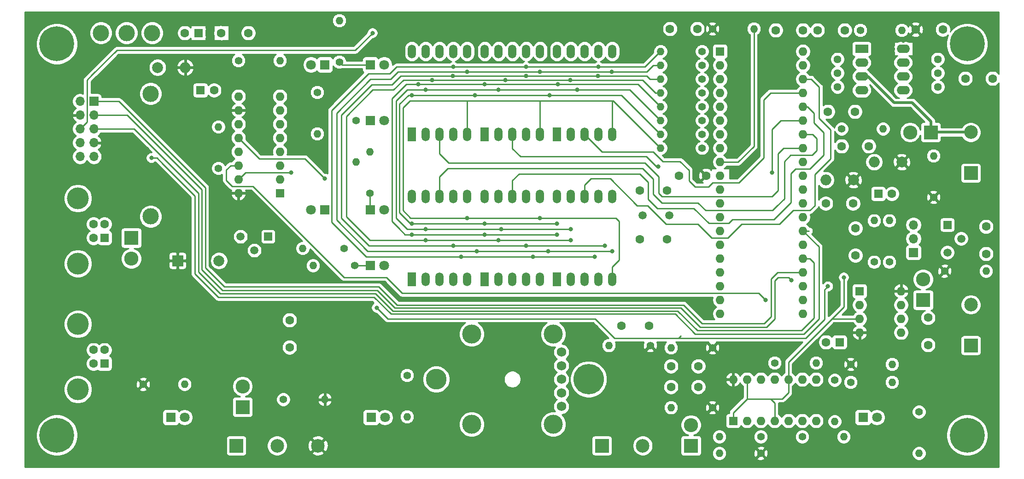
<source format=gbr>
%TF.GenerationSoftware,KiCad,Pcbnew,(5.1.9)-1*%
%TF.CreationDate,2021-03-04T22:01:38+01:00*%
%TF.ProjectId,Solaranlage,536f6c61-7261-46e6-9c61-67652e6b6963,rev?*%
%TF.SameCoordinates,Original*%
%TF.FileFunction,Copper,L2,Bot*%
%TF.FilePolarity,Positive*%
%FSLAX46Y46*%
G04 Gerber Fmt 4.6, Leading zero omitted, Abs format (unit mm)*
G04 Created by KiCad (PCBNEW (5.1.9)-1) date 2021-03-04 22:01:38*
%MOMM*%
%LPD*%
G01*
G04 APERTURE LIST*
%TA.AperFunction,ComponentPad*%
%ADD10C,1.600000*%
%TD*%
%TA.AperFunction,ComponentPad*%
%ADD11C,3.800000*%
%TD*%
%TA.AperFunction,ComponentPad*%
%ADD12R,1.500000X1.500000*%
%TD*%
%TA.AperFunction,ComponentPad*%
%ADD13C,1.500000*%
%TD*%
%TA.AperFunction,ComponentPad*%
%ADD14C,5.600000*%
%TD*%
%TA.AperFunction,ComponentPad*%
%ADD15O,1.400000X1.400000*%
%TD*%
%TA.AperFunction,ComponentPad*%
%ADD16C,1.400000*%
%TD*%
%TA.AperFunction,ComponentPad*%
%ADD17C,1.800000*%
%TD*%
%TA.AperFunction,ComponentPad*%
%ADD18R,1.800000X1.800000*%
%TD*%
%TA.AperFunction,ComponentPad*%
%ADD19R,1.600000X1.600000*%
%TD*%
%TA.AperFunction,ComponentPad*%
%ADD20C,3.000000*%
%TD*%
%TA.AperFunction,ComponentPad*%
%ADD21C,2.000000*%
%TD*%
%TA.AperFunction,ComponentPad*%
%ADD22R,2.000000X2.000000*%
%TD*%
%TA.AperFunction,ComponentPad*%
%ADD23O,1.600000X1.600000*%
%TD*%
%TA.AperFunction,ComponentPad*%
%ADD24O,2.600000X2.600000*%
%TD*%
%TA.AperFunction,ComponentPad*%
%ADD25R,2.600000X2.600000*%
%TD*%
%TA.AperFunction,ComponentPad*%
%ADD26R,2.500000X2.500000*%
%TD*%
%TA.AperFunction,ComponentPad*%
%ADD27C,2.500000*%
%TD*%
%TA.AperFunction,ComponentPad*%
%ADD28C,4.000000*%
%TD*%
%TA.AperFunction,ComponentPad*%
%ADD29O,2.000000X2.000000*%
%TD*%
%TA.AperFunction,ComponentPad*%
%ADD30O,1.700000X1.700000*%
%TD*%
%TA.AperFunction,ComponentPad*%
%ADD31R,1.700000X1.700000*%
%TD*%
%TA.AperFunction,ComponentPad*%
%ADD32R,1.524000X2.524000*%
%TD*%
%TA.AperFunction,ComponentPad*%
%ADD33O,1.524000X2.524000*%
%TD*%
%TA.AperFunction,ComponentPad*%
%ADD34C,0.800000*%
%TD*%
%TA.AperFunction,ComponentPad*%
%ADD35C,6.400000*%
%TD*%
%TA.AperFunction,ComponentPad*%
%ADD36C,1.440000*%
%TD*%
%TA.AperFunction,ComponentPad*%
%ADD37O,2.400000X1.600000*%
%TD*%
%TA.AperFunction,ComponentPad*%
%ADD38R,2.400000X1.600000*%
%TD*%
%TA.AperFunction,ComponentPad*%
%ADD39C,1.750000*%
%TD*%
%TA.AperFunction,ComponentPad*%
%ADD40C,3.500000*%
%TD*%
%TA.AperFunction,ViaPad*%
%ADD41C,0.800000*%
%TD*%
%TA.AperFunction,Conductor*%
%ADD42C,0.250000*%
%TD*%
%TA.AperFunction,Conductor*%
%ADD43C,0.500000*%
%TD*%
%TA.AperFunction,Conductor*%
%ADD44C,0.254000*%
%TD*%
%TA.AperFunction,Conductor*%
%ADD45C,0.100000*%
%TD*%
G04 APERTURE END LIST*
D10*
%TO.P,C20,2*%
%TO.N,GND*%
X218106000Y-59055000D03*
%TO.P,C20,1*%
%TO.N,+5V*%
X213106000Y-59055000D03*
%TD*%
%TO.P,C15,2*%
%TO.N,Net-(C15-Pad2)*%
X202057000Y-100631000D03*
%TO.P,C15,1*%
%TO.N,WDI*%
X202057000Y-95631000D03*
%TD*%
%TO.P,C9,2*%
%TO.N,GND*%
X159084000Y-113538000D03*
%TO.P,C9,1*%
%TO.N,SW1*%
X164084000Y-113538000D03*
%TD*%
%TO.P,C8,2*%
%TO.N,GND*%
X173148000Y-121000000D03*
%TO.P,C8,1*%
%TO.N,ENC_B*%
X168148000Y-121000000D03*
%TD*%
%TO.P,C6,2*%
%TO.N,GND*%
X173148000Y-124810000D03*
%TO.P,C6,1*%
%TO.N,ENC_A*%
X168148000Y-124810000D03*
%TD*%
%TO.P,C5,2*%
%TO.N,GND*%
X167974000Y-58928000D03*
%TO.P,C5,1*%
%TO.N,\u005CRST*%
X172974000Y-58928000D03*
%TD*%
%TO.P,C1,2*%
%TO.N,GND*%
X215392000Y-112094000D03*
%TO.P,C1,1*%
%TO.N,Net-(C1-Pad1)*%
X215392000Y-117094000D03*
%TD*%
D11*
%TO.P,H6,1*%
%TO.N,GND*%
X125008000Y-123413000D03*
%TD*%
D10*
%TO.P,C22,2*%
%TO.N,GND*%
X98044000Y-117522000D03*
%TO.P,C22,1*%
%TO.N,Net-(C22-Pad1)*%
X98044000Y-112522000D03*
%TD*%
%TO.P,C21,2*%
%TO.N,GND*%
X204517000Y-80518000D03*
%TO.P,C21,1*%
%TO.N,/KELLER_ADC*%
X199517000Y-80518000D03*
%TD*%
%TO.P,C19,2*%
%TO.N,GND*%
X201977000Y-74168000D03*
%TO.P,C19,1*%
%TO.N,/KELLER_ADC*%
X196977000Y-74168000D03*
%TD*%
%TO.P,C17,2*%
%TO.N,GND*%
X187405000Y-59182000D03*
%TO.P,C17,1*%
%TO.N,/DACH_ADC*%
X192405000Y-59182000D03*
%TD*%
%TO.P,C14,2*%
%TO.N,GND*%
X169625000Y-85948000D03*
%TO.P,C14,1*%
%TO.N,+5V*%
X174625000Y-85948000D03*
%TD*%
%TO.P,C10,2*%
%TO.N,GND*%
X200072000Y-59182000D03*
%TO.P,C10,1*%
%TO.N,/DACH_ADC*%
X195072000Y-59182000D03*
%TD*%
%TO.P,C7,2*%
%TO.N,GND*%
X90471000Y-59690000D03*
%TO.P,C7,1*%
%TO.N,+5V*%
X85471000Y-59690000D03*
%TD*%
%TO.P,C4,2*%
%TO.N,GND*%
X226060000Y-95330000D03*
%TO.P,C4,1*%
%TO.N,Net-(C4-Pad1)*%
X226060000Y-100330000D03*
%TD*%
%TO.P,C3,2*%
%TO.N,GND*%
X227250000Y-68072000D03*
%TO.P,C3,1*%
%TO.N,Net-(C3-Pad1)*%
X222250000Y-68072000D03*
%TD*%
%TO.P,C2,2*%
%TO.N,GND*%
X201596000Y-91059000D03*
%TO.P,C2,1*%
%TO.N,/AVCC*%
X196596000Y-91059000D03*
%TD*%
D12*
%TO.P,Q1,1*%
%TO.N,GND*%
X218948000Y-94996000D03*
D13*
%TO.P,Q1,3*%
%TO.N,Net-(C16-Pad1)*%
X218948000Y-100076000D03*
%TO.P,Q1,2*%
%TO.N,Net-(Q1-Pad2)*%
X221488000Y-97536000D03*
%TD*%
D12*
%TO.P,Q2,1*%
%TO.N,GND*%
X94107000Y-97155000D03*
D13*
%TO.P,Q2,3*%
%TO.N,Net-(BZ1-Pad2)*%
X89027000Y-97155000D03*
%TO.P,Q2,2*%
%TO.N,Net-(Q2-Pad2)*%
X91567000Y-99695000D03*
%TD*%
D14*
%TO.P,H5,1*%
%TO.N,GND*%
X153008000Y-123413000D03*
%TD*%
D15*
%TO.P,GND2,2*%
%TO.N,GND*%
X96266000Y-64770000D03*
D16*
%TO.P,GND2,1*%
X88646000Y-64770000D03*
%TD*%
D15*
%TO.P,GND1,2*%
%TO.N,GND*%
X213741000Y-137033000D03*
D16*
%TO.P,GND1,1*%
X213741000Y-129413000D03*
%TD*%
D15*
%TO.P,R32,2*%
%TO.N,GND*%
X103124000Y-78232000D03*
D16*
%TO.P,R32,1*%
%TO.N,Net-(D13-Pad1)*%
X103124000Y-70612000D03*
%TD*%
D15*
%TO.P,R31,2*%
%TO.N,GND*%
X100457000Y-99314000D03*
D16*
%TO.P,R31,1*%
%TO.N,Net-(D12-Pad1)*%
X108077000Y-99314000D03*
%TD*%
D15*
%TO.P,R28,2*%
%TO.N,GND*%
X102362000Y-102489000D03*
D16*
%TO.P,R28,1*%
%TO.N,Net-(D7-Pad1)*%
X109982000Y-102489000D03*
%TD*%
D15*
%TO.P,R27,2*%
%TO.N,GND*%
X110236000Y-83439000D03*
D16*
%TO.P,R27,1*%
%TO.N,Net-(D6-Pad1)*%
X110236000Y-75819000D03*
%TD*%
D15*
%TO.P,R26,2*%
%TO.N,GND*%
X112776000Y-81534000D03*
D16*
%TO.P,R26,1*%
%TO.N,Net-(D5-Pad1)*%
X112776000Y-89154000D03*
%TD*%
D17*
%TO.P,D13,2*%
%TO.N,mode_ind*%
X101981000Y-65532000D03*
D18*
%TO.P,D13,1*%
%TO.N,Net-(D13-Pad1)*%
X104521000Y-65532000D03*
%TD*%
D17*
%TO.P,D12,2*%
%TO.N,k_ind*%
X101981000Y-92202000D03*
D18*
%TO.P,D12,1*%
%TO.N,Net-(D12-Pad1)*%
X104521000Y-92202000D03*
%TD*%
D17*
%TO.P,D7,2*%
%TO.N,temp_dach_ind*%
X115443000Y-102489000D03*
D18*
%TO.P,D7,1*%
%TO.N,Net-(D7-Pad1)*%
X112903000Y-102489000D03*
%TD*%
D17*
%TO.P,D6,2*%
%TO.N,temp_keller_ind*%
X115443000Y-75819000D03*
D18*
%TO.P,D6,1*%
%TO.N,Net-(D6-Pad1)*%
X112903000Y-75819000D03*
%TD*%
D17*
%TO.P,D5,2*%
%TO.N,delta1_ind*%
X115443000Y-92202000D03*
D18*
%TO.P,D5,1*%
%TO.N,Net-(D5-Pad1)*%
X112903000Y-92202000D03*
%TD*%
D10*
%TO.P,C23,2*%
%TO.N,GND*%
X84161000Y-70231000D03*
D19*
%TO.P,C23,1*%
%TO.N,Net-(C23-Pad1)*%
X81661000Y-70231000D03*
%TD*%
D20*
%TO.P,F1,1*%
%TO.N,Net-(F1-Pad1)*%
X72517000Y-70869000D03*
%TO.P,F1,2*%
%TO.N,Net-(D10-Pad1)*%
X72517000Y-93469000D03*
%TD*%
D15*
%TO.P,R35,2*%
%TO.N,Net-(R35-Pad2)*%
X84963000Y-76962000D03*
D16*
%TO.P,R35,1*%
%TO.N,Net-(Q2-Pad2)*%
X84963000Y-84582000D03*
%TD*%
D21*
%TO.P,BZ1,2*%
%TO.N,Net-(BZ1-Pad2)*%
X85070000Y-101600000D03*
D22*
%TO.P,BZ1,1*%
%TO.N,+5V*%
X77470000Y-101600000D03*
%TD*%
D23*
%TO.P,U11,14*%
%TO.N,+5V*%
X179578000Y-123444000D03*
%TO.P,U11,7*%
%TO.N,GND*%
X194818000Y-131064000D03*
%TO.P,U11,13*%
%TO.N,\u005CRST*%
X182118000Y-123444000D03*
%TO.P,U11,6*%
%TO.N,Net-(R13-Pad1)*%
X192278000Y-131064000D03*
%TO.P,U11,12*%
%TO.N,PWM*%
X184658000Y-123444000D03*
%TO.P,U11,5*%
X189738000Y-131064000D03*
%TO.P,U11,11*%
%TO.N,Net-(R21-Pad1)*%
X187198000Y-123444000D03*
%TO.P,U11,4*%
%TO.N,\u005CRST*%
X187198000Y-131064000D03*
%TO.P,U11,10*%
X189738000Y-123444000D03*
%TO.P,U11,3*%
%TO.N,Net-(R12-Pad1)*%
X184658000Y-131064000D03*
%TO.P,U11,9*%
%TO.N,PWM*%
X192278000Y-123444000D03*
%TO.P,U11,2*%
X182118000Y-131064000D03*
%TO.P,U11,8*%
%TO.N,Net-(R19-Pad1)*%
X194818000Y-123444000D03*
D19*
%TO.P,U11,1*%
%TO.N,\u005CRST*%
X179578000Y-131064000D03*
%TD*%
D15*
%TO.P,R34,2*%
%TO.N,/PWM2*%
X177038000Y-137033000D03*
D16*
%TO.P,R34,1*%
%TO.N,+5V*%
X184658000Y-137033000D03*
%TD*%
D15*
%TO.P,R33,2*%
%TO.N,+5V*%
X104521000Y-127127000D03*
D16*
%TO.P,R33,1*%
%TO.N,/1-wire*%
X96901000Y-127127000D03*
%TD*%
D24*
%TO.P,D14,2*%
%TO.N,GND*%
X89408000Y-124714000D03*
D25*
%TO.P,D14,1*%
%TO.N,/1-wire*%
X89408000Y-128524000D03*
%TD*%
D26*
%TO.P,J7,1*%
%TO.N,GND*%
X88265000Y-135636000D03*
D27*
%TO.P,J7,2*%
%TO.N,/1-wire*%
X95765000Y-135636000D03*
%TO.P,J7,3*%
%TO.N,+5V*%
X103265000Y-135636000D03*
%TD*%
D28*
%TO.P,J4,5*%
%TO.N,GND*%
X59158000Y-125273000D03*
X59158000Y-113273000D03*
D10*
%TO.P,J4,4*%
X62018000Y-120523000D03*
%TO.P,J4,3*%
%TO.N,Net-(J4-Pad3)*%
X62018000Y-118023000D03*
%TO.P,J4,2*%
%TO.N,Net-(J4-Pad2)*%
X64018000Y-118023000D03*
D19*
%TO.P,J4,1*%
%TO.N,Net-(J4-Pad1)*%
X64018000Y-120523000D03*
%TD*%
D29*
%TO.P,L3,2*%
%TO.N,+5V*%
X78867000Y-66040000D03*
D21*
%TO.P,L3,1*%
%TO.N,Net-(C23-Pad1)*%
X73787000Y-66040000D03*
%TD*%
D23*
%TO.P,U12,16*%
%TO.N,+5V*%
X88646000Y-89154000D03*
%TO.P,U12,8*%
%TO.N,GND*%
X96266000Y-71374000D03*
%TO.P,U12,15*%
%TO.N,delta2_ind*%
X88646000Y-86614000D03*
%TO.P,U12,7*%
%TO.N,Net-(U12-Pad7)*%
X96266000Y-73914000D03*
%TO.P,U12,14*%
%TO.N,SR_DATA*%
X88646000Y-84074000D03*
%TO.P,U12,6*%
%TO.N,Net-(R35-Pad2)*%
X96266000Y-76454000D03*
%TO.P,U12,13*%
%TO.N,GND*%
X88646000Y-81534000D03*
%TO.P,U12,5*%
%TO.N,mode_ind*%
X96266000Y-78994000D03*
%TO.P,U12,12*%
%TO.N,SR_LATCH*%
X88646000Y-78994000D03*
%TO.P,U12,4*%
%TO.N,k_ind*%
X96266000Y-81534000D03*
%TO.P,U12,11*%
%TO.N,SR_CLOCK*%
X88646000Y-76454000D03*
%TO.P,U12,3*%
%TO.N,temp_dach_ind*%
X96266000Y-84074000D03*
%TO.P,U12,10*%
%TO.N,+5V*%
X88646000Y-73914000D03*
%TO.P,U12,2*%
%TO.N,temp_keller_ind*%
X96266000Y-86614000D03*
%TO.P,U12,9*%
%TO.N,Net-(U12-Pad9)*%
X88646000Y-71374000D03*
D19*
%TO.P,U12,1*%
%TO.N,delta1_ind*%
X96266000Y-89154000D03*
%TD*%
D24*
%TO.P,D11,2*%
%TO.N,GND*%
X171831000Y-131826000D03*
D25*
%TO.P,D11,1*%
%TO.N,/PWM2*%
X171831000Y-135636000D03*
%TD*%
D24*
%TO.P,D10,2*%
%TO.N,GND*%
X68961000Y-101219000D03*
D25*
%TO.P,D10,1*%
%TO.N,Net-(D10-Pad1)*%
X68961000Y-97409000D03*
%TD*%
D24*
%TO.P,D9,2*%
%TO.N,GND*%
X214503000Y-105029000D03*
D25*
%TO.P,D9,1*%
%TO.N,Net-(C4-Pad1)*%
X214503000Y-108839000D03*
%TD*%
D24*
%TO.P,D8,2*%
%TO.N,GND*%
X212090000Y-77978000D03*
D25*
%TO.P,D8,1*%
%TO.N,Net-(C3-Pad1)*%
X215900000Y-77978000D03*
%TD*%
D15*
%TO.P,R21,2*%
%TO.N,/PWM2*%
X194818000Y-120396000D03*
D16*
%TO.P,R21,1*%
%TO.N,Net-(R21-Pad1)*%
X187198000Y-120396000D03*
%TD*%
D15*
%TO.P,R19,2*%
%TO.N,/PWM2*%
X198247000Y-131191000D03*
D16*
%TO.P,R19,1*%
%TO.N,Net-(R19-Pad1)*%
X198247000Y-123571000D03*
%TD*%
D15*
%TO.P,R13,2*%
%TO.N,/PWM2*%
X199898000Y-133985000D03*
D16*
%TO.P,R13,1*%
%TO.N,Net-(R13-Pad1)*%
X192278000Y-133985000D03*
%TD*%
D15*
%TO.P,R12,2*%
%TO.N,/PWM2*%
X177038000Y-133985000D03*
D16*
%TO.P,R12,1*%
%TO.N,Net-(R12-Pad1)*%
X184658000Y-133985000D03*
%TD*%
D10*
%TO.P,C18,2*%
%TO.N,GND*%
X78780000Y-59690000D03*
D19*
%TO.P,C18,1*%
%TO.N,+5V*%
X81280000Y-59690000D03*
%TD*%
D10*
%TO.P,C11,2*%
%TO.N,GND*%
X208748000Y-89281000D03*
D19*
%TO.P,C11,1*%
%TO.N,/AREF*%
X206248000Y-89281000D03*
%TD*%
D29*
%TO.P,L2,2*%
%TO.N,/AREF*%
X205486000Y-83439000D03*
D21*
%TO.P,L2,1*%
%TO.N,+5V*%
X210566000Y-83439000D03*
%TD*%
D29*
%TO.P,L1,2*%
%TO.N,/AVCC*%
X196596000Y-86741000D03*
D21*
%TO.P,L1,1*%
%TO.N,+5V*%
X201676000Y-86741000D03*
%TD*%
D27*
%TO.P,J1,2*%
%TO.N,Net-(C3-Pad1)*%
X223266000Y-77971000D03*
D26*
%TO.P,J1,1*%
%TO.N,GND*%
X223266000Y-85471000D03*
%TD*%
D27*
%TO.P,J2,2*%
%TO.N,Net-(C4-Pad1)*%
X223266000Y-109690000D03*
D26*
%TO.P,J2,1*%
%TO.N,GND*%
X223266000Y-117190000D03*
%TD*%
D30*
%TO.P,J3,10*%
%TO.N,GND*%
X59538000Y-82423000D03*
%TO.P,J3,9*%
%TO.N,TDI*%
X62078000Y-82423000D03*
%TO.P,J3,8*%
%TO.N,Net-(J3-Pad8)*%
X59538000Y-79883000D03*
%TO.P,J3,7*%
%TO.N,+5V*%
X62078000Y-79883000D03*
%TO.P,J3,6*%
%TO.N,\u005CRST*%
X59538000Y-77343000D03*
%TO.P,J3,5*%
%TO.N,TMS*%
X62078000Y-77343000D03*
%TO.P,J3,4*%
%TO.N,+5V*%
X59538000Y-74803000D03*
%TO.P,J3,3*%
%TO.N,TDO*%
X62078000Y-74803000D03*
%TO.P,J3,2*%
%TO.N,GND*%
X59538000Y-72263000D03*
D31*
%TO.P,J3,1*%
%TO.N,TCK*%
X62078000Y-72263000D03*
%TD*%
D15*
%TO.P,R1,2*%
%TO.N,Net-(C3-Pad1)*%
X216408000Y-82296000D03*
D16*
%TO.P,R1,1*%
%TO.N,+5V*%
X216408000Y-89916000D03*
%TD*%
D15*
%TO.P,R2,2*%
%TO.N,Net-(C4-Pad1)*%
X226060000Y-103505000D03*
D16*
%TO.P,R2,1*%
%TO.N,+5V*%
X218440000Y-103505000D03*
%TD*%
D15*
%TO.P,R3,2*%
%TO.N,/A_2*%
X166243000Y-63088000D03*
D16*
%TO.P,R3,1*%
%TO.N,/A*%
X173863000Y-63088000D03*
%TD*%
D15*
%TO.P,R4,2*%
%TO.N,/C_2*%
X166243000Y-68168000D03*
D16*
%TO.P,R4,1*%
%TO.N,/C*%
X173863000Y-68168000D03*
%TD*%
D15*
%TO.P,R5,2*%
%TO.N,/E_2*%
X166243000Y-73248000D03*
D16*
%TO.P,R5,1*%
%TO.N,/E*%
X173863000Y-73248000D03*
%TD*%
D15*
%TO.P,R6,2*%
%TO.N,/G_2*%
X166243000Y-78328000D03*
D16*
%TO.P,R6,1*%
%TO.N,/G*%
X173863000Y-78328000D03*
%TD*%
D15*
%TO.P,R7,2*%
%TO.N,/B_2*%
X166243000Y-65628000D03*
D16*
%TO.P,R7,1*%
%TO.N,/B*%
X173863000Y-65628000D03*
%TD*%
D15*
%TO.P,R8,2*%
%TO.N,/D_2*%
X166243000Y-70708000D03*
D16*
%TO.P,R8,1*%
%TO.N,/D*%
X173863000Y-70708000D03*
%TD*%
D15*
%TO.P,R9,2*%
%TO.N,/F_2*%
X166243000Y-75788000D03*
D16*
%TO.P,R9,1*%
%TO.N,/F*%
X173863000Y-75788000D03*
%TD*%
D15*
%TO.P,R10,2*%
%TO.N,/DP_2*%
X166243000Y-80868000D03*
D16*
%TO.P,R10,1*%
%TO.N,/DP*%
X173863000Y-80868000D03*
%TD*%
D15*
%TO.P,R11,2*%
%TO.N,\u005CRST*%
X183388000Y-58928000D03*
D16*
%TO.P,R11,1*%
%TO.N,+5V*%
X175768000Y-58928000D03*
%TD*%
D15*
%TO.P,R14,2*%
%TO.N,ENC_A*%
X168148000Y-128620000D03*
D16*
%TO.P,R14,1*%
%TO.N,+5V*%
X175768000Y-128620000D03*
%TD*%
D15*
%TO.P,R15,2*%
%TO.N,ENC_B*%
X168148000Y-117602000D03*
D16*
%TO.P,R15,1*%
%TO.N,+5V*%
X175768000Y-117602000D03*
%TD*%
D32*
%TO.P,U1,1*%
%TO.N,/E_2*%
X120523000Y-78328000D03*
D33*
%TO.P,U1,2*%
%TO.N,/D_2*%
X123063000Y-78328000D03*
%TO.P,U1,3*%
%TO.N,/DH*%
X125603000Y-78328000D03*
%TO.P,U1,4*%
%TO.N,/C_2*%
X128143000Y-78328000D03*
%TO.P,U1,5*%
%TO.N,/DP_2*%
X130683000Y-78328000D03*
%TO.P,U1,6*%
%TO.N,/B_2*%
X130683000Y-63088000D03*
%TO.P,U1,7*%
%TO.N,/A_2*%
X128143000Y-63088000D03*
%TO.P,U1,8*%
%TO.N,/DH*%
X125603000Y-63088000D03*
%TO.P,U1,9*%
%TO.N,/F_2*%
X123063000Y-63088000D03*
%TO.P,U1,10*%
%TO.N,/G_2*%
X120523000Y-63088000D03*
%TD*%
D32*
%TO.P,U2,1*%
%TO.N,/E_2*%
X120523000Y-104998000D03*
D33*
%TO.P,U2,2*%
%TO.N,/D_2*%
X123063000Y-104998000D03*
%TO.P,U2,3*%
%TO.N,/KH*%
X125603000Y-104998000D03*
%TO.P,U2,4*%
%TO.N,/C_2*%
X128143000Y-104998000D03*
%TO.P,U2,5*%
%TO.N,/DP_2*%
X130683000Y-104998000D03*
%TO.P,U2,6*%
%TO.N,/B_2*%
X130683000Y-89758000D03*
%TO.P,U2,7*%
%TO.N,/A_2*%
X128143000Y-89758000D03*
%TO.P,U2,8*%
%TO.N,/KH*%
X125603000Y-89758000D03*
%TO.P,U2,9*%
%TO.N,/F_2*%
X123063000Y-89758000D03*
%TO.P,U2,10*%
%TO.N,/G_2*%
X120523000Y-89758000D03*
%TD*%
D32*
%TO.P,U3,1*%
%TO.N,/E_2*%
X133928000Y-78328000D03*
D33*
%TO.P,U3,2*%
%TO.N,/D_2*%
X136468000Y-78328000D03*
%TO.P,U3,3*%
%TO.N,/DZ*%
X139008000Y-78328000D03*
%TO.P,U3,4*%
%TO.N,/C_2*%
X141548000Y-78328000D03*
%TO.P,U3,5*%
%TO.N,/DP_2*%
X144088000Y-78328000D03*
%TO.P,U3,6*%
%TO.N,/B_2*%
X144088000Y-63088000D03*
%TO.P,U3,7*%
%TO.N,/A_2*%
X141548000Y-63088000D03*
%TO.P,U3,8*%
%TO.N,/DZ*%
X139008000Y-63088000D03*
%TO.P,U3,9*%
%TO.N,/F_2*%
X136468000Y-63088000D03*
%TO.P,U3,10*%
%TO.N,/G_2*%
X133928000Y-63088000D03*
%TD*%
D32*
%TO.P,U4,1*%
%TO.N,/E_2*%
X133928000Y-104998000D03*
D33*
%TO.P,U4,2*%
%TO.N,/D_2*%
X136468000Y-104998000D03*
%TO.P,U4,3*%
%TO.N,/KZ*%
X139008000Y-104998000D03*
%TO.P,U4,4*%
%TO.N,/C_2*%
X141548000Y-104998000D03*
%TO.P,U4,5*%
%TO.N,/DP_2*%
X144088000Y-104998000D03*
%TO.P,U4,6*%
%TO.N,/B_2*%
X144088000Y-89758000D03*
%TO.P,U4,7*%
%TO.N,/A_2*%
X141548000Y-89758000D03*
%TO.P,U4,8*%
%TO.N,/KZ*%
X139008000Y-89758000D03*
%TO.P,U4,9*%
%TO.N,/F_2*%
X136468000Y-89758000D03*
%TO.P,U4,10*%
%TO.N,/G_2*%
X133928000Y-89758000D03*
%TD*%
D32*
%TO.P,U5,1*%
%TO.N,/E_2*%
X147193000Y-78328000D03*
D33*
%TO.P,U5,2*%
%TO.N,/D_2*%
X149733000Y-78328000D03*
%TO.P,U5,3*%
%TO.N,/DE*%
X152273000Y-78328000D03*
%TO.P,U5,4*%
%TO.N,/C_2*%
X154813000Y-78328000D03*
%TO.P,U5,5*%
%TO.N,/DP_2*%
X157353000Y-78328000D03*
%TO.P,U5,6*%
%TO.N,/B_2*%
X157353000Y-63088000D03*
%TO.P,U5,7*%
%TO.N,/A_2*%
X154813000Y-63088000D03*
%TO.P,U5,8*%
%TO.N,/DE*%
X152273000Y-63088000D03*
%TO.P,U5,9*%
%TO.N,/F_2*%
X149733000Y-63088000D03*
%TO.P,U5,10*%
%TO.N,/G_2*%
X147193000Y-63088000D03*
%TD*%
D32*
%TO.P,U6,1*%
%TO.N,/E_2*%
X147193000Y-104998000D03*
D33*
%TO.P,U6,2*%
%TO.N,/D_2*%
X149733000Y-104998000D03*
%TO.P,U6,3*%
%TO.N,/KE*%
X152273000Y-104998000D03*
%TO.P,U6,4*%
%TO.N,/C_2*%
X154813000Y-104998000D03*
%TO.P,U6,5*%
%TO.N,/DP_2*%
X157353000Y-104998000D03*
%TO.P,U6,6*%
%TO.N,/B_2*%
X157353000Y-89758000D03*
%TO.P,U6,7*%
%TO.N,/A_2*%
X154813000Y-89758000D03*
%TO.P,U6,8*%
%TO.N,/KE*%
X152273000Y-89758000D03*
%TO.P,U6,9*%
%TO.N,/F_2*%
X149733000Y-89758000D03*
%TO.P,U6,10*%
%TO.N,/G_2*%
X147193000Y-89758000D03*
%TD*%
D34*
%TO.P,H1,1*%
%TO.N,GND*%
X56975056Y-132010944D03*
X55278000Y-131308000D03*
X53580944Y-132010944D03*
X52878000Y-133708000D03*
X53580944Y-135405056D03*
X55278000Y-136108000D03*
X56975056Y-135405056D03*
X57678000Y-133708000D03*
D35*
X55278000Y-133708000D03*
%TD*%
D34*
%TO.P,H2,1*%
%TO.N,GND*%
X224285056Y-60010944D03*
X222588000Y-59308000D03*
X220890944Y-60010944D03*
X220188000Y-61708000D03*
X220890944Y-63405056D03*
X222588000Y-64108000D03*
X224285056Y-63405056D03*
X224988000Y-61708000D03*
D35*
X222588000Y-61708000D03*
%TD*%
D34*
%TO.P,H3,1*%
%TO.N,GND*%
X56975056Y-60010944D03*
X55278000Y-59308000D03*
X53580944Y-60010944D03*
X52878000Y-61708000D03*
X53580944Y-63405056D03*
X55278000Y-64108000D03*
X56975056Y-63405056D03*
X57678000Y-61708000D03*
D35*
X55278000Y-61708000D03*
%TD*%
D34*
%TO.P,H4,1*%
%TO.N,GND*%
X224285056Y-132010944D03*
X222588000Y-131308000D03*
X220890944Y-132010944D03*
X220188000Y-133708000D03*
X220890944Y-135405056D03*
X222588000Y-136108000D03*
X224285056Y-135405056D03*
X224988000Y-133708000D03*
D35*
X222588000Y-133708000D03*
%TD*%
D15*
%TO.P,R16,2*%
%TO.N,SW1*%
X156718000Y-117190000D03*
D16*
%TO.P,R16,1*%
%TO.N,+5V*%
X164338000Y-117190000D03*
%TD*%
D27*
%TO.P,J6,2*%
%TO.N,/PWM2*%
X162948000Y-135636000D03*
D26*
%TO.P,J6,1*%
%TO.N,GND*%
X155448000Y-135636000D03*
%TD*%
D17*
%TO.P,D2,2*%
%TO.N,Net-(D2-Pad2)*%
X115570000Y-130429000D03*
D18*
%TO.P,D2,1*%
%TO.N,GND*%
X113030000Y-130429000D03*
%TD*%
D15*
%TO.P,R18,2*%
%TO.N,Net-(D2-Pad2)*%
X119634000Y-130302000D03*
D16*
%TO.P,R18,1*%
%TO.N,/Heart_LED*%
X119634000Y-122682000D03*
%TD*%
D17*
%TO.P,D1,2*%
%TO.N,Net-(D1-Pad2)*%
X78750000Y-130429000D03*
D18*
%TO.P,D1,1*%
%TO.N,GND*%
X76210000Y-130429000D03*
%TD*%
D15*
%TO.P,R17,2*%
%TO.N,Net-(D1-Pad2)*%
X78750000Y-124333000D03*
D16*
%TO.P,R17,1*%
%TO.N,+5V*%
X71130000Y-124333000D03*
%TD*%
D28*
%TO.P,J5,5*%
%TO.N,GND*%
X59158000Y-102128000D03*
X59158000Y-90128000D03*
D10*
%TO.P,J5,4*%
X62018000Y-97378000D03*
%TO.P,J5,3*%
%TO.N,Net-(J5-Pad3)*%
X62018000Y-94878000D03*
%TO.P,J5,2*%
%TO.N,Net-(J5-Pad2)*%
X64018000Y-94878000D03*
D19*
%TO.P,J5,1*%
%TO.N,Net-(D10-Pad1)*%
X64018000Y-97378000D03*
%TD*%
D17*
%TO.P,D3,2*%
%TO.N,Net-(D3-Pad2)*%
X205994000Y-130429000D03*
D18*
%TO.P,D3,1*%
%TO.N,GND*%
X203454000Y-130429000D03*
%TD*%
D15*
%TO.P,R20,2*%
%TO.N,Net-(D3-Pad2)*%
X208788000Y-123952000D03*
D16*
%TO.P,R20,1*%
%TO.N,/PWM2*%
X201168000Y-123952000D03*
%TD*%
D10*
%TO.P,C12,2*%
%TO.N,GND*%
X167433000Y-88646000D03*
%TO.P,C12,1*%
%TO.N,/XTAL2*%
X162433000Y-88646000D03*
%TD*%
%TO.P,C13,2*%
%TO.N,GND*%
X162433000Y-97663000D03*
%TO.P,C13,1*%
%TO.N,/XTAL1*%
X167433000Y-97663000D03*
%TD*%
D13*
%TO.P,Y1,2*%
%TO.N,/XTAL1*%
X167841000Y-93218000D03*
%TO.P,Y1,1*%
%TO.N,/XTAL2*%
X162941000Y-93218000D03*
%TD*%
D15*
%TO.P,R22,2*%
%TO.N,GND*%
X205486000Y-94214000D03*
D16*
%TO.P,R22,1*%
%TO.N,Net-(C15-Pad2)*%
X205486000Y-101834000D03*
%TD*%
D15*
%TO.P,R23,2*%
%TO.N,Net-(Q1-Pad2)*%
X208280000Y-94214000D03*
D16*
%TO.P,R23,1*%
%TO.N,Net-(C15-Pad2)*%
X208280000Y-101834000D03*
%TD*%
D10*
%TO.P,C16,2*%
%TO.N,GND*%
X196636000Y-116586000D03*
D19*
%TO.P,C16,1*%
%TO.N,Net-(C16-Pad1)*%
X199136000Y-116586000D03*
%TD*%
D15*
%TO.P,R24,2*%
%TO.N,Net-(C16-Pad1)*%
X208788000Y-120650000D03*
D16*
%TO.P,R24,1*%
%TO.N,+5V*%
X201168000Y-120650000D03*
%TD*%
D23*
%TO.P,U10,8*%
%TO.N,+5V*%
X210439000Y-107188000D03*
%TO.P,U10,4*%
X202819000Y-114808000D03*
%TO.P,U10,7*%
%TO.N,Net-(U10-Pad7)*%
X210439000Y-109728000D03*
%TO.P,U10,3*%
%TO.N,\u005CRST*%
X202819000Y-112268000D03*
%TO.P,U10,6*%
%TO.N,Net-(C16-Pad1)*%
X210439000Y-112268000D03*
%TO.P,U10,2*%
X202819000Y-109728000D03*
%TO.P,U10,5*%
%TO.N,Net-(C1-Pad1)*%
X210439000Y-114808000D03*
D19*
%TO.P,U10,1*%
%TO.N,GND*%
X202819000Y-107188000D03*
%TD*%
%TO.P,U7,1*%
%TO.N,/A*%
X177165000Y-63093600D03*
D23*
%TO.P,U7,21*%
%TO.N,PWM*%
X192405000Y-111353600D03*
%TO.P,U7,2*%
%TO.N,/B*%
X177165000Y-65633600D03*
%TO.P,U7,22*%
%TO.N,SR_DATA*%
X192405000Y-108813600D03*
%TO.P,U7,3*%
%TO.N,/C*%
X177165000Y-68173600D03*
%TO.P,U7,23*%
%TO.N,SR_CLOCK*%
X192405000Y-106273600D03*
%TO.P,U7,4*%
%TO.N,/D*%
X177165000Y-70713600D03*
%TO.P,U7,24*%
%TO.N,TCK*%
X192405000Y-103733600D03*
%TO.P,U7,5*%
%TO.N,/E*%
X177165000Y-73253600D03*
%TO.P,U7,25*%
%TO.N,TMS*%
X192405000Y-101193600D03*
%TO.P,U7,6*%
%TO.N,/F*%
X177165000Y-75793600D03*
%TO.P,U7,26*%
%TO.N,TDO*%
X192405000Y-98653600D03*
%TO.P,U7,7*%
%TO.N,/G*%
X177165000Y-78333600D03*
%TO.P,U7,27*%
%TO.N,TDI*%
X192405000Y-96113600D03*
%TO.P,U7,8*%
%TO.N,/DP*%
X177165000Y-80873600D03*
%TO.P,U7,28*%
%TO.N,WDI*%
X192405000Y-93573600D03*
%TO.P,U7,9*%
%TO.N,\u005CRST*%
X177165000Y-83413600D03*
%TO.P,U7,29*%
%TO.N,SR_LATCH*%
X192405000Y-91033600D03*
%TO.P,U7,10*%
%TO.N,+5V*%
X177165000Y-85953600D03*
%TO.P,U7,30*%
%TO.N,/AVCC*%
X192405000Y-88493600D03*
%TO.P,U7,11*%
%TO.N,GND*%
X177165000Y-88493600D03*
%TO.P,U7,31*%
X192405000Y-85953600D03*
%TO.P,U7,12*%
%TO.N,/XTAL2*%
X177165000Y-91033600D03*
%TO.P,U7,32*%
%TO.N,/AREF*%
X192405000Y-83413600D03*
%TO.P,U7,13*%
%TO.N,/XTAL1*%
X177165000Y-93573600D03*
%TO.P,U7,33*%
%TO.N,/DH*%
X192405000Y-80873600D03*
%TO.P,U7,14*%
%TO.N,RxD*%
X177165000Y-96113600D03*
%TO.P,U7,34*%
%TO.N,/KH*%
X192405000Y-78333600D03*
%TO.P,U7,15*%
%TO.N,TxD*%
X177165000Y-98653600D03*
%TO.P,U7,35*%
%TO.N,/DZ*%
X192405000Y-75793600D03*
%TO.P,U7,16*%
%TO.N,ENC_A*%
X177165000Y-101193600D03*
%TO.P,U7,36*%
%TO.N,/KZ*%
X192405000Y-73253600D03*
%TO.P,U7,17*%
%TO.N,SW1*%
X177165000Y-103733600D03*
%TO.P,U7,37*%
%TO.N,/DE*%
X192405000Y-70713600D03*
%TO.P,U7,18*%
%TO.N,ENC_B*%
X177165000Y-106273600D03*
%TO.P,U7,38*%
%TO.N,/KE*%
X192405000Y-68173600D03*
%TO.P,U7,19*%
%TO.N,/Heart_LED*%
X177165000Y-108813600D03*
%TO.P,U7,39*%
%TO.N,/KELLER_ADC*%
X192405000Y-65633600D03*
%TO.P,U7,20*%
%TO.N,/1-wire*%
X177165000Y-111353600D03*
%TO.P,U7,40*%
%TO.N,/DACH_ADC*%
X192405000Y-63093600D03*
%TD*%
D36*
%TO.P,RV1,3*%
%TO.N,GND*%
X198755000Y-69596000D03*
%TO.P,RV1,2*%
%TO.N,Net-(RV1-Pad2)*%
X198755000Y-67056000D03*
%TO.P,RV1,1*%
%TO.N,Net-(R29-Pad2)*%
X198755000Y-64516000D03*
%TD*%
%TO.P,RV2,3*%
%TO.N,GND*%
X217170000Y-69596000D03*
%TO.P,RV2,2*%
%TO.N,Net-(RV2-Pad2)*%
X217170000Y-67056000D03*
%TO.P,RV2,1*%
%TO.N,Net-(R30-Pad2)*%
X217170000Y-64516000D03*
%TD*%
D37*
%TO.P,U9,8*%
%TO.N,+5V*%
X210820000Y-62611000D03*
%TO.P,U9,4*%
%TO.N,GND*%
X203200000Y-70231000D03*
%TO.P,U9,7*%
%TO.N,Net-(R30-Pad2)*%
X210820000Y-65151000D03*
%TO.P,U9,3*%
%TO.N,Net-(C3-Pad1)*%
X203200000Y-67691000D03*
%TO.P,U9,6*%
%TO.N,Net-(RV2-Pad2)*%
X210820000Y-67691000D03*
%TO.P,U9,2*%
%TO.N,Net-(RV1-Pad2)*%
X203200000Y-65151000D03*
%TO.P,U9,5*%
%TO.N,Net-(C4-Pad1)*%
X210820000Y-70231000D03*
D38*
%TO.P,U9,1*%
%TO.N,Net-(R29-Pad2)*%
X203200000Y-62611000D03*
%TD*%
D31*
%TO.P,JP1,1*%
%TO.N,Net-(C16-Pad1)*%
X212725000Y-100076000D03*
D30*
%TO.P,JP1,2*%
%TO.N,GND*%
X212725000Y-97536000D03*
%TO.P,JP1,3*%
%TO.N,N/C*%
X212725000Y-94996000D03*
%TD*%
D17*
%TO.P,D4,2*%
%TO.N,delta2_ind*%
X115443000Y-65532000D03*
D18*
%TO.P,D4,1*%
%TO.N,Net-(D4-Pad1)*%
X112903000Y-65532000D03*
%TD*%
D15*
%TO.P,R25,2*%
%TO.N,GND*%
X107188000Y-57404000D03*
D16*
%TO.P,R25,1*%
%TO.N,Net-(D4-Pad1)*%
X107188000Y-65024000D03*
%TD*%
D15*
%TO.P,R29,2*%
%TO.N,Net-(R29-Pad2)*%
X210566000Y-59182000D03*
D16*
%TO.P,R29,1*%
%TO.N,/DACH_ADC*%
X202946000Y-59182000D03*
%TD*%
D15*
%TO.P,R30,2*%
%TO.N,Net-(R30-Pad2)*%
X207137000Y-77343000D03*
D16*
%TO.P,R30,1*%
%TO.N,/KELLER_ADC*%
X199517000Y-77343000D03*
%TD*%
D20*
%TO.P,SW2,3*%
%TO.N,Net-(SW2-Pad3)*%
X63382000Y-59690000D03*
%TO.P,SW2,2*%
%TO.N,Net-(F1-Pad1)*%
X68082000Y-59690000D03*
%TO.P,SW2,1*%
%TO.N,Net-(C23-Pad1)*%
X72782000Y-59690000D03*
%TD*%
D39*
%TO.P,SW1,E*%
%TO.N,SW1*%
X148008000Y-118413000D03*
%TO.P,SW1,B*%
%TO.N,ENC_B*%
X148008000Y-120913000D03*
%TO.P,SW1,COM*%
%TO.N,GND*%
X148008000Y-123413000D03*
%TO.P,SW1,D*%
X148008000Y-128413000D03*
%TO.P,SW1,A*%
%TO.N,ENC_A*%
X148008000Y-125913000D03*
D40*
%TO.P,SW1,*%
%TO.N,*%
X131508000Y-131713000D03*
X131508000Y-115113000D03*
X146508000Y-131713000D03*
X146508000Y-115113000D03*
%TD*%
D41*
%TO.N,+5V*%
X101473000Y-113157000D03*
X108687783Y-116448000D03*
%TO.N,\u005CRST*%
X113284000Y-59690000D03*
X199898000Y-104648000D03*
%TO.N,TDI*%
X72644000Y-82677000D03*
%TO.N,TDO*%
X190246000Y-105156000D03*
%TO.N,/A_2*%
X154813000Y-65913000D03*
X141478000Y-65913000D03*
X128143000Y-65913000D03*
X129540000Y-100838000D03*
X142748000Y-100838000D03*
X154139160Y-100849238D03*
%TO.N,/C_2*%
X154686000Y-67564000D03*
X141478000Y-67564000D03*
X128016000Y-67564000D03*
X128143000Y-98806000D03*
X141548000Y-98806000D03*
X155956000Y-98806000D03*
%TO.N,/E_2*%
X147193000Y-104998000D03*
X147320000Y-69088000D03*
X133858000Y-69088000D03*
X121666000Y-69088000D03*
X147193000Y-96774000D03*
X120523000Y-96774000D03*
X133928000Y-96774000D03*
%TO.N,/G_2*%
X145796000Y-71120000D03*
X132080000Y-71120000D03*
X120523000Y-71120000D03*
X147193000Y-94742000D03*
X133928000Y-94742000D03*
X120523000Y-94742000D03*
%TO.N,/B_2*%
X157226000Y-66802000D03*
X144018000Y-66802000D03*
X130683000Y-66802000D03*
X157353000Y-99822000D03*
X132461000Y-99822000D03*
X145542000Y-99822000D03*
%TO.N,/D_2*%
X149606000Y-68326000D03*
X124206000Y-68326000D03*
X137668000Y-68326000D03*
X149733000Y-97790000D03*
X123063000Y-97790000D03*
X136468000Y-97790000D03*
%TO.N,/F_2*%
X150876000Y-70104000D03*
X136398000Y-70104000D03*
X123063000Y-70104000D03*
X149733000Y-95758000D03*
X136906000Y-95758000D03*
X123063000Y-95758000D03*
%TO.N,/DP_2*%
X130683000Y-93726000D03*
X144088000Y-93726000D03*
%TO.N,/DZ*%
X165835583Y-84318024D03*
X186738000Y-85423000D03*
%TO.N,delta2_ind*%
X98298000Y-85344000D03*
%TO.N,SR_DATA*%
X185547000Y-108839000D03*
%TO.N,SR_LATCH*%
X104521000Y-86487000D03*
%TO.N,SR_CLOCK*%
X196977000Y-106299000D03*
X114046000Y-110236000D03*
%TD*%
D42*
%TO.N,\u005CRST*%
X183388000Y-80518000D02*
X183388000Y-58928000D01*
X180492400Y-83413600D02*
X183388000Y-80518000D01*
X177165000Y-83413600D02*
X180492400Y-83413600D01*
X179578000Y-131064000D02*
X179578000Y-129540000D01*
X182118000Y-127000000D02*
X182118000Y-123444000D01*
X179578000Y-129540000D02*
X182118000Y-127000000D01*
X189738000Y-125857000D02*
X189738000Y-123444000D01*
X188595000Y-127000000D02*
X189738000Y-125857000D01*
X187198000Y-127762000D02*
X186436000Y-127000000D01*
X187198000Y-131064000D02*
X187198000Y-127762000D01*
X186436000Y-127000000D02*
X188595000Y-127000000D01*
X182118000Y-127000000D02*
X186436000Y-127000000D01*
X110109000Y-62865000D02*
X113284000Y-59690000D01*
X66294000Y-62865000D02*
X110109000Y-62865000D01*
X199898000Y-110109000D02*
X199898000Y-108204000D01*
X197231000Y-112776000D02*
X199898000Y-110109000D01*
X199898000Y-108204000D02*
X199898000Y-104648000D01*
X197739000Y-112268000D02*
X197231000Y-112776000D01*
X202819000Y-112268000D02*
X197739000Y-112268000D01*
X193040000Y-116967000D02*
X197231000Y-112776000D01*
X189738000Y-120269000D02*
X193040000Y-116967000D01*
X189738000Y-123444000D02*
X189738000Y-120269000D01*
X61785500Y-67373500D02*
X66294000Y-62865000D01*
X61531500Y-67627500D02*
X61785500Y-67373500D01*
X60833000Y-68326000D02*
X61785500Y-67373500D01*
X60833000Y-76048000D02*
X60833000Y-68326000D01*
X59538000Y-77343000D02*
X60833000Y-76048000D01*
%TO.N,TDI*%
X192405000Y-96113600D02*
X193522600Y-96113600D01*
X104267000Y-108331000D02*
X103632000Y-108331000D01*
X80645000Y-89662000D02*
X80645000Y-104013000D01*
X80645000Y-104013000D02*
X84963000Y-108331000D01*
X84963000Y-108331000D02*
X104267000Y-108331000D01*
X113595004Y-108331000D02*
X104267000Y-108331000D01*
X116669089Y-111405085D02*
X113595004Y-108331000D01*
X172593000Y-115062000D02*
X168936085Y-111405085D01*
X168936085Y-111405085D02*
X116669089Y-111405085D01*
X192532000Y-115062000D02*
X172593000Y-115062000D01*
X195326000Y-99034600D02*
X195326000Y-112268000D01*
X195326000Y-112268000D02*
X192532000Y-115062000D01*
X192405000Y-96113600D02*
X195326000Y-99034600D01*
X73660000Y-82677000D02*
X74739500Y-83756500D01*
X72644000Y-82677000D02*
X73660000Y-82677000D01*
X74739500Y-83756500D02*
X80645000Y-89662000D01*
%TO.N,TMS*%
X103644018Y-107683982D02*
X103619982Y-107683982D01*
X85331982Y-107683982D02*
X103644018Y-107683982D01*
X81280000Y-103632000D02*
X85331982Y-107683982D01*
X81280000Y-89154000D02*
X81280000Y-103632000D01*
X113871011Y-107683982D02*
X103644018Y-107683982D01*
X117049243Y-110862214D02*
X113871011Y-107683982D01*
X169409214Y-110862214D02*
X117049243Y-110862214D01*
X192151000Y-114427000D02*
X172974000Y-114427000D01*
X194437000Y-112141000D02*
X192151000Y-114427000D01*
X194437000Y-101981000D02*
X194437000Y-112141000D01*
X193649600Y-101193600D02*
X194437000Y-101981000D01*
X172974000Y-114427000D02*
X169409214Y-110862214D01*
X192405000Y-101193600D02*
X193649600Y-101193600D01*
X69469000Y-77343000D02*
X72580500Y-80454500D01*
X72580500Y-80454500D02*
X81280000Y-89154000D01*
X62078000Y-77343000D02*
X69469000Y-77343000D01*
%TO.N,TDO*%
X117354406Y-110299954D02*
X114131967Y-107077515D01*
X173482000Y-113792000D02*
X169989954Y-110299954D01*
X169989954Y-110299954D02*
X117354406Y-110299954D01*
X182499000Y-113792000D02*
X181610000Y-113792000D01*
X181610000Y-113792000D02*
X173482000Y-113792000D01*
X181991000Y-113792000D02*
X181610000Y-113792000D01*
X182499000Y-113792000D02*
X182245000Y-113792000D01*
X114131967Y-107077515D02*
X104283515Y-107077515D01*
X104283515Y-107077515D02*
X104130045Y-107077515D01*
X185674000Y-113792000D02*
X182499000Y-113792000D01*
X187198000Y-105283000D02*
X187198000Y-112268000D01*
X189738000Y-104648000D02*
X187833000Y-104648000D01*
X187198000Y-112268000D02*
X185674000Y-113792000D01*
X187833000Y-104648000D02*
X187198000Y-105283000D01*
X190246000Y-105156000D02*
X189738000Y-104648000D01*
X85741515Y-107077515D02*
X104283515Y-107077515D01*
X81915000Y-103251000D02*
X85741515Y-107077515D01*
X81915000Y-88519000D02*
X81915000Y-103251000D01*
X68199000Y-74803000D02*
X71374000Y-77978000D01*
X62078000Y-74803000D02*
X68199000Y-74803000D01*
X71374000Y-77978000D02*
X81915000Y-88519000D01*
%TO.N,TCK*%
X86054905Y-106374905D02*
X82550000Y-102870000D01*
X114442963Y-106374905D02*
X86054905Y-106374905D01*
X117796058Y-109728000D02*
X114442963Y-106374905D01*
X170434000Y-109728000D02*
X117796058Y-109728000D01*
X173863000Y-113157000D02*
X170434000Y-109728000D01*
X185293000Y-113157000D02*
X173863000Y-113157000D01*
X186563000Y-111887000D02*
X185293000Y-113157000D01*
X187731400Y-103733600D02*
X186563000Y-104902000D01*
X82550000Y-102870000D02*
X82550000Y-88138000D01*
X186563000Y-104902000D02*
X186563000Y-111887000D01*
X192288738Y-103733600D02*
X187731400Y-103733600D01*
X66675000Y-72263000D02*
X69405500Y-74993500D01*
X62078000Y-72263000D02*
X66675000Y-72263000D01*
X82550000Y-88138000D02*
X69405500Y-74993500D01*
D43*
%TO.N,Net-(C3-Pad1)*%
X204343000Y-67691000D02*
X209169000Y-72517000D01*
X203200000Y-67691000D02*
X204343000Y-67691000D01*
X215907000Y-77971000D02*
X215900000Y-77978000D01*
X223266000Y-77971000D02*
X215907000Y-77971000D01*
X215900000Y-75946000D02*
X212471000Y-72517000D01*
X215900000Y-77978000D02*
X215900000Y-75946000D01*
X212471000Y-72517000D02*
X209169000Y-72517000D01*
D42*
%TO.N,/A_2*%
X166243000Y-63088000D02*
X166147000Y-63088000D01*
X166147000Y-63088000D02*
X163322000Y-65913000D01*
X163322000Y-65913000D02*
X151638000Y-65913000D01*
X154813000Y-65913000D02*
X141605000Y-65913000D01*
X141605000Y-65913000D02*
X128143000Y-65913000D01*
X129540000Y-100838000D02*
X154127922Y-100838000D01*
X154127922Y-100838000D02*
X154139160Y-100849238D01*
X115316000Y-100838000D02*
X115443000Y-100838000D01*
X115443000Y-100838000D02*
X129540000Y-100838000D01*
X116459000Y-67183000D02*
X117729000Y-65913000D01*
X105791000Y-73914000D02*
X112522000Y-67183000D01*
X117729000Y-65913000D02*
X128143000Y-65913000D01*
X105791000Y-94488000D02*
X105791000Y-73914000D01*
X112522000Y-67183000D02*
X116459000Y-67183000D01*
X112141000Y-100838000D02*
X105791000Y-94488000D01*
X115443000Y-100838000D02*
X112141000Y-100838000D01*
%TO.N,/C_2*%
X164307000Y-68168000D02*
X163703000Y-67564000D01*
X166243000Y-68168000D02*
X164307000Y-68168000D01*
X151511000Y-67564000D02*
X163703000Y-67564000D01*
X141478000Y-67564000D02*
X154686000Y-67564000D01*
X155702000Y-98806000D02*
X155956000Y-98806000D01*
X128016000Y-98806000D02*
X141986000Y-98806000D01*
X141986000Y-98806000D02*
X155702000Y-98806000D01*
X115570000Y-69178714D02*
X115225286Y-69178714D01*
X116876286Y-69178714D02*
X115225286Y-69178714D01*
X118491000Y-67564000D02*
X116876286Y-69178714D01*
X141478000Y-67564000D02*
X118491000Y-67564000D01*
X118999000Y-98806000D02*
X128016000Y-98806000D01*
X116840000Y-98806000D02*
X118999000Y-98806000D01*
X112649000Y-98806000D02*
X118999000Y-98806000D01*
X107569000Y-93726000D02*
X112649000Y-98806000D01*
X107569000Y-74803000D02*
X107569000Y-93726000D01*
X113193286Y-69178714D02*
X107569000Y-74803000D01*
X115225286Y-69178714D02*
X113193286Y-69178714D01*
%TO.N,/E_2*%
X166243000Y-73248000D02*
X162083000Y-69088000D01*
X162083000Y-69088000D02*
X144145000Y-69088000D01*
X147320000Y-69088000D02*
X133858000Y-69088000D01*
X133858000Y-69088000D02*
X121666000Y-69088000D01*
X134366000Y-96774000D02*
X120396000Y-96774000D01*
X133928000Y-96774000D02*
X147193000Y-96774000D01*
X121666000Y-69088000D02*
X119507000Y-69088000D01*
X119507000Y-69088000D02*
X117729000Y-70866000D01*
X116840000Y-94361000D02*
X118110000Y-95631000D01*
X116840000Y-71755000D02*
X116840000Y-94361000D01*
X117729000Y-70866000D02*
X116840000Y-71755000D01*
X119253000Y-96774000D02*
X120523000Y-96774000D01*
X118110000Y-95631000D02*
X119253000Y-96774000D01*
%TO.N,/G_2*%
X166243000Y-78328000D02*
X159035000Y-71120000D01*
X159035000Y-71120000D02*
X142621000Y-71120000D01*
X145796000Y-71120000D02*
X132080000Y-71120000D01*
X120396000Y-94742000D02*
X134366000Y-94742000D01*
X133928000Y-94742000D02*
X147193000Y-94742000D01*
X119888000Y-71120000D02*
X132080000Y-71120000D01*
X118237000Y-72771000D02*
X119888000Y-71120000D01*
X120269000Y-94742000D02*
X118237000Y-92710000D01*
X118237000Y-92710000D02*
X118237000Y-72771000D01*
X120523000Y-94742000D02*
X120269000Y-94742000D01*
%TO.N,/B_2*%
X163703000Y-66802000D02*
X164877000Y-65628000D01*
X164877000Y-65628000D02*
X166243000Y-65628000D01*
X154051000Y-66802000D02*
X163703000Y-66802000D01*
X144018000Y-66802000D02*
X157226000Y-66802000D01*
X146685000Y-99822000D02*
X157480000Y-99822000D01*
X132461000Y-99822000D02*
X145542000Y-99822000D01*
X145542000Y-99822000D02*
X146685000Y-99822000D01*
X116967000Y-99822000D02*
X132461000Y-99822000D01*
X116078000Y-99822000D02*
X116967000Y-99822000D01*
X106680000Y-94107000D02*
X112395000Y-99822000D01*
X112395000Y-99822000D02*
X116967000Y-99822000D01*
X106680000Y-74422000D02*
X106680000Y-94107000D01*
X112921143Y-68180857D02*
X106680000Y-74422000D01*
X116604143Y-68180857D02*
X112921143Y-68180857D01*
X117983000Y-66802000D02*
X116604143Y-68180857D01*
X144018000Y-66802000D02*
X117983000Y-66802000D01*
%TO.N,/D_2*%
X165323000Y-70708000D02*
X162941000Y-68326000D01*
X166243000Y-70708000D02*
X165323000Y-70708000D01*
X162941000Y-68326000D02*
X146431000Y-68326000D01*
X149606000Y-68326000D02*
X137668000Y-68326000D01*
X137668000Y-68326000D02*
X124206000Y-68326000D01*
X118364000Y-97790000D02*
X117602000Y-97790000D01*
X118364000Y-97790000D02*
X122936000Y-97790000D01*
X122936000Y-97790000D02*
X136906000Y-97790000D01*
X136906000Y-97790000D02*
X145288000Y-97790000D01*
X136468000Y-97790000D02*
X149733000Y-97790000D01*
X116014500Y-70176571D02*
X115878429Y-70176571D01*
X117148429Y-70176571D02*
X115878429Y-70176571D01*
X118999000Y-68326000D02*
X117148429Y-70176571D01*
X124206000Y-68326000D02*
X118999000Y-68326000D01*
X117856000Y-97790000D02*
X118237000Y-97790000D01*
X118237000Y-97790000D02*
X118364000Y-97790000D01*
X112776000Y-97790000D02*
X118237000Y-97790000D01*
X108458000Y-93472000D02*
X112776000Y-97790000D01*
X108458000Y-75057000D02*
X108458000Y-93472000D01*
X113338429Y-70176571D02*
X108458000Y-75057000D01*
X115878429Y-70176571D02*
X113338429Y-70176571D01*
%TO.N,/F_2*%
X166243000Y-75788000D02*
X160559000Y-70104000D01*
X160559000Y-70104000D02*
X147701000Y-70104000D01*
X150876000Y-70104000D02*
X136398000Y-70104000D01*
X136906000Y-95758000D02*
X149733000Y-95758000D01*
X117602000Y-72136000D02*
X119634000Y-70104000D01*
X117602000Y-93726000D02*
X117602000Y-72136000D01*
X119634000Y-95758000D02*
X117602000Y-93726000D01*
X119634000Y-70104000D02*
X136398000Y-70104000D01*
X136906000Y-95758000D02*
X119634000Y-95758000D01*
%TO.N,/DP_2*%
X166243000Y-80868000D02*
X157511000Y-72136000D01*
X130683000Y-72263000D02*
X130556000Y-72136000D01*
X130683000Y-78328000D02*
X130683000Y-72263000D01*
X144088000Y-72206000D02*
X144018000Y-72136000D01*
X144088000Y-78328000D02*
X144088000Y-72206000D01*
X144018000Y-72136000D02*
X130556000Y-72136000D01*
X157353000Y-72263000D02*
X157480000Y-72136000D01*
X157511000Y-72136000D02*
X154305000Y-72136000D01*
X157353000Y-78328000D02*
X157353000Y-72263000D01*
X157480000Y-72136000D02*
X144018000Y-72136000D01*
X158623000Y-94361000D02*
X158623000Y-101473000D01*
X157988000Y-93726000D02*
X158623000Y-94361000D01*
X120269000Y-93726000D02*
X157988000Y-93726000D01*
X118872000Y-92329000D02*
X120269000Y-93726000D01*
X157353000Y-102743000D02*
X157353000Y-104998000D01*
X158623000Y-101473000D02*
X157353000Y-102743000D01*
X118872000Y-73406000D02*
X118872000Y-92329000D01*
X120142000Y-72136000D02*
X118872000Y-73406000D01*
X130556000Y-72136000D02*
X120142000Y-72136000D01*
%TO.N,/DH*%
X192405000Y-80873600D02*
X190906400Y-80873600D01*
X189839600Y-80873600D02*
X192405000Y-80873600D01*
X188874400Y-80873600D02*
X189839600Y-80873600D01*
X187833000Y-88646000D02*
X187833000Y-81915000D01*
X186690000Y-89789000D02*
X187833000Y-88646000D01*
X165862000Y-86106000D02*
X165862000Y-89154000D01*
X187833000Y-81915000D02*
X188874400Y-80873600D01*
X163322000Y-83566000D02*
X165862000Y-86106000D01*
X165862000Y-89154000D02*
X166497000Y-89789000D01*
X127254000Y-83566000D02*
X163322000Y-83566000D01*
X166497000Y-89789000D02*
X186690000Y-89789000D01*
X125603000Y-81915000D02*
X127254000Y-83566000D01*
X125603000Y-78328000D02*
X125603000Y-81915000D01*
%TO.N,/DZ*%
X188366400Y-75793600D02*
X190728600Y-75793600D01*
X186738000Y-77422000D02*
X188366400Y-75793600D01*
X190728600Y-75793600D02*
X192405000Y-75793600D01*
X190271400Y-75793600D02*
X190728600Y-75793600D01*
X163576000Y-82423000D02*
X165471024Y-84318024D01*
X140462000Y-82423000D02*
X163576000Y-82423000D01*
X165471024Y-84318024D02*
X165835583Y-84318024D01*
X139008000Y-80969000D02*
X140462000Y-82423000D01*
X139008000Y-78328000D02*
X139008000Y-80969000D01*
X186738000Y-85423000D02*
X186738000Y-77422000D01*
%TO.N,/DE*%
X155479000Y-81534000D02*
X152273000Y-78328000D01*
X192405000Y-70713600D02*
X186461400Y-70713600D01*
X171450000Y-84963000D02*
X169799000Y-83312000D01*
X164846000Y-81534000D02*
X155479000Y-81534000D01*
X175006000Y-88011000D02*
X172593000Y-88011000D01*
X172593000Y-88011000D02*
X171450000Y-86868000D01*
X185166000Y-82677000D02*
X180594000Y-87249000D01*
X186461400Y-70713600D02*
X185166000Y-72009000D01*
X180594000Y-87249000D02*
X175768000Y-87249000D01*
X185166000Y-72009000D02*
X185166000Y-82677000D01*
X175768000Y-87249000D02*
X175006000Y-88011000D01*
X171450000Y-86868000D02*
X171450000Y-84963000D01*
X169799000Y-83312000D02*
X166624000Y-83312000D01*
X166624000Y-83312000D02*
X164846000Y-81534000D01*
%TO.N,/KH*%
X194157600Y-78333600D02*
X192405000Y-78333600D01*
X194945000Y-79121000D02*
X194157600Y-78333600D01*
X194945000Y-81280000D02*
X194945000Y-79121000D01*
X188976000Y-83312000D02*
X190119000Y-82169000D01*
X190119000Y-82169000D02*
X194056000Y-82169000D01*
X188976000Y-90170000D02*
X188976000Y-83312000D01*
X194056000Y-82169000D02*
X194945000Y-81280000D01*
X187579000Y-91567000D02*
X188976000Y-90170000D01*
X186931151Y-92214849D02*
X187579000Y-91567000D01*
X127127000Y-84582000D02*
X162941000Y-84582000D01*
X164915011Y-86556011D02*
X164915011Y-89350011D01*
X164915011Y-89350011D02*
X166497000Y-90932000D01*
X125603000Y-89758000D02*
X125603000Y-86106000D01*
X162941000Y-84582000D02*
X164915011Y-86556011D01*
X173101000Y-90932000D02*
X174498000Y-92329000D01*
X125603000Y-86106000D02*
X127127000Y-84582000D01*
X166497000Y-90932000D02*
X173101000Y-90932000D01*
X174498000Y-92329000D02*
X186817000Y-92329000D01*
X186817000Y-92329000D02*
X187579000Y-91567000D01*
%TO.N,/KZ*%
X194437000Y-76200000D02*
X194437000Y-74422000D01*
X196215000Y-82169000D02*
X196215000Y-77978000D01*
X193675000Y-84709000D02*
X196215000Y-82169000D01*
X191008000Y-84709000D02*
X193675000Y-84709000D01*
X139008000Y-89758000D02*
X139008000Y-86798000D01*
X194437000Y-74422000D02*
X193268600Y-73253600D01*
X162433000Y-85598000D02*
X163957000Y-87122000D01*
X140208000Y-85598000D02*
X162433000Y-85598000D01*
X190198531Y-85518469D02*
X191008000Y-84709000D01*
X163957000Y-87122000D02*
X163957000Y-90297000D01*
X196215000Y-77978000D02*
X194437000Y-76200000D01*
X163957000Y-90297000D02*
X165608000Y-91948000D01*
X178732399Y-94698601D02*
X179451000Y-93980000D01*
X139008000Y-86798000D02*
X140208000Y-85598000D01*
X165608000Y-91948000D02*
X172339000Y-91948000D01*
X187103062Y-93980000D02*
X190198531Y-90884531D01*
X172339000Y-91948000D02*
X175089601Y-94698601D01*
X193268600Y-73253600D02*
X192405000Y-73253600D01*
X179451000Y-93980000D02*
X187103062Y-93980000D01*
X175089601Y-94698601D02*
X178732399Y-94698601D01*
X190198531Y-90884531D02*
X190198531Y-85518469D01*
%TO.N,/KE*%
X152273000Y-87688526D02*
X152273000Y-89758000D01*
X153474526Y-86487000D02*
X152273000Y-87688526D01*
X163830000Y-91440000D02*
X161925000Y-91440000D01*
X167259000Y-94869000D02*
X163830000Y-91440000D01*
X173101000Y-94869000D02*
X167259000Y-94869000D01*
X175641000Y-97409000D02*
X173101000Y-94869000D01*
X192405000Y-68173600D02*
X193903600Y-68173600D01*
X161925000Y-91440000D02*
X156972000Y-86487000D01*
X195389500Y-69659500D02*
X195389500Y-75374500D01*
X195389500Y-75374500D02*
X197485000Y-77470000D01*
X197485000Y-77470000D02*
X197485000Y-82804000D01*
X194564000Y-85725000D02*
X194564000Y-91440000D01*
X193903600Y-68173600D02*
X195389500Y-69659500D01*
X197485000Y-82804000D02*
X194564000Y-85725000D01*
X194564000Y-91440000D02*
X193675000Y-92329000D01*
X188087000Y-94869000D02*
X181102000Y-94869000D01*
X193675000Y-92329000D02*
X190627000Y-92329000D01*
X156972000Y-86487000D02*
X153474526Y-86487000D01*
X181102000Y-94869000D02*
X178562000Y-97409000D01*
X190627000Y-92329000D02*
X188087000Y-94869000D01*
X178562000Y-97409000D02*
X175641000Y-97409000D01*
%TO.N,Net-(D4-Pad1)*%
X107696000Y-65532000D02*
X107188000Y-65024000D01*
X110744000Y-65532000D02*
X107696000Y-65532000D01*
X110109000Y-65532000D02*
X110744000Y-65532000D01*
X110744000Y-65532000D02*
X112903000Y-65532000D01*
%TO.N,Net-(D5-Pad1)*%
X112776000Y-89154000D02*
X112776000Y-92202000D01*
%TO.N,Net-(D6-Pad1)*%
X110115000Y-75825000D02*
X110109000Y-75819000D01*
%TO.N,Net-(D7-Pad1)*%
X112897000Y-102489000D02*
X112903000Y-102495000D01*
X110109000Y-102489000D02*
X112897000Y-102489000D01*
%TO.N,delta2_ind*%
X98298000Y-85344000D02*
X89916000Y-85344000D01*
X89916000Y-85344000D02*
X89408000Y-85852000D01*
X89408000Y-85852000D02*
X88646000Y-86614000D01*
%TO.N,SR_DATA*%
X185547000Y-108839000D02*
X184277000Y-107569000D01*
X184277000Y-107569000D02*
X118745000Y-107569000D01*
X118745000Y-107569000D02*
X115824000Y-104648000D01*
X86423500Y-84899500D02*
X86423500Y-86804500D01*
X87249000Y-84074000D02*
X86423500Y-84899500D01*
X88646000Y-84074000D02*
X87249000Y-84074000D01*
X86423500Y-86804500D02*
X87503000Y-87884000D01*
X91313000Y-87884000D02*
X108077000Y-104648000D01*
X87503000Y-87884000D02*
X91313000Y-87884000D01*
X115824000Y-104648000D02*
X108077000Y-104648000D01*
%TO.N,SR_LATCH*%
X88646000Y-78994000D02*
X92456000Y-82804000D01*
X100838000Y-82804000D02*
X104521000Y-86487000D01*
X92456000Y-82804000D02*
X100838000Y-82804000D01*
%TO.N,SR_CLOCK*%
X169545000Y-115824000D02*
X169926000Y-115443000D01*
X157734000Y-115824000D02*
X169164000Y-115824000D01*
X169164000Y-115824000D02*
X169545000Y-115824000D01*
X114046000Y-110236000D02*
X116078000Y-112268000D01*
X154178000Y-112268000D02*
X154876500Y-112966500D01*
X116078000Y-112268000D02*
X154178000Y-112268000D01*
X154876500Y-112966500D02*
X157734000Y-115824000D01*
X154305000Y-112395000D02*
X154876500Y-112966500D01*
X196342000Y-106934000D02*
X196977000Y-106299000D01*
X196342000Y-112395000D02*
X196342000Y-106934000D01*
X192913000Y-115824000D02*
X196342000Y-112395000D01*
X169164000Y-115824000D02*
X192913000Y-115824000D01*
%TD*%
D44*
%TO.N,+5V*%
X228428000Y-67252071D02*
X228364637Y-67157241D01*
X228164759Y-66957363D01*
X227929727Y-66800320D01*
X227668574Y-66692147D01*
X227391335Y-66637000D01*
X227108665Y-66637000D01*
X226831426Y-66692147D01*
X226570273Y-66800320D01*
X226335241Y-66957363D01*
X226135363Y-67157241D01*
X225978320Y-67392273D01*
X225870147Y-67653426D01*
X225815000Y-67930665D01*
X225815000Y-68213335D01*
X225870147Y-68490574D01*
X225978320Y-68751727D01*
X226135363Y-68986759D01*
X226335241Y-69186637D01*
X226570273Y-69343680D01*
X226831426Y-69451853D01*
X227108665Y-69507000D01*
X227391335Y-69507000D01*
X227668574Y-69451853D01*
X227929727Y-69343680D01*
X228164759Y-69186637D01*
X228364637Y-68986759D01*
X228428000Y-68891929D01*
X228428001Y-139548000D01*
X49438000Y-139548000D01*
X49438000Y-133330285D01*
X51443000Y-133330285D01*
X51443000Y-134085715D01*
X51590377Y-134826628D01*
X51879467Y-135524554D01*
X52299161Y-136152670D01*
X52833330Y-136686839D01*
X53461446Y-137106533D01*
X54159372Y-137395623D01*
X54900285Y-137543000D01*
X55655715Y-137543000D01*
X56396628Y-137395623D01*
X57094554Y-137106533D01*
X57722670Y-136686839D01*
X58256839Y-136152670D01*
X58676533Y-135524554D01*
X58965623Y-134826628D01*
X59053269Y-134386000D01*
X86376928Y-134386000D01*
X86376928Y-136886000D01*
X86389188Y-137010482D01*
X86425498Y-137130180D01*
X86484463Y-137240494D01*
X86563815Y-137337185D01*
X86660506Y-137416537D01*
X86770820Y-137475502D01*
X86890518Y-137511812D01*
X87015000Y-137524072D01*
X89515000Y-137524072D01*
X89639482Y-137511812D01*
X89759180Y-137475502D01*
X89869494Y-137416537D01*
X89966185Y-137337185D01*
X90045537Y-137240494D01*
X90104502Y-137130180D01*
X90140812Y-137010482D01*
X90153072Y-136886000D01*
X90153072Y-135450344D01*
X93880000Y-135450344D01*
X93880000Y-135821656D01*
X93952439Y-136185834D01*
X94094534Y-136528882D01*
X94300825Y-136837618D01*
X94563382Y-137100175D01*
X94872118Y-137306466D01*
X95215166Y-137448561D01*
X95579344Y-137521000D01*
X95950656Y-137521000D01*
X96314834Y-137448561D01*
X96657882Y-137306466D01*
X96966618Y-137100175D01*
X97117188Y-136949605D01*
X102131000Y-136949605D01*
X102256914Y-137239577D01*
X102589126Y-137405433D01*
X102947312Y-137503290D01*
X103317706Y-137529389D01*
X103686075Y-137482725D01*
X104038262Y-137365094D01*
X104273086Y-137239577D01*
X104399000Y-136949605D01*
X103265000Y-135815605D01*
X102131000Y-136949605D01*
X97117188Y-136949605D01*
X97229175Y-136837618D01*
X97435466Y-136528882D01*
X97577561Y-136185834D01*
X97650000Y-135821656D01*
X97650000Y-135688706D01*
X101371611Y-135688706D01*
X101418275Y-136057075D01*
X101535906Y-136409262D01*
X101661423Y-136644086D01*
X101951395Y-136770000D01*
X103085395Y-135636000D01*
X103444605Y-135636000D01*
X104578605Y-136770000D01*
X104868577Y-136644086D01*
X105034433Y-136311874D01*
X105132290Y-135953688D01*
X105158389Y-135583294D01*
X105111725Y-135214925D01*
X104994094Y-134862738D01*
X104868577Y-134627914D01*
X104578605Y-134502000D01*
X103444605Y-135636000D01*
X103085395Y-135636000D01*
X101951395Y-134502000D01*
X101661423Y-134627914D01*
X101495567Y-134960126D01*
X101397710Y-135318312D01*
X101371611Y-135688706D01*
X97650000Y-135688706D01*
X97650000Y-135450344D01*
X97577561Y-135086166D01*
X97435466Y-134743118D01*
X97229175Y-134434382D01*
X97117188Y-134322395D01*
X102131000Y-134322395D01*
X103265000Y-135456395D01*
X104335395Y-134386000D01*
X153559928Y-134386000D01*
X153559928Y-136886000D01*
X153572188Y-137010482D01*
X153608498Y-137130180D01*
X153667463Y-137240494D01*
X153746815Y-137337185D01*
X153843506Y-137416537D01*
X153953820Y-137475502D01*
X154073518Y-137511812D01*
X154198000Y-137524072D01*
X156698000Y-137524072D01*
X156822482Y-137511812D01*
X156942180Y-137475502D01*
X157052494Y-137416537D01*
X157149185Y-137337185D01*
X157228537Y-137240494D01*
X157287502Y-137130180D01*
X157323812Y-137010482D01*
X157336072Y-136886000D01*
X157336072Y-135450344D01*
X161063000Y-135450344D01*
X161063000Y-135821656D01*
X161135439Y-136185834D01*
X161277534Y-136528882D01*
X161483825Y-136837618D01*
X161746382Y-137100175D01*
X162055118Y-137306466D01*
X162398166Y-137448561D01*
X162762344Y-137521000D01*
X163133656Y-137521000D01*
X163497834Y-137448561D01*
X163840882Y-137306466D01*
X164149618Y-137100175D01*
X164412175Y-136837618D01*
X164618466Y-136528882D01*
X164760561Y-136185834D01*
X164833000Y-135821656D01*
X164833000Y-135450344D01*
X164760561Y-135086166D01*
X164618466Y-134743118D01*
X164412175Y-134434382D01*
X164313793Y-134336000D01*
X169892928Y-134336000D01*
X169892928Y-136936000D01*
X169905188Y-137060482D01*
X169941498Y-137180180D01*
X170000463Y-137290494D01*
X170079815Y-137387185D01*
X170176506Y-137466537D01*
X170286820Y-137525502D01*
X170406518Y-137561812D01*
X170531000Y-137574072D01*
X173131000Y-137574072D01*
X173255482Y-137561812D01*
X173375180Y-137525502D01*
X173485494Y-137466537D01*
X173582185Y-137387185D01*
X173661537Y-137290494D01*
X173720502Y-137180180D01*
X173756812Y-137060482D01*
X173769072Y-136936000D01*
X173769072Y-136901514D01*
X175703000Y-136901514D01*
X175703000Y-137164486D01*
X175754304Y-137422405D01*
X175854939Y-137665359D01*
X176001038Y-137884013D01*
X176186987Y-138069962D01*
X176405641Y-138216061D01*
X176648595Y-138316696D01*
X176906514Y-138368000D01*
X177169486Y-138368000D01*
X177427405Y-138316696D01*
X177670359Y-138216061D01*
X177889013Y-138069962D01*
X178004706Y-137954269D01*
X183916336Y-137954269D01*
X183975797Y-138188037D01*
X184214242Y-138298934D01*
X184469740Y-138361183D01*
X184732473Y-138372390D01*
X184992344Y-138332125D01*
X185239366Y-138241935D01*
X185340203Y-138188037D01*
X185399664Y-137954269D01*
X184658000Y-137212605D01*
X183916336Y-137954269D01*
X178004706Y-137954269D01*
X178074962Y-137884013D01*
X178221061Y-137665359D01*
X178321696Y-137422405D01*
X178373000Y-137164486D01*
X178373000Y-137107473D01*
X183318610Y-137107473D01*
X183358875Y-137367344D01*
X183449065Y-137614366D01*
X183502963Y-137715203D01*
X183736731Y-137774664D01*
X184478395Y-137033000D01*
X184837605Y-137033000D01*
X185579269Y-137774664D01*
X185813037Y-137715203D01*
X185923934Y-137476758D01*
X185986183Y-137221260D01*
X185997390Y-136958527D01*
X185988557Y-136901514D01*
X212406000Y-136901514D01*
X212406000Y-137164486D01*
X212457304Y-137422405D01*
X212557939Y-137665359D01*
X212704038Y-137884013D01*
X212889987Y-138069962D01*
X213108641Y-138216061D01*
X213351595Y-138316696D01*
X213609514Y-138368000D01*
X213872486Y-138368000D01*
X214130405Y-138316696D01*
X214373359Y-138216061D01*
X214592013Y-138069962D01*
X214777962Y-137884013D01*
X214924061Y-137665359D01*
X215024696Y-137422405D01*
X215076000Y-137164486D01*
X215076000Y-136901514D01*
X215024696Y-136643595D01*
X214924061Y-136400641D01*
X214777962Y-136181987D01*
X214592013Y-135996038D01*
X214373359Y-135849939D01*
X214130405Y-135749304D01*
X213872486Y-135698000D01*
X213609514Y-135698000D01*
X213351595Y-135749304D01*
X213108641Y-135849939D01*
X212889987Y-135996038D01*
X212704038Y-136181987D01*
X212557939Y-136400641D01*
X212457304Y-136643595D01*
X212406000Y-136901514D01*
X185988557Y-136901514D01*
X185957125Y-136698656D01*
X185866935Y-136451634D01*
X185813037Y-136350797D01*
X185579269Y-136291336D01*
X184837605Y-137033000D01*
X184478395Y-137033000D01*
X183736731Y-136291336D01*
X183502963Y-136350797D01*
X183392066Y-136589242D01*
X183329817Y-136844740D01*
X183318610Y-137107473D01*
X178373000Y-137107473D01*
X178373000Y-136901514D01*
X178321696Y-136643595D01*
X178221061Y-136400641D01*
X178074962Y-136181987D01*
X178004706Y-136111731D01*
X183916336Y-136111731D01*
X184658000Y-136853395D01*
X185399664Y-136111731D01*
X185340203Y-135877963D01*
X185101758Y-135767066D01*
X184846260Y-135704817D01*
X184583527Y-135693610D01*
X184323656Y-135733875D01*
X184076634Y-135824065D01*
X183975797Y-135877963D01*
X183916336Y-136111731D01*
X178004706Y-136111731D01*
X177889013Y-135996038D01*
X177670359Y-135849939D01*
X177427405Y-135749304D01*
X177169486Y-135698000D01*
X176906514Y-135698000D01*
X176648595Y-135749304D01*
X176405641Y-135849939D01*
X176186987Y-135996038D01*
X176001038Y-136181987D01*
X175854939Y-136400641D01*
X175754304Y-136643595D01*
X175703000Y-136901514D01*
X173769072Y-136901514D01*
X173769072Y-134336000D01*
X173756812Y-134211518D01*
X173720502Y-134091820D01*
X173661537Y-133981506D01*
X173582185Y-133884815D01*
X173544045Y-133853514D01*
X175703000Y-133853514D01*
X175703000Y-134116486D01*
X175754304Y-134374405D01*
X175854939Y-134617359D01*
X176001038Y-134836013D01*
X176186987Y-135021962D01*
X176405641Y-135168061D01*
X176648595Y-135268696D01*
X176906514Y-135320000D01*
X177169486Y-135320000D01*
X177427405Y-135268696D01*
X177670359Y-135168061D01*
X177889013Y-135021962D01*
X178074962Y-134836013D01*
X178221061Y-134617359D01*
X178321696Y-134374405D01*
X178373000Y-134116486D01*
X178373000Y-133853514D01*
X183323000Y-133853514D01*
X183323000Y-134116486D01*
X183374304Y-134374405D01*
X183474939Y-134617359D01*
X183621038Y-134836013D01*
X183806987Y-135021962D01*
X184025641Y-135168061D01*
X184268595Y-135268696D01*
X184526514Y-135320000D01*
X184789486Y-135320000D01*
X185047405Y-135268696D01*
X185290359Y-135168061D01*
X185509013Y-135021962D01*
X185694962Y-134836013D01*
X185841061Y-134617359D01*
X185941696Y-134374405D01*
X185993000Y-134116486D01*
X185993000Y-133853514D01*
X190943000Y-133853514D01*
X190943000Y-134116486D01*
X190994304Y-134374405D01*
X191094939Y-134617359D01*
X191241038Y-134836013D01*
X191426987Y-135021962D01*
X191645641Y-135168061D01*
X191888595Y-135268696D01*
X192146514Y-135320000D01*
X192409486Y-135320000D01*
X192667405Y-135268696D01*
X192910359Y-135168061D01*
X193129013Y-135021962D01*
X193314962Y-134836013D01*
X193461061Y-134617359D01*
X193561696Y-134374405D01*
X193613000Y-134116486D01*
X193613000Y-133853514D01*
X198563000Y-133853514D01*
X198563000Y-134116486D01*
X198614304Y-134374405D01*
X198714939Y-134617359D01*
X198861038Y-134836013D01*
X199046987Y-135021962D01*
X199265641Y-135168061D01*
X199508595Y-135268696D01*
X199766514Y-135320000D01*
X200029486Y-135320000D01*
X200287405Y-135268696D01*
X200530359Y-135168061D01*
X200749013Y-135021962D01*
X200934962Y-134836013D01*
X201081061Y-134617359D01*
X201181696Y-134374405D01*
X201233000Y-134116486D01*
X201233000Y-133853514D01*
X201181696Y-133595595D01*
X201081061Y-133352641D01*
X201066124Y-133330285D01*
X218753000Y-133330285D01*
X218753000Y-134085715D01*
X218900377Y-134826628D01*
X219189467Y-135524554D01*
X219609161Y-136152670D01*
X220143330Y-136686839D01*
X220771446Y-137106533D01*
X221469372Y-137395623D01*
X222210285Y-137543000D01*
X222965715Y-137543000D01*
X223706628Y-137395623D01*
X224404554Y-137106533D01*
X225032670Y-136686839D01*
X225566839Y-136152670D01*
X225986533Y-135524554D01*
X226275623Y-134826628D01*
X226423000Y-134085715D01*
X226423000Y-133330285D01*
X226275623Y-132589372D01*
X225986533Y-131891446D01*
X225566839Y-131263330D01*
X225032670Y-130729161D01*
X224404554Y-130309467D01*
X223706628Y-130020377D01*
X222965715Y-129873000D01*
X222210285Y-129873000D01*
X221469372Y-130020377D01*
X220771446Y-130309467D01*
X220143330Y-130729161D01*
X219609161Y-131263330D01*
X219189467Y-131891446D01*
X218900377Y-132589372D01*
X218753000Y-133330285D01*
X201066124Y-133330285D01*
X200934962Y-133133987D01*
X200749013Y-132948038D01*
X200530359Y-132801939D01*
X200287405Y-132701304D01*
X200029486Y-132650000D01*
X199766514Y-132650000D01*
X199508595Y-132701304D01*
X199265641Y-132801939D01*
X199046987Y-132948038D01*
X198861038Y-133133987D01*
X198714939Y-133352641D01*
X198614304Y-133595595D01*
X198563000Y-133853514D01*
X193613000Y-133853514D01*
X193561696Y-133595595D01*
X193461061Y-133352641D01*
X193314962Y-133133987D01*
X193129013Y-132948038D01*
X192910359Y-132801939D01*
X192667405Y-132701304D01*
X192409486Y-132650000D01*
X192146514Y-132650000D01*
X191888595Y-132701304D01*
X191645641Y-132801939D01*
X191426987Y-132948038D01*
X191241038Y-133133987D01*
X191094939Y-133352641D01*
X190994304Y-133595595D01*
X190943000Y-133853514D01*
X185993000Y-133853514D01*
X185941696Y-133595595D01*
X185841061Y-133352641D01*
X185694962Y-133133987D01*
X185509013Y-132948038D01*
X185290359Y-132801939D01*
X185047405Y-132701304D01*
X184789486Y-132650000D01*
X184526514Y-132650000D01*
X184268595Y-132701304D01*
X184025641Y-132801939D01*
X183806987Y-132948038D01*
X183621038Y-133133987D01*
X183474939Y-133352641D01*
X183374304Y-133595595D01*
X183323000Y-133853514D01*
X178373000Y-133853514D01*
X178321696Y-133595595D01*
X178221061Y-133352641D01*
X178074962Y-133133987D01*
X177889013Y-132948038D01*
X177670359Y-132801939D01*
X177427405Y-132701304D01*
X177169486Y-132650000D01*
X176906514Y-132650000D01*
X176648595Y-132701304D01*
X176405641Y-132801939D01*
X176186987Y-132948038D01*
X176001038Y-133133987D01*
X175854939Y-133352641D01*
X175754304Y-133595595D01*
X175703000Y-133853514D01*
X173544045Y-133853514D01*
X173485494Y-133805463D01*
X173375180Y-133746498D01*
X173255482Y-133710188D01*
X173131000Y-133697928D01*
X172338665Y-133697928D01*
X172395419Y-133686639D01*
X172747566Y-133540775D01*
X173064491Y-133329013D01*
X173334013Y-133059491D01*
X173545775Y-132742566D01*
X173691639Y-132390419D01*
X173766000Y-132016581D01*
X173766000Y-131635419D01*
X173691639Y-131261581D01*
X173545775Y-130909434D01*
X173334013Y-130592509D01*
X173064491Y-130322987D01*
X172747566Y-130111225D01*
X172395419Y-129965361D01*
X172021581Y-129891000D01*
X171640419Y-129891000D01*
X171266581Y-129965361D01*
X170914434Y-130111225D01*
X170597509Y-130322987D01*
X170327987Y-130592509D01*
X170116225Y-130909434D01*
X169970361Y-131261581D01*
X169896000Y-131635419D01*
X169896000Y-132016581D01*
X169970361Y-132390419D01*
X170116225Y-132742566D01*
X170327987Y-133059491D01*
X170597509Y-133329013D01*
X170914434Y-133540775D01*
X171266581Y-133686639D01*
X171323335Y-133697928D01*
X170531000Y-133697928D01*
X170406518Y-133710188D01*
X170286820Y-133746498D01*
X170176506Y-133805463D01*
X170079815Y-133884815D01*
X170000463Y-133981506D01*
X169941498Y-134091820D01*
X169905188Y-134211518D01*
X169892928Y-134336000D01*
X164313793Y-134336000D01*
X164149618Y-134171825D01*
X163840882Y-133965534D01*
X163497834Y-133823439D01*
X163133656Y-133751000D01*
X162762344Y-133751000D01*
X162398166Y-133823439D01*
X162055118Y-133965534D01*
X161746382Y-134171825D01*
X161483825Y-134434382D01*
X161277534Y-134743118D01*
X161135439Y-135086166D01*
X161063000Y-135450344D01*
X157336072Y-135450344D01*
X157336072Y-134386000D01*
X157323812Y-134261518D01*
X157287502Y-134141820D01*
X157228537Y-134031506D01*
X157149185Y-133934815D01*
X157052494Y-133855463D01*
X156942180Y-133796498D01*
X156822482Y-133760188D01*
X156698000Y-133747928D01*
X154198000Y-133747928D01*
X154073518Y-133760188D01*
X153953820Y-133796498D01*
X153843506Y-133855463D01*
X153746815Y-133934815D01*
X153667463Y-134031506D01*
X153608498Y-134141820D01*
X153572188Y-134261518D01*
X153559928Y-134386000D01*
X104335395Y-134386000D01*
X104399000Y-134322395D01*
X104273086Y-134032423D01*
X103940874Y-133866567D01*
X103582688Y-133768710D01*
X103212294Y-133742611D01*
X102843925Y-133789275D01*
X102491738Y-133906906D01*
X102256914Y-134032423D01*
X102131000Y-134322395D01*
X97117188Y-134322395D01*
X96966618Y-134171825D01*
X96657882Y-133965534D01*
X96314834Y-133823439D01*
X95950656Y-133751000D01*
X95579344Y-133751000D01*
X95215166Y-133823439D01*
X94872118Y-133965534D01*
X94563382Y-134171825D01*
X94300825Y-134434382D01*
X94094534Y-134743118D01*
X93952439Y-135086166D01*
X93880000Y-135450344D01*
X90153072Y-135450344D01*
X90153072Y-134386000D01*
X90140812Y-134261518D01*
X90104502Y-134141820D01*
X90045537Y-134031506D01*
X89966185Y-133934815D01*
X89869494Y-133855463D01*
X89759180Y-133796498D01*
X89639482Y-133760188D01*
X89515000Y-133747928D01*
X87015000Y-133747928D01*
X86890518Y-133760188D01*
X86770820Y-133796498D01*
X86660506Y-133855463D01*
X86563815Y-133934815D01*
X86484463Y-134031506D01*
X86425498Y-134141820D01*
X86389188Y-134261518D01*
X86376928Y-134386000D01*
X59053269Y-134386000D01*
X59113000Y-134085715D01*
X59113000Y-133330285D01*
X58965623Y-132589372D01*
X58676533Y-131891446D01*
X58256839Y-131263330D01*
X57722670Y-130729161D01*
X57094554Y-130309467D01*
X56396628Y-130020377D01*
X55655715Y-129873000D01*
X54900285Y-129873000D01*
X54159372Y-130020377D01*
X53461446Y-130309467D01*
X52833330Y-130729161D01*
X52299161Y-131263330D01*
X51879467Y-131891446D01*
X51590377Y-132589372D01*
X51443000Y-133330285D01*
X49438000Y-133330285D01*
X49438000Y-129529000D01*
X74671928Y-129529000D01*
X74671928Y-131329000D01*
X74684188Y-131453482D01*
X74720498Y-131573180D01*
X74779463Y-131683494D01*
X74858815Y-131780185D01*
X74955506Y-131859537D01*
X75065820Y-131918502D01*
X75185518Y-131954812D01*
X75310000Y-131967072D01*
X77110000Y-131967072D01*
X77234482Y-131954812D01*
X77354180Y-131918502D01*
X77464494Y-131859537D01*
X77561185Y-131780185D01*
X77640537Y-131683494D01*
X77699502Y-131573180D01*
X77705056Y-131554873D01*
X77771495Y-131621312D01*
X78022905Y-131789299D01*
X78302257Y-131905011D01*
X78598816Y-131964000D01*
X78901184Y-131964000D01*
X79197743Y-131905011D01*
X79477095Y-131789299D01*
X79728505Y-131621312D01*
X79942312Y-131407505D01*
X80110299Y-131156095D01*
X80226011Y-130876743D01*
X80285000Y-130580184D01*
X80285000Y-130277816D01*
X80226011Y-129981257D01*
X80110299Y-129701905D01*
X79942312Y-129450495D01*
X79728505Y-129236688D01*
X79477095Y-129068701D01*
X79197743Y-128952989D01*
X78901184Y-128894000D01*
X78598816Y-128894000D01*
X78302257Y-128952989D01*
X78022905Y-129068701D01*
X77771495Y-129236688D01*
X77705056Y-129303127D01*
X77699502Y-129284820D01*
X77640537Y-129174506D01*
X77561185Y-129077815D01*
X77464494Y-128998463D01*
X77354180Y-128939498D01*
X77234482Y-128903188D01*
X77110000Y-128890928D01*
X75310000Y-128890928D01*
X75185518Y-128903188D01*
X75065820Y-128939498D01*
X74955506Y-128998463D01*
X74858815Y-129077815D01*
X74779463Y-129174506D01*
X74720498Y-129284820D01*
X74684188Y-129404518D01*
X74671928Y-129529000D01*
X49438000Y-129529000D01*
X49438000Y-125013475D01*
X56523000Y-125013475D01*
X56523000Y-125532525D01*
X56624261Y-126041601D01*
X56822893Y-126521141D01*
X57111262Y-126952715D01*
X57478285Y-127319738D01*
X57909859Y-127608107D01*
X58389399Y-127806739D01*
X58898475Y-127908000D01*
X59417525Y-127908000D01*
X59926601Y-127806739D01*
X60406141Y-127608107D01*
X60837715Y-127319738D01*
X60933453Y-127224000D01*
X87469928Y-127224000D01*
X87469928Y-129824000D01*
X87482188Y-129948482D01*
X87518498Y-130068180D01*
X87577463Y-130178494D01*
X87656815Y-130275185D01*
X87753506Y-130354537D01*
X87863820Y-130413502D01*
X87983518Y-130449812D01*
X88108000Y-130462072D01*
X90708000Y-130462072D01*
X90832482Y-130449812D01*
X90952180Y-130413502D01*
X91062494Y-130354537D01*
X91159185Y-130275185D01*
X91238537Y-130178494D01*
X91297502Y-130068180D01*
X91333812Y-129948482D01*
X91346072Y-129824000D01*
X91346072Y-129529000D01*
X111491928Y-129529000D01*
X111491928Y-131329000D01*
X111504188Y-131453482D01*
X111540498Y-131573180D01*
X111599463Y-131683494D01*
X111678815Y-131780185D01*
X111775506Y-131859537D01*
X111885820Y-131918502D01*
X112005518Y-131954812D01*
X112130000Y-131967072D01*
X113930000Y-131967072D01*
X114054482Y-131954812D01*
X114174180Y-131918502D01*
X114284494Y-131859537D01*
X114381185Y-131780185D01*
X114460537Y-131683494D01*
X114519502Y-131573180D01*
X114525056Y-131554873D01*
X114591495Y-131621312D01*
X114842905Y-131789299D01*
X115122257Y-131905011D01*
X115418816Y-131964000D01*
X115721184Y-131964000D01*
X116017743Y-131905011D01*
X116297095Y-131789299D01*
X116548505Y-131621312D01*
X116762312Y-131407505D01*
X116930299Y-131156095D01*
X117046011Y-130876743D01*
X117105000Y-130580184D01*
X117105000Y-130277816D01*
X117083657Y-130170514D01*
X118299000Y-130170514D01*
X118299000Y-130433486D01*
X118350304Y-130691405D01*
X118450939Y-130934359D01*
X118597038Y-131153013D01*
X118782987Y-131338962D01*
X119001641Y-131485061D01*
X119244595Y-131585696D01*
X119502514Y-131637000D01*
X119765486Y-131637000D01*
X120023405Y-131585696D01*
X120266359Y-131485061D01*
X120276779Y-131478098D01*
X129123000Y-131478098D01*
X129123000Y-131947902D01*
X129214654Y-132408679D01*
X129394440Y-132842721D01*
X129655450Y-133233349D01*
X129987651Y-133565550D01*
X130378279Y-133826560D01*
X130812321Y-134006346D01*
X131273098Y-134098000D01*
X131742902Y-134098000D01*
X132203679Y-134006346D01*
X132637721Y-133826560D01*
X133028349Y-133565550D01*
X133360550Y-133233349D01*
X133621560Y-132842721D01*
X133801346Y-132408679D01*
X133893000Y-131947902D01*
X133893000Y-131478098D01*
X133801346Y-131017321D01*
X133621560Y-130583279D01*
X133360550Y-130192651D01*
X133028349Y-129860450D01*
X132637721Y-129599440D01*
X132203679Y-129419654D01*
X131742902Y-129328000D01*
X131273098Y-129328000D01*
X130812321Y-129419654D01*
X130378279Y-129599440D01*
X129987651Y-129860450D01*
X129655450Y-130192651D01*
X129394440Y-130583279D01*
X129214654Y-131017321D01*
X129123000Y-131478098D01*
X120276779Y-131478098D01*
X120485013Y-131338962D01*
X120670962Y-131153013D01*
X120817061Y-130934359D01*
X120917696Y-130691405D01*
X120969000Y-130433486D01*
X120969000Y-130170514D01*
X120917696Y-129912595D01*
X120817061Y-129669641D01*
X120670962Y-129450987D01*
X120485013Y-129265038D01*
X120266359Y-129118939D01*
X120023405Y-129018304D01*
X119765486Y-128967000D01*
X119502514Y-128967000D01*
X119244595Y-129018304D01*
X119001641Y-129118939D01*
X118782987Y-129265038D01*
X118597038Y-129450987D01*
X118450939Y-129669641D01*
X118350304Y-129912595D01*
X118299000Y-130170514D01*
X117083657Y-130170514D01*
X117046011Y-129981257D01*
X116930299Y-129701905D01*
X116762312Y-129450495D01*
X116548505Y-129236688D01*
X116297095Y-129068701D01*
X116017743Y-128952989D01*
X115721184Y-128894000D01*
X115418816Y-128894000D01*
X115122257Y-128952989D01*
X114842905Y-129068701D01*
X114591495Y-129236688D01*
X114525056Y-129303127D01*
X114519502Y-129284820D01*
X114460537Y-129174506D01*
X114381185Y-129077815D01*
X114284494Y-128998463D01*
X114174180Y-128939498D01*
X114054482Y-128903188D01*
X113930000Y-128890928D01*
X112130000Y-128890928D01*
X112005518Y-128903188D01*
X111885820Y-128939498D01*
X111775506Y-128998463D01*
X111678815Y-129077815D01*
X111599463Y-129174506D01*
X111540498Y-129284820D01*
X111504188Y-129404518D01*
X111491928Y-129529000D01*
X91346072Y-129529000D01*
X91346072Y-127224000D01*
X91333812Y-127099518D01*
X91302263Y-126995514D01*
X95566000Y-126995514D01*
X95566000Y-127258486D01*
X95617304Y-127516405D01*
X95717939Y-127759359D01*
X95864038Y-127978013D01*
X96049987Y-128163962D01*
X96268641Y-128310061D01*
X96511595Y-128410696D01*
X96769514Y-128462000D01*
X97032486Y-128462000D01*
X97290405Y-128410696D01*
X97533359Y-128310061D01*
X97752013Y-128163962D01*
X97937962Y-127978013D01*
X98084061Y-127759359D01*
X98184696Y-127516405D01*
X98195850Y-127460329D01*
X103228284Y-127460329D01*
X103260953Y-127568044D01*
X103371208Y-127805392D01*
X103525649Y-128016670D01*
X103718340Y-128193759D01*
X103941877Y-128329853D01*
X104187670Y-128419722D01*
X104394000Y-128297201D01*
X104394000Y-127254000D01*
X104648000Y-127254000D01*
X104648000Y-128297201D01*
X104854330Y-128419722D01*
X105100123Y-128329853D01*
X105323660Y-128193759D01*
X105516351Y-128016670D01*
X105670792Y-127805392D01*
X105781047Y-127568044D01*
X105813716Y-127460329D01*
X105690374Y-127254000D01*
X104648000Y-127254000D01*
X104394000Y-127254000D01*
X103351626Y-127254000D01*
X103228284Y-127460329D01*
X98195850Y-127460329D01*
X98236000Y-127258486D01*
X98236000Y-126995514D01*
X98195851Y-126793671D01*
X103228284Y-126793671D01*
X103351626Y-127000000D01*
X104394000Y-127000000D01*
X104394000Y-125956799D01*
X104648000Y-125956799D01*
X104648000Y-127000000D01*
X105690374Y-127000000D01*
X105813716Y-126793671D01*
X105781047Y-126685956D01*
X105670792Y-126448608D01*
X105516351Y-126237330D01*
X105323660Y-126060241D01*
X105100123Y-125924147D01*
X104854330Y-125834278D01*
X104648000Y-125956799D01*
X104394000Y-125956799D01*
X104187670Y-125834278D01*
X103941877Y-125924147D01*
X103718340Y-126060241D01*
X103525649Y-126237330D01*
X103371208Y-126448608D01*
X103260953Y-126685956D01*
X103228284Y-126793671D01*
X98195851Y-126793671D01*
X98184696Y-126737595D01*
X98084061Y-126494641D01*
X97937962Y-126275987D01*
X97752013Y-126090038D01*
X97533359Y-125943939D01*
X97290405Y-125843304D01*
X97032486Y-125792000D01*
X96769514Y-125792000D01*
X96511595Y-125843304D01*
X96268641Y-125943939D01*
X96049987Y-126090038D01*
X95864038Y-126275987D01*
X95717939Y-126494641D01*
X95617304Y-126737595D01*
X95566000Y-126995514D01*
X91302263Y-126995514D01*
X91297502Y-126979820D01*
X91238537Y-126869506D01*
X91159185Y-126772815D01*
X91062494Y-126693463D01*
X90952180Y-126634498D01*
X90832482Y-126598188D01*
X90708000Y-126585928D01*
X89915665Y-126585928D01*
X89972419Y-126574639D01*
X90324566Y-126428775D01*
X90641491Y-126217013D01*
X90911013Y-125947491D01*
X91122775Y-125630566D01*
X91268639Y-125278419D01*
X91343000Y-124904581D01*
X91343000Y-124523419D01*
X91268639Y-124149581D01*
X91122775Y-123797434D01*
X90911013Y-123480509D01*
X90641491Y-123210987D01*
X90324566Y-122999225D01*
X89972419Y-122853361D01*
X89598581Y-122779000D01*
X89217419Y-122779000D01*
X88843581Y-122853361D01*
X88491434Y-122999225D01*
X88174509Y-123210987D01*
X87904987Y-123480509D01*
X87693225Y-123797434D01*
X87547361Y-124149581D01*
X87473000Y-124523419D01*
X87473000Y-124904581D01*
X87547361Y-125278419D01*
X87693225Y-125630566D01*
X87904987Y-125947491D01*
X88174509Y-126217013D01*
X88491434Y-126428775D01*
X88843581Y-126574639D01*
X88900335Y-126585928D01*
X88108000Y-126585928D01*
X87983518Y-126598188D01*
X87863820Y-126634498D01*
X87753506Y-126693463D01*
X87656815Y-126772815D01*
X87577463Y-126869506D01*
X87518498Y-126979820D01*
X87482188Y-127099518D01*
X87469928Y-127224000D01*
X60933453Y-127224000D01*
X61204738Y-126952715D01*
X61493107Y-126521141D01*
X61691739Y-126041601D01*
X61793000Y-125532525D01*
X61793000Y-125254269D01*
X70388336Y-125254269D01*
X70447797Y-125488037D01*
X70686242Y-125598934D01*
X70941740Y-125661183D01*
X71204473Y-125672390D01*
X71464344Y-125632125D01*
X71711366Y-125541935D01*
X71812203Y-125488037D01*
X71871664Y-125254269D01*
X71130000Y-124512605D01*
X70388336Y-125254269D01*
X61793000Y-125254269D01*
X61793000Y-125013475D01*
X61691739Y-124504399D01*
X61651591Y-124407473D01*
X69790610Y-124407473D01*
X69830875Y-124667344D01*
X69921065Y-124914366D01*
X69974963Y-125015203D01*
X70208731Y-125074664D01*
X70950395Y-124333000D01*
X71309605Y-124333000D01*
X72051269Y-125074664D01*
X72285037Y-125015203D01*
X72395934Y-124776758D01*
X72458183Y-124521260D01*
X72469390Y-124258527D01*
X72460557Y-124201514D01*
X77415000Y-124201514D01*
X77415000Y-124464486D01*
X77466304Y-124722405D01*
X77566939Y-124965359D01*
X77713038Y-125184013D01*
X77898987Y-125369962D01*
X78117641Y-125516061D01*
X78360595Y-125616696D01*
X78618514Y-125668000D01*
X78881486Y-125668000D01*
X79139405Y-125616696D01*
X79382359Y-125516061D01*
X79601013Y-125369962D01*
X79786962Y-125184013D01*
X79933061Y-124965359D01*
X80033696Y-124722405D01*
X80085000Y-124464486D01*
X80085000Y-124201514D01*
X80033696Y-123943595D01*
X79933061Y-123700641D01*
X79786962Y-123481987D01*
X79601013Y-123296038D01*
X79382359Y-123149939D01*
X79139405Y-123049304D01*
X78881486Y-122998000D01*
X78618514Y-122998000D01*
X78360595Y-123049304D01*
X78117641Y-123149939D01*
X77898987Y-123296038D01*
X77713038Y-123481987D01*
X77566939Y-123700641D01*
X77466304Y-123943595D01*
X77415000Y-124201514D01*
X72460557Y-124201514D01*
X72429125Y-123998656D01*
X72338935Y-123751634D01*
X72285037Y-123650797D01*
X72051269Y-123591336D01*
X71309605Y-124333000D01*
X70950395Y-124333000D01*
X70208731Y-123591336D01*
X69974963Y-123650797D01*
X69864066Y-123889242D01*
X69801817Y-124144740D01*
X69790610Y-124407473D01*
X61651591Y-124407473D01*
X61493107Y-124024859D01*
X61204738Y-123593285D01*
X61023184Y-123411731D01*
X70388336Y-123411731D01*
X71130000Y-124153395D01*
X71871664Y-123411731D01*
X71812203Y-123177963D01*
X71573758Y-123067066D01*
X71318260Y-123004817D01*
X71055527Y-122993610D01*
X70795656Y-123033875D01*
X70548634Y-123124065D01*
X70447797Y-123177963D01*
X70388336Y-123411731D01*
X61023184Y-123411731D01*
X60837715Y-123226262D01*
X60406141Y-122937893D01*
X59926601Y-122739261D01*
X59417525Y-122638000D01*
X58898475Y-122638000D01*
X58389399Y-122739261D01*
X57909859Y-122937893D01*
X57478285Y-123226262D01*
X57111262Y-123593285D01*
X56822893Y-124024859D01*
X56624261Y-124504399D01*
X56523000Y-125013475D01*
X49438000Y-125013475D01*
X49438000Y-122550514D01*
X118299000Y-122550514D01*
X118299000Y-122813486D01*
X118350304Y-123071405D01*
X118450939Y-123314359D01*
X118597038Y-123533013D01*
X118782987Y-123718962D01*
X119001641Y-123865061D01*
X119244595Y-123965696D01*
X119502514Y-124017000D01*
X119765486Y-124017000D01*
X120023405Y-123965696D01*
X120266359Y-123865061D01*
X120485013Y-123718962D01*
X120670962Y-123533013D01*
X120817061Y-123314359D01*
X120879621Y-123163324D01*
X122473000Y-123163324D01*
X122473000Y-123662676D01*
X122570418Y-124152432D01*
X122761512Y-124613773D01*
X123038937Y-125028968D01*
X123392032Y-125382063D01*
X123807227Y-125659488D01*
X124268568Y-125850582D01*
X124758324Y-125948000D01*
X125257676Y-125948000D01*
X125747432Y-125850582D01*
X126208773Y-125659488D01*
X126623968Y-125382063D01*
X126977063Y-125028968D01*
X127254488Y-124613773D01*
X127445582Y-124152432D01*
X127543000Y-123662676D01*
X127543000Y-123256891D01*
X137423000Y-123256891D01*
X137423000Y-123569109D01*
X137483911Y-123875327D01*
X137603391Y-124163779D01*
X137776850Y-124423379D01*
X137997621Y-124644150D01*
X138257221Y-124817609D01*
X138545673Y-124937089D01*
X138851891Y-124998000D01*
X139164109Y-124998000D01*
X139470327Y-124937089D01*
X139758779Y-124817609D01*
X140018379Y-124644150D01*
X140239150Y-124423379D01*
X140412609Y-124163779D01*
X140532089Y-123875327D01*
X140593000Y-123569109D01*
X140593000Y-123256891D01*
X140532089Y-122950673D01*
X140412609Y-122662221D01*
X140239150Y-122402621D01*
X140018379Y-122181850D01*
X139758779Y-122008391D01*
X139470327Y-121888911D01*
X139164109Y-121828000D01*
X138851891Y-121828000D01*
X138545673Y-121888911D01*
X138257221Y-122008391D01*
X137997621Y-122181850D01*
X137776850Y-122402621D01*
X137603391Y-122662221D01*
X137483911Y-122950673D01*
X137423000Y-123256891D01*
X127543000Y-123256891D01*
X127543000Y-123163324D01*
X127445582Y-122673568D01*
X127254488Y-122212227D01*
X126977063Y-121797032D01*
X126623968Y-121443937D01*
X126208773Y-121166512D01*
X125747432Y-120975418D01*
X125257676Y-120878000D01*
X124758324Y-120878000D01*
X124268568Y-120975418D01*
X123807227Y-121166512D01*
X123392032Y-121443937D01*
X123038937Y-121797032D01*
X122761512Y-122212227D01*
X122570418Y-122673568D01*
X122473000Y-123163324D01*
X120879621Y-123163324D01*
X120917696Y-123071405D01*
X120969000Y-122813486D01*
X120969000Y-122550514D01*
X120917696Y-122292595D01*
X120817061Y-122049641D01*
X120670962Y-121830987D01*
X120485013Y-121645038D01*
X120266359Y-121498939D01*
X120023405Y-121398304D01*
X119765486Y-121347000D01*
X119502514Y-121347000D01*
X119244595Y-121398304D01*
X119001641Y-121498939D01*
X118782987Y-121645038D01*
X118597038Y-121830987D01*
X118450939Y-122049641D01*
X118350304Y-122292595D01*
X118299000Y-122550514D01*
X49438000Y-122550514D01*
X49438000Y-117881665D01*
X60583000Y-117881665D01*
X60583000Y-118164335D01*
X60638147Y-118441574D01*
X60746320Y-118702727D01*
X60903363Y-118937759D01*
X61103241Y-119137637D01*
X61305827Y-119273000D01*
X61103241Y-119408363D01*
X60903363Y-119608241D01*
X60746320Y-119843273D01*
X60638147Y-120104426D01*
X60583000Y-120381665D01*
X60583000Y-120664335D01*
X60638147Y-120941574D01*
X60746320Y-121202727D01*
X60903363Y-121437759D01*
X61103241Y-121637637D01*
X61338273Y-121794680D01*
X61599426Y-121902853D01*
X61876665Y-121958000D01*
X62159335Y-121958000D01*
X62436574Y-121902853D01*
X62697727Y-121794680D01*
X62753210Y-121757607D01*
X62766815Y-121774185D01*
X62863506Y-121853537D01*
X62973820Y-121912502D01*
X63093518Y-121948812D01*
X63218000Y-121961072D01*
X64818000Y-121961072D01*
X64942482Y-121948812D01*
X65062180Y-121912502D01*
X65172494Y-121853537D01*
X65269185Y-121774185D01*
X65348537Y-121677494D01*
X65407502Y-121567180D01*
X65443812Y-121447482D01*
X65456072Y-121323000D01*
X65456072Y-119723000D01*
X65443812Y-119598518D01*
X65407502Y-119478820D01*
X65348537Y-119368506D01*
X65269185Y-119271815D01*
X65172494Y-119192463D01*
X65062180Y-119133498D01*
X64966057Y-119104339D01*
X65132637Y-118937759D01*
X65289680Y-118702727D01*
X65397853Y-118441574D01*
X65453000Y-118164335D01*
X65453000Y-117881665D01*
X65397853Y-117604426D01*
X65305169Y-117380665D01*
X96609000Y-117380665D01*
X96609000Y-117663335D01*
X96664147Y-117940574D01*
X96772320Y-118201727D01*
X96929363Y-118436759D01*
X97129241Y-118636637D01*
X97364273Y-118793680D01*
X97625426Y-118901853D01*
X97902665Y-118957000D01*
X98185335Y-118957000D01*
X98462574Y-118901853D01*
X98723727Y-118793680D01*
X98958759Y-118636637D01*
X99158637Y-118436759D01*
X99315680Y-118201727D01*
X99423853Y-117940574D01*
X99479000Y-117663335D01*
X99479000Y-117380665D01*
X99423853Y-117103426D01*
X99315680Y-116842273D01*
X99158637Y-116607241D01*
X98958759Y-116407363D01*
X98723727Y-116250320D01*
X98462574Y-116142147D01*
X98185335Y-116087000D01*
X97902665Y-116087000D01*
X97625426Y-116142147D01*
X97364273Y-116250320D01*
X97129241Y-116407363D01*
X96929363Y-116607241D01*
X96772320Y-116842273D01*
X96664147Y-117103426D01*
X96609000Y-117380665D01*
X65305169Y-117380665D01*
X65289680Y-117343273D01*
X65132637Y-117108241D01*
X64932759Y-116908363D01*
X64697727Y-116751320D01*
X64436574Y-116643147D01*
X64159335Y-116588000D01*
X63876665Y-116588000D01*
X63599426Y-116643147D01*
X63338273Y-116751320D01*
X63103241Y-116908363D01*
X63018000Y-116993604D01*
X62932759Y-116908363D01*
X62697727Y-116751320D01*
X62436574Y-116643147D01*
X62159335Y-116588000D01*
X61876665Y-116588000D01*
X61599426Y-116643147D01*
X61338273Y-116751320D01*
X61103241Y-116908363D01*
X60903363Y-117108241D01*
X60746320Y-117343273D01*
X60638147Y-117604426D01*
X60583000Y-117881665D01*
X49438000Y-117881665D01*
X49438000Y-113013475D01*
X56523000Y-113013475D01*
X56523000Y-113532525D01*
X56624261Y-114041601D01*
X56822893Y-114521141D01*
X57111262Y-114952715D01*
X57478285Y-115319738D01*
X57909859Y-115608107D01*
X58389399Y-115806739D01*
X58898475Y-115908000D01*
X59417525Y-115908000D01*
X59926601Y-115806739D01*
X60406141Y-115608107D01*
X60837715Y-115319738D01*
X61204738Y-114952715D01*
X61493107Y-114521141D01*
X61691739Y-114041601D01*
X61793000Y-113532525D01*
X61793000Y-113013475D01*
X61691739Y-112504399D01*
X61640487Y-112380665D01*
X96609000Y-112380665D01*
X96609000Y-112663335D01*
X96664147Y-112940574D01*
X96772320Y-113201727D01*
X96929363Y-113436759D01*
X97129241Y-113636637D01*
X97364273Y-113793680D01*
X97625426Y-113901853D01*
X97902665Y-113957000D01*
X98185335Y-113957000D01*
X98462574Y-113901853D01*
X98723727Y-113793680D01*
X98958759Y-113636637D01*
X99158637Y-113436759D01*
X99315680Y-113201727D01*
X99423853Y-112940574D01*
X99479000Y-112663335D01*
X99479000Y-112380665D01*
X99423853Y-112103426D01*
X99315680Y-111842273D01*
X99158637Y-111607241D01*
X98958759Y-111407363D01*
X98723727Y-111250320D01*
X98462574Y-111142147D01*
X98185335Y-111087000D01*
X97902665Y-111087000D01*
X97625426Y-111142147D01*
X97364273Y-111250320D01*
X97129241Y-111407363D01*
X96929363Y-111607241D01*
X96772320Y-111842273D01*
X96664147Y-112103426D01*
X96609000Y-112380665D01*
X61640487Y-112380665D01*
X61493107Y-112024859D01*
X61204738Y-111593285D01*
X60837715Y-111226262D01*
X60406141Y-110937893D01*
X59926601Y-110739261D01*
X59417525Y-110638000D01*
X58898475Y-110638000D01*
X58389399Y-110739261D01*
X57909859Y-110937893D01*
X57478285Y-111226262D01*
X57111262Y-111593285D01*
X56822893Y-112024859D01*
X56624261Y-112504399D01*
X56523000Y-113013475D01*
X49438000Y-113013475D01*
X49438000Y-101868475D01*
X56523000Y-101868475D01*
X56523000Y-102387525D01*
X56624261Y-102896601D01*
X56822893Y-103376141D01*
X57111262Y-103807715D01*
X57478285Y-104174738D01*
X57909859Y-104463107D01*
X58389399Y-104661739D01*
X58898475Y-104763000D01*
X59417525Y-104763000D01*
X59926601Y-104661739D01*
X60406141Y-104463107D01*
X60837715Y-104174738D01*
X61204738Y-103807715D01*
X61493107Y-103376141D01*
X61691739Y-102896601D01*
X61793000Y-102387525D01*
X61793000Y-101868475D01*
X61691739Y-101359399D01*
X61493107Y-100879859D01*
X61204738Y-100448285D01*
X60837715Y-100081262D01*
X60406141Y-99792893D01*
X59926601Y-99594261D01*
X59417525Y-99493000D01*
X58898475Y-99493000D01*
X58389399Y-99594261D01*
X57909859Y-99792893D01*
X57478285Y-100081262D01*
X57111262Y-100448285D01*
X56822893Y-100879859D01*
X56624261Y-101359399D01*
X56523000Y-101868475D01*
X49438000Y-101868475D01*
X49438000Y-94736665D01*
X60583000Y-94736665D01*
X60583000Y-95019335D01*
X60638147Y-95296574D01*
X60746320Y-95557727D01*
X60903363Y-95792759D01*
X61103241Y-95992637D01*
X61305827Y-96128000D01*
X61103241Y-96263363D01*
X60903363Y-96463241D01*
X60746320Y-96698273D01*
X60638147Y-96959426D01*
X60583000Y-97236665D01*
X60583000Y-97519335D01*
X60638147Y-97796574D01*
X60746320Y-98057727D01*
X60903363Y-98292759D01*
X61103241Y-98492637D01*
X61338273Y-98649680D01*
X61599426Y-98757853D01*
X61876665Y-98813000D01*
X62159335Y-98813000D01*
X62436574Y-98757853D01*
X62697727Y-98649680D01*
X62753210Y-98612607D01*
X62766815Y-98629185D01*
X62863506Y-98708537D01*
X62973820Y-98767502D01*
X63093518Y-98803812D01*
X63218000Y-98816072D01*
X64818000Y-98816072D01*
X64942482Y-98803812D01*
X65062180Y-98767502D01*
X65172494Y-98708537D01*
X65269185Y-98629185D01*
X65348537Y-98532494D01*
X65407502Y-98422180D01*
X65443812Y-98302482D01*
X65456072Y-98178000D01*
X65456072Y-96578000D01*
X65443812Y-96453518D01*
X65407502Y-96333820D01*
X65348537Y-96223506D01*
X65269185Y-96126815D01*
X65247478Y-96109000D01*
X67022928Y-96109000D01*
X67022928Y-98709000D01*
X67035188Y-98833482D01*
X67071498Y-98953180D01*
X67130463Y-99063494D01*
X67209815Y-99160185D01*
X67306506Y-99239537D01*
X67416820Y-99298502D01*
X67536518Y-99334812D01*
X67661000Y-99347072D01*
X68453335Y-99347072D01*
X68396581Y-99358361D01*
X68044434Y-99504225D01*
X67727509Y-99715987D01*
X67457987Y-99985509D01*
X67246225Y-100302434D01*
X67100361Y-100654581D01*
X67026000Y-101028419D01*
X67026000Y-101409581D01*
X67100361Y-101783419D01*
X67246225Y-102135566D01*
X67457987Y-102452491D01*
X67727509Y-102722013D01*
X68044434Y-102933775D01*
X68396581Y-103079639D01*
X68770419Y-103154000D01*
X69151581Y-103154000D01*
X69525419Y-103079639D01*
X69877566Y-102933775D01*
X70194491Y-102722013D01*
X70316504Y-102600000D01*
X75831928Y-102600000D01*
X75844188Y-102724482D01*
X75880498Y-102844180D01*
X75939463Y-102954494D01*
X76018815Y-103051185D01*
X76115506Y-103130537D01*
X76225820Y-103189502D01*
X76345518Y-103225812D01*
X76470000Y-103238072D01*
X77184250Y-103235000D01*
X77343000Y-103076250D01*
X77343000Y-101727000D01*
X77597000Y-101727000D01*
X77597000Y-103076250D01*
X77755750Y-103235000D01*
X78470000Y-103238072D01*
X78594482Y-103225812D01*
X78714180Y-103189502D01*
X78824494Y-103130537D01*
X78921185Y-103051185D01*
X79000537Y-102954494D01*
X79059502Y-102844180D01*
X79095812Y-102724482D01*
X79108072Y-102600000D01*
X79105000Y-101885750D01*
X78946250Y-101727000D01*
X77597000Y-101727000D01*
X77343000Y-101727000D01*
X75993750Y-101727000D01*
X75835000Y-101885750D01*
X75831928Y-102600000D01*
X70316504Y-102600000D01*
X70464013Y-102452491D01*
X70675775Y-102135566D01*
X70821639Y-101783419D01*
X70896000Y-101409581D01*
X70896000Y-101028419D01*
X70821639Y-100654581D01*
X70799031Y-100600000D01*
X75831928Y-100600000D01*
X75835000Y-101314250D01*
X75993750Y-101473000D01*
X77343000Y-101473000D01*
X77343000Y-100123750D01*
X77597000Y-100123750D01*
X77597000Y-101473000D01*
X78946250Y-101473000D01*
X79105000Y-101314250D01*
X79108072Y-100600000D01*
X79095812Y-100475518D01*
X79059502Y-100355820D01*
X79000537Y-100245506D01*
X78921185Y-100148815D01*
X78824494Y-100069463D01*
X78714180Y-100010498D01*
X78594482Y-99974188D01*
X78470000Y-99961928D01*
X77755750Y-99965000D01*
X77597000Y-100123750D01*
X77343000Y-100123750D01*
X77184250Y-99965000D01*
X76470000Y-99961928D01*
X76345518Y-99974188D01*
X76225820Y-100010498D01*
X76115506Y-100069463D01*
X76018815Y-100148815D01*
X75939463Y-100245506D01*
X75880498Y-100355820D01*
X75844188Y-100475518D01*
X75831928Y-100600000D01*
X70799031Y-100600000D01*
X70675775Y-100302434D01*
X70464013Y-99985509D01*
X70194491Y-99715987D01*
X69877566Y-99504225D01*
X69525419Y-99358361D01*
X69468665Y-99347072D01*
X70261000Y-99347072D01*
X70385482Y-99334812D01*
X70505180Y-99298502D01*
X70615494Y-99239537D01*
X70712185Y-99160185D01*
X70791537Y-99063494D01*
X70850502Y-98953180D01*
X70886812Y-98833482D01*
X70899072Y-98709000D01*
X70899072Y-96109000D01*
X70886812Y-95984518D01*
X70850502Y-95864820D01*
X70791537Y-95754506D01*
X70712185Y-95657815D01*
X70615494Y-95578463D01*
X70505180Y-95519498D01*
X70385482Y-95483188D01*
X70261000Y-95470928D01*
X67661000Y-95470928D01*
X67536518Y-95483188D01*
X67416820Y-95519498D01*
X67306506Y-95578463D01*
X67209815Y-95657815D01*
X67130463Y-95754506D01*
X67071498Y-95864820D01*
X67035188Y-95984518D01*
X67022928Y-96109000D01*
X65247478Y-96109000D01*
X65172494Y-96047463D01*
X65062180Y-95988498D01*
X64966057Y-95959339D01*
X65132637Y-95792759D01*
X65289680Y-95557727D01*
X65397853Y-95296574D01*
X65453000Y-95019335D01*
X65453000Y-94736665D01*
X65397853Y-94459426D01*
X65289680Y-94198273D01*
X65132637Y-93963241D01*
X64932759Y-93763363D01*
X64697727Y-93606320D01*
X64436574Y-93498147D01*
X64159335Y-93443000D01*
X63876665Y-93443000D01*
X63599426Y-93498147D01*
X63338273Y-93606320D01*
X63103241Y-93763363D01*
X63018000Y-93848604D01*
X62932759Y-93763363D01*
X62697727Y-93606320D01*
X62436574Y-93498147D01*
X62159335Y-93443000D01*
X61876665Y-93443000D01*
X61599426Y-93498147D01*
X61338273Y-93606320D01*
X61103241Y-93763363D01*
X60903363Y-93963241D01*
X60746320Y-94198273D01*
X60638147Y-94459426D01*
X60583000Y-94736665D01*
X49438000Y-94736665D01*
X49438000Y-93258721D01*
X70382000Y-93258721D01*
X70382000Y-93679279D01*
X70464047Y-94091756D01*
X70624988Y-94480302D01*
X70858637Y-94829983D01*
X71156017Y-95127363D01*
X71505698Y-95361012D01*
X71894244Y-95521953D01*
X72306721Y-95604000D01*
X72727279Y-95604000D01*
X73139756Y-95521953D01*
X73528302Y-95361012D01*
X73877983Y-95127363D01*
X74175363Y-94829983D01*
X74409012Y-94480302D01*
X74569953Y-94091756D01*
X74652000Y-93679279D01*
X74652000Y-93258721D01*
X74569953Y-92846244D01*
X74409012Y-92457698D01*
X74175363Y-92108017D01*
X73877983Y-91810637D01*
X73528302Y-91576988D01*
X73139756Y-91416047D01*
X72727279Y-91334000D01*
X72306721Y-91334000D01*
X71894244Y-91416047D01*
X71505698Y-91576988D01*
X71156017Y-91810637D01*
X70858637Y-92108017D01*
X70624988Y-92457698D01*
X70464047Y-92846244D01*
X70382000Y-93258721D01*
X49438000Y-93258721D01*
X49438000Y-89868475D01*
X56523000Y-89868475D01*
X56523000Y-90387525D01*
X56624261Y-90896601D01*
X56822893Y-91376141D01*
X57111262Y-91807715D01*
X57478285Y-92174738D01*
X57909859Y-92463107D01*
X58389399Y-92661739D01*
X58898475Y-92763000D01*
X59417525Y-92763000D01*
X59926601Y-92661739D01*
X60406141Y-92463107D01*
X60837715Y-92174738D01*
X61204738Y-91807715D01*
X61493107Y-91376141D01*
X61691739Y-90896601D01*
X61793000Y-90387525D01*
X61793000Y-89868475D01*
X61691739Y-89359399D01*
X61493107Y-88879859D01*
X61204738Y-88448285D01*
X60837715Y-88081262D01*
X60406141Y-87792893D01*
X59926601Y-87594261D01*
X59417525Y-87493000D01*
X58898475Y-87493000D01*
X58389399Y-87594261D01*
X57909859Y-87792893D01*
X57478285Y-88081262D01*
X57111262Y-88448285D01*
X56822893Y-88879859D01*
X56624261Y-89359399D01*
X56523000Y-89868475D01*
X49438000Y-89868475D01*
X49438000Y-72116740D01*
X58053000Y-72116740D01*
X58053000Y-72409260D01*
X58110068Y-72696158D01*
X58222010Y-72966411D01*
X58384525Y-73209632D01*
X58591368Y-73416475D01*
X58773534Y-73538195D01*
X58656645Y-73607822D01*
X58440412Y-73802731D01*
X58266359Y-74036080D01*
X58141175Y-74298901D01*
X58096524Y-74446110D01*
X58217845Y-74676000D01*
X59411000Y-74676000D01*
X59411000Y-74656000D01*
X59665000Y-74656000D01*
X59665000Y-74676000D01*
X59685000Y-74676000D01*
X59685000Y-74930000D01*
X59665000Y-74930000D01*
X59665000Y-74950000D01*
X59411000Y-74950000D01*
X59411000Y-74930000D01*
X58217845Y-74930000D01*
X58096524Y-75159890D01*
X58141175Y-75307099D01*
X58266359Y-75569920D01*
X58440412Y-75803269D01*
X58656645Y-75998178D01*
X58773534Y-76067805D01*
X58591368Y-76189525D01*
X58384525Y-76396368D01*
X58222010Y-76639589D01*
X58110068Y-76909842D01*
X58053000Y-77196740D01*
X58053000Y-77489260D01*
X58110068Y-77776158D01*
X58222010Y-78046411D01*
X58384525Y-78289632D01*
X58591368Y-78496475D01*
X58765760Y-78613000D01*
X58591368Y-78729525D01*
X58384525Y-78936368D01*
X58222010Y-79179589D01*
X58110068Y-79449842D01*
X58053000Y-79736740D01*
X58053000Y-80029260D01*
X58110068Y-80316158D01*
X58222010Y-80586411D01*
X58384525Y-80829632D01*
X58591368Y-81036475D01*
X58765760Y-81153000D01*
X58591368Y-81269525D01*
X58384525Y-81476368D01*
X58222010Y-81719589D01*
X58110068Y-81989842D01*
X58053000Y-82276740D01*
X58053000Y-82569260D01*
X58110068Y-82856158D01*
X58222010Y-83126411D01*
X58384525Y-83369632D01*
X58591368Y-83576475D01*
X58834589Y-83738990D01*
X59104842Y-83850932D01*
X59391740Y-83908000D01*
X59684260Y-83908000D01*
X59971158Y-83850932D01*
X60241411Y-83738990D01*
X60484632Y-83576475D01*
X60691475Y-83369632D01*
X60808000Y-83195240D01*
X60924525Y-83369632D01*
X61131368Y-83576475D01*
X61374589Y-83738990D01*
X61644842Y-83850932D01*
X61931740Y-83908000D01*
X62224260Y-83908000D01*
X62511158Y-83850932D01*
X62781411Y-83738990D01*
X63024632Y-83576475D01*
X63231475Y-83369632D01*
X63393990Y-83126411D01*
X63505932Y-82856158D01*
X63563000Y-82569260D01*
X63563000Y-82276740D01*
X63505932Y-81989842D01*
X63393990Y-81719589D01*
X63231475Y-81476368D01*
X63024632Y-81269525D01*
X62842466Y-81147805D01*
X62959355Y-81078178D01*
X63175588Y-80883269D01*
X63349641Y-80649920D01*
X63474825Y-80387099D01*
X63519476Y-80239890D01*
X63398155Y-80010000D01*
X62205000Y-80010000D01*
X62205000Y-80030000D01*
X61951000Y-80030000D01*
X61951000Y-80010000D01*
X61931000Y-80010000D01*
X61931000Y-79756000D01*
X61951000Y-79756000D01*
X61951000Y-79736000D01*
X62205000Y-79736000D01*
X62205000Y-79756000D01*
X63398155Y-79756000D01*
X63519476Y-79526110D01*
X63474825Y-79378901D01*
X63349641Y-79116080D01*
X63175588Y-78882731D01*
X62959355Y-78687822D01*
X62842466Y-78618195D01*
X63024632Y-78496475D01*
X63231475Y-78289632D01*
X63356178Y-78103000D01*
X69154199Y-78103000D01*
X72069496Y-81018299D01*
X72069507Y-81018308D01*
X72693199Y-81642000D01*
X72542061Y-81642000D01*
X72342102Y-81681774D01*
X72153744Y-81759795D01*
X71984226Y-81873063D01*
X71840063Y-82017226D01*
X71726795Y-82186744D01*
X71648774Y-82375102D01*
X71609000Y-82575061D01*
X71609000Y-82778939D01*
X71648774Y-82978898D01*
X71726795Y-83167256D01*
X71840063Y-83336774D01*
X71984226Y-83480937D01*
X72153744Y-83594205D01*
X72342102Y-83672226D01*
X72542061Y-83712000D01*
X72745939Y-83712000D01*
X72945898Y-83672226D01*
X73134256Y-83594205D01*
X73303774Y-83480937D01*
X73346455Y-83438256D01*
X74228497Y-84320299D01*
X74228503Y-84320304D01*
X79885000Y-89976802D01*
X79885001Y-103975668D01*
X79881324Y-104013000D01*
X79885001Y-104050333D01*
X79893573Y-104137359D01*
X79895998Y-104161985D01*
X79939454Y-104305246D01*
X80010026Y-104437276D01*
X80077361Y-104519323D01*
X80105000Y-104553001D01*
X80133998Y-104576799D01*
X84399200Y-108842002D01*
X84422999Y-108871001D01*
X84538724Y-108965974D01*
X84670753Y-109036546D01*
X84814014Y-109080003D01*
X84925667Y-109091000D01*
X84925676Y-109091000D01*
X84962999Y-109094676D01*
X85000322Y-109091000D01*
X113280203Y-109091000D01*
X113527122Y-109337919D01*
X113386226Y-109432063D01*
X113242063Y-109576226D01*
X113128795Y-109745744D01*
X113050774Y-109934102D01*
X113011000Y-110134061D01*
X113011000Y-110337939D01*
X113050774Y-110537898D01*
X113128795Y-110726256D01*
X113242063Y-110895774D01*
X113386226Y-111039937D01*
X113555744Y-111153205D01*
X113744102Y-111231226D01*
X113944061Y-111271000D01*
X114006199Y-111271000D01*
X115514200Y-112779002D01*
X115537999Y-112808001D01*
X115566997Y-112831799D01*
X115653723Y-112902974D01*
X115772569Y-112966499D01*
X115785753Y-112973546D01*
X115929014Y-113017003D01*
X116040667Y-113028000D01*
X116040677Y-113028000D01*
X116078000Y-113031676D01*
X116115323Y-113028000D01*
X130335536Y-113028000D01*
X129987651Y-113260450D01*
X129655450Y-113592651D01*
X129394440Y-113983279D01*
X129214654Y-114417321D01*
X129123000Y-114878098D01*
X129123000Y-115347902D01*
X129214654Y-115808679D01*
X129394440Y-116242721D01*
X129655450Y-116633349D01*
X129987651Y-116965550D01*
X130378279Y-117226560D01*
X130812321Y-117406346D01*
X131273098Y-117498000D01*
X131742902Y-117498000D01*
X132203679Y-117406346D01*
X132637721Y-117226560D01*
X133028349Y-116965550D01*
X133360550Y-116633349D01*
X133621560Y-116242721D01*
X133801346Y-115808679D01*
X133893000Y-115347902D01*
X133893000Y-114878098D01*
X133801346Y-114417321D01*
X133621560Y-113983279D01*
X133360550Y-113592651D01*
X133028349Y-113260450D01*
X132680464Y-113028000D01*
X145335536Y-113028000D01*
X144987651Y-113260450D01*
X144655450Y-113592651D01*
X144394440Y-113983279D01*
X144214654Y-114417321D01*
X144123000Y-114878098D01*
X144123000Y-115347902D01*
X144214654Y-115808679D01*
X144394440Y-116242721D01*
X144655450Y-116633349D01*
X144987651Y-116965550D01*
X145378279Y-117226560D01*
X145812321Y-117406346D01*
X146273098Y-117498000D01*
X146742902Y-117498000D01*
X146812584Y-117484139D01*
X146669856Y-117697747D01*
X146556029Y-117972549D01*
X146498000Y-118264278D01*
X146498000Y-118561722D01*
X146556029Y-118853451D01*
X146669856Y-119128253D01*
X146835107Y-119375569D01*
X147045431Y-119585893D01*
X147160830Y-119663000D01*
X147045431Y-119740107D01*
X146835107Y-119950431D01*
X146669856Y-120197747D01*
X146556029Y-120472549D01*
X146498000Y-120764278D01*
X146498000Y-121061722D01*
X146556029Y-121353451D01*
X146669856Y-121628253D01*
X146835107Y-121875569D01*
X147045431Y-122085893D01*
X147160830Y-122163000D01*
X147045431Y-122240107D01*
X146835107Y-122450431D01*
X146669856Y-122697747D01*
X146556029Y-122972549D01*
X146498000Y-123264278D01*
X146498000Y-123561722D01*
X146556029Y-123853451D01*
X146669856Y-124128253D01*
X146835107Y-124375569D01*
X147045431Y-124585893D01*
X147160830Y-124663000D01*
X147045431Y-124740107D01*
X146835107Y-124950431D01*
X146669856Y-125197747D01*
X146556029Y-125472549D01*
X146498000Y-125764278D01*
X146498000Y-126061722D01*
X146556029Y-126353451D01*
X146669856Y-126628253D01*
X146835107Y-126875569D01*
X147045431Y-127085893D01*
X147160830Y-127163000D01*
X147045431Y-127240107D01*
X146835107Y-127450431D01*
X146669856Y-127697747D01*
X146556029Y-127972549D01*
X146498000Y-128264278D01*
X146498000Y-128561722D01*
X146556029Y-128853451D01*
X146669856Y-129128253D01*
X146812584Y-129341861D01*
X146742902Y-129328000D01*
X146273098Y-129328000D01*
X145812321Y-129419654D01*
X145378279Y-129599440D01*
X144987651Y-129860450D01*
X144655450Y-130192651D01*
X144394440Y-130583279D01*
X144214654Y-131017321D01*
X144123000Y-131478098D01*
X144123000Y-131947902D01*
X144214654Y-132408679D01*
X144394440Y-132842721D01*
X144655450Y-133233349D01*
X144987651Y-133565550D01*
X145378279Y-133826560D01*
X145812321Y-134006346D01*
X146273098Y-134098000D01*
X146742902Y-134098000D01*
X147203679Y-134006346D01*
X147637721Y-133826560D01*
X148028349Y-133565550D01*
X148360550Y-133233349D01*
X148621560Y-132842721D01*
X148801346Y-132408679D01*
X148893000Y-131947902D01*
X148893000Y-131478098D01*
X148801346Y-131017321D01*
X148621560Y-130583279D01*
X148360550Y-130192651D01*
X148090899Y-129923000D01*
X148156722Y-129923000D01*
X148448451Y-129864971D01*
X148723253Y-129751144D01*
X148970569Y-129585893D01*
X149180893Y-129375569D01*
X149346144Y-129128253D01*
X149459971Y-128853451D01*
X149518000Y-128561722D01*
X149518000Y-128488514D01*
X166813000Y-128488514D01*
X166813000Y-128751486D01*
X166864304Y-129009405D01*
X166964939Y-129252359D01*
X167111038Y-129471013D01*
X167296987Y-129656962D01*
X167515641Y-129803061D01*
X167758595Y-129903696D01*
X168016514Y-129955000D01*
X168279486Y-129955000D01*
X168537405Y-129903696D01*
X168780359Y-129803061D01*
X168999013Y-129656962D01*
X169114706Y-129541269D01*
X175026336Y-129541269D01*
X175085797Y-129775037D01*
X175324242Y-129885934D01*
X175579740Y-129948183D01*
X175842473Y-129959390D01*
X176102344Y-129919125D01*
X176349366Y-129828935D01*
X176450203Y-129775037D01*
X176509664Y-129541269D01*
X175768000Y-128799605D01*
X175026336Y-129541269D01*
X169114706Y-129541269D01*
X169184962Y-129471013D01*
X169331061Y-129252359D01*
X169431696Y-129009405D01*
X169483000Y-128751486D01*
X169483000Y-128694473D01*
X174428610Y-128694473D01*
X174468875Y-128954344D01*
X174559065Y-129201366D01*
X174612963Y-129302203D01*
X174846731Y-129361664D01*
X175588395Y-128620000D01*
X175947605Y-128620000D01*
X176689269Y-129361664D01*
X176923037Y-129302203D01*
X177033934Y-129063758D01*
X177096183Y-128808260D01*
X177107390Y-128545527D01*
X177067125Y-128285656D01*
X176976935Y-128038634D01*
X176923037Y-127937797D01*
X176689269Y-127878336D01*
X175947605Y-128620000D01*
X175588395Y-128620000D01*
X174846731Y-127878336D01*
X174612963Y-127937797D01*
X174502066Y-128176242D01*
X174439817Y-128431740D01*
X174428610Y-128694473D01*
X169483000Y-128694473D01*
X169483000Y-128488514D01*
X169431696Y-128230595D01*
X169331061Y-127987641D01*
X169184962Y-127768987D01*
X169114706Y-127698731D01*
X175026336Y-127698731D01*
X175768000Y-128440395D01*
X176509664Y-127698731D01*
X176450203Y-127464963D01*
X176211758Y-127354066D01*
X175956260Y-127291817D01*
X175693527Y-127280610D01*
X175433656Y-127320875D01*
X175186634Y-127411065D01*
X175085797Y-127464963D01*
X175026336Y-127698731D01*
X169114706Y-127698731D01*
X168999013Y-127583038D01*
X168780359Y-127436939D01*
X168537405Y-127336304D01*
X168279486Y-127285000D01*
X168016514Y-127285000D01*
X167758595Y-127336304D01*
X167515641Y-127436939D01*
X167296987Y-127583038D01*
X167111038Y-127768987D01*
X166964939Y-127987641D01*
X166864304Y-128230595D01*
X166813000Y-128488514D01*
X149518000Y-128488514D01*
X149518000Y-128264278D01*
X149459971Y-127972549D01*
X149346144Y-127697747D01*
X149180893Y-127450431D01*
X148970569Y-127240107D01*
X148855170Y-127163000D01*
X148970569Y-127085893D01*
X149180893Y-126875569D01*
X149346144Y-126628253D01*
X149459971Y-126353451D01*
X149518000Y-126061722D01*
X149518000Y-125764278D01*
X149459971Y-125472549D01*
X149346144Y-125197747D01*
X149180893Y-124950431D01*
X148970569Y-124740107D01*
X148855170Y-124663000D01*
X148970569Y-124585893D01*
X149180893Y-124375569D01*
X149346144Y-124128253D01*
X149459971Y-123853451D01*
X149518000Y-123561722D01*
X149518000Y-123264278D01*
X149480287Y-123074682D01*
X149573000Y-123074682D01*
X149573000Y-123751318D01*
X149705006Y-124414952D01*
X149963943Y-125040082D01*
X150339862Y-125602685D01*
X150818315Y-126081138D01*
X151380918Y-126457057D01*
X152006048Y-126715994D01*
X152669682Y-126848000D01*
X153346318Y-126848000D01*
X154009952Y-126715994D01*
X154635082Y-126457057D01*
X155197685Y-126081138D01*
X155676138Y-125602685D01*
X156052057Y-125040082D01*
X156205902Y-124668665D01*
X166713000Y-124668665D01*
X166713000Y-124951335D01*
X166768147Y-125228574D01*
X166876320Y-125489727D01*
X167033363Y-125724759D01*
X167233241Y-125924637D01*
X167468273Y-126081680D01*
X167729426Y-126189853D01*
X168006665Y-126245000D01*
X168289335Y-126245000D01*
X168566574Y-126189853D01*
X168827727Y-126081680D01*
X169062759Y-125924637D01*
X169262637Y-125724759D01*
X169419680Y-125489727D01*
X169527853Y-125228574D01*
X169583000Y-124951335D01*
X169583000Y-124668665D01*
X171713000Y-124668665D01*
X171713000Y-124951335D01*
X171768147Y-125228574D01*
X171876320Y-125489727D01*
X172033363Y-125724759D01*
X172233241Y-125924637D01*
X172468273Y-126081680D01*
X172729426Y-126189853D01*
X173006665Y-126245000D01*
X173289335Y-126245000D01*
X173566574Y-126189853D01*
X173827727Y-126081680D01*
X174062759Y-125924637D01*
X174262637Y-125724759D01*
X174419680Y-125489727D01*
X174527853Y-125228574D01*
X174583000Y-124951335D01*
X174583000Y-124668665D01*
X174527853Y-124391426D01*
X174419680Y-124130273D01*
X174262637Y-123895241D01*
X174160436Y-123793040D01*
X178186091Y-123793040D01*
X178280930Y-124057881D01*
X178425615Y-124299131D01*
X178614586Y-124507519D01*
X178840580Y-124675037D01*
X179094913Y-124795246D01*
X179228961Y-124835904D01*
X179451000Y-124713915D01*
X179451000Y-123571000D01*
X178307376Y-123571000D01*
X178186091Y-123793040D01*
X174160436Y-123793040D01*
X174062759Y-123695363D01*
X173827727Y-123538320D01*
X173566574Y-123430147D01*
X173289335Y-123375000D01*
X173006665Y-123375000D01*
X172729426Y-123430147D01*
X172468273Y-123538320D01*
X172233241Y-123695363D01*
X172033363Y-123895241D01*
X171876320Y-124130273D01*
X171768147Y-124391426D01*
X171713000Y-124668665D01*
X169583000Y-124668665D01*
X169527853Y-124391426D01*
X169419680Y-124130273D01*
X169262637Y-123895241D01*
X169062759Y-123695363D01*
X168827727Y-123538320D01*
X168566574Y-123430147D01*
X168289335Y-123375000D01*
X168006665Y-123375000D01*
X167729426Y-123430147D01*
X167468273Y-123538320D01*
X167233241Y-123695363D01*
X167033363Y-123895241D01*
X166876320Y-124130273D01*
X166768147Y-124391426D01*
X166713000Y-124668665D01*
X156205902Y-124668665D01*
X156310994Y-124414952D01*
X156443000Y-123751318D01*
X156443000Y-123094960D01*
X178186091Y-123094960D01*
X178307376Y-123317000D01*
X179451000Y-123317000D01*
X179451000Y-122174085D01*
X179228961Y-122052096D01*
X179094913Y-122092754D01*
X178840580Y-122212963D01*
X178614586Y-122380481D01*
X178425615Y-122588869D01*
X178280930Y-122830119D01*
X178186091Y-123094960D01*
X156443000Y-123094960D01*
X156443000Y-123074682D01*
X156310994Y-122411048D01*
X156052057Y-121785918D01*
X155676138Y-121223315D01*
X155311488Y-120858665D01*
X166713000Y-120858665D01*
X166713000Y-121141335D01*
X166768147Y-121418574D01*
X166876320Y-121679727D01*
X167033363Y-121914759D01*
X167233241Y-122114637D01*
X167468273Y-122271680D01*
X167729426Y-122379853D01*
X168006665Y-122435000D01*
X168289335Y-122435000D01*
X168566574Y-122379853D01*
X168827727Y-122271680D01*
X169062759Y-122114637D01*
X169262637Y-121914759D01*
X169419680Y-121679727D01*
X169527853Y-121418574D01*
X169583000Y-121141335D01*
X169583000Y-120858665D01*
X171713000Y-120858665D01*
X171713000Y-121141335D01*
X171768147Y-121418574D01*
X171876320Y-121679727D01*
X172033363Y-121914759D01*
X172233241Y-122114637D01*
X172468273Y-122271680D01*
X172729426Y-122379853D01*
X173006665Y-122435000D01*
X173289335Y-122435000D01*
X173566574Y-122379853D01*
X173827727Y-122271680D01*
X174062759Y-122114637D01*
X174262637Y-121914759D01*
X174419680Y-121679727D01*
X174527853Y-121418574D01*
X174583000Y-121141335D01*
X174583000Y-120858665D01*
X174527853Y-120581426D01*
X174419680Y-120320273D01*
X174382424Y-120264514D01*
X185863000Y-120264514D01*
X185863000Y-120527486D01*
X185914304Y-120785405D01*
X186014939Y-121028359D01*
X186161038Y-121247013D01*
X186346987Y-121432962D01*
X186565641Y-121579061D01*
X186808595Y-121679696D01*
X187066514Y-121731000D01*
X187329486Y-121731000D01*
X187587405Y-121679696D01*
X187830359Y-121579061D01*
X188049013Y-121432962D01*
X188234962Y-121247013D01*
X188381061Y-121028359D01*
X188481696Y-120785405D01*
X188533000Y-120527486D01*
X188533000Y-120264514D01*
X188481696Y-120006595D01*
X188381061Y-119763641D01*
X188234962Y-119544987D01*
X188049013Y-119359038D01*
X187830359Y-119212939D01*
X187587405Y-119112304D01*
X187329486Y-119061000D01*
X187066514Y-119061000D01*
X186808595Y-119112304D01*
X186565641Y-119212939D01*
X186346987Y-119359038D01*
X186161038Y-119544987D01*
X186014939Y-119763641D01*
X185914304Y-120006595D01*
X185863000Y-120264514D01*
X174382424Y-120264514D01*
X174262637Y-120085241D01*
X174062759Y-119885363D01*
X173827727Y-119728320D01*
X173566574Y-119620147D01*
X173289335Y-119565000D01*
X173006665Y-119565000D01*
X172729426Y-119620147D01*
X172468273Y-119728320D01*
X172233241Y-119885363D01*
X172033363Y-120085241D01*
X171876320Y-120320273D01*
X171768147Y-120581426D01*
X171713000Y-120858665D01*
X169583000Y-120858665D01*
X169527853Y-120581426D01*
X169419680Y-120320273D01*
X169262637Y-120085241D01*
X169062759Y-119885363D01*
X168827727Y-119728320D01*
X168566574Y-119620147D01*
X168289335Y-119565000D01*
X168006665Y-119565000D01*
X167729426Y-119620147D01*
X167468273Y-119728320D01*
X167233241Y-119885363D01*
X167033363Y-120085241D01*
X166876320Y-120320273D01*
X166768147Y-120581426D01*
X166713000Y-120858665D01*
X155311488Y-120858665D01*
X155197685Y-120744862D01*
X154635082Y-120368943D01*
X154009952Y-120110006D01*
X153346318Y-119978000D01*
X152669682Y-119978000D01*
X152006048Y-120110006D01*
X151380918Y-120368943D01*
X150818315Y-120744862D01*
X150339862Y-121223315D01*
X149963943Y-121785918D01*
X149705006Y-122411048D01*
X149573000Y-123074682D01*
X149480287Y-123074682D01*
X149459971Y-122972549D01*
X149346144Y-122697747D01*
X149180893Y-122450431D01*
X148970569Y-122240107D01*
X148855170Y-122163000D01*
X148970569Y-122085893D01*
X149180893Y-121875569D01*
X149346144Y-121628253D01*
X149459971Y-121353451D01*
X149518000Y-121061722D01*
X149518000Y-120764278D01*
X149459971Y-120472549D01*
X149346144Y-120197747D01*
X149180893Y-119950431D01*
X148970569Y-119740107D01*
X148855170Y-119663000D01*
X148970569Y-119585893D01*
X149180893Y-119375569D01*
X149346144Y-119128253D01*
X149459971Y-118853451D01*
X149518000Y-118561722D01*
X149518000Y-118264278D01*
X149459971Y-117972549D01*
X149346144Y-117697747D01*
X149180893Y-117450431D01*
X148970569Y-117240107D01*
X148723253Y-117074856D01*
X148448451Y-116961029D01*
X148156722Y-116903000D01*
X148090899Y-116903000D01*
X148360550Y-116633349D01*
X148621560Y-116242721D01*
X148801346Y-115808679D01*
X148893000Y-115347902D01*
X148893000Y-114878098D01*
X148801346Y-114417321D01*
X148621560Y-113983279D01*
X148360550Y-113592651D01*
X148028349Y-113260450D01*
X147680464Y-113028000D01*
X153863199Y-113028000D01*
X154087197Y-113251999D01*
X154365497Y-113530299D01*
X154365502Y-113530303D01*
X156690198Y-115855000D01*
X156586514Y-115855000D01*
X156328595Y-115906304D01*
X156085641Y-116006939D01*
X155866987Y-116153038D01*
X155681038Y-116338987D01*
X155534939Y-116557641D01*
X155434304Y-116800595D01*
X155383000Y-117058514D01*
X155383000Y-117321486D01*
X155434304Y-117579405D01*
X155534939Y-117822359D01*
X155681038Y-118041013D01*
X155866987Y-118226962D01*
X156085641Y-118373061D01*
X156328595Y-118473696D01*
X156586514Y-118525000D01*
X156849486Y-118525000D01*
X157107405Y-118473696D01*
X157350359Y-118373061D01*
X157569013Y-118226962D01*
X157684706Y-118111269D01*
X163596336Y-118111269D01*
X163655797Y-118345037D01*
X163894242Y-118455934D01*
X164149740Y-118518183D01*
X164412473Y-118529390D01*
X164672344Y-118489125D01*
X164919366Y-118398935D01*
X165020203Y-118345037D01*
X165079664Y-118111269D01*
X164338000Y-117369605D01*
X163596336Y-118111269D01*
X157684706Y-118111269D01*
X157754962Y-118041013D01*
X157901061Y-117822359D01*
X158001696Y-117579405D01*
X158053000Y-117321486D01*
X158053000Y-117058514D01*
X158001696Y-116800595D01*
X157911979Y-116584000D01*
X163147522Y-116584000D01*
X163072066Y-116746242D01*
X163009817Y-117001740D01*
X162998610Y-117264473D01*
X163038875Y-117524344D01*
X163129065Y-117771366D01*
X163182963Y-117872203D01*
X163416731Y-117931664D01*
X164158395Y-117190000D01*
X164144253Y-117175858D01*
X164323858Y-116996253D01*
X164338000Y-117010395D01*
X164352143Y-116996253D01*
X164531748Y-117175858D01*
X164517605Y-117190000D01*
X165259269Y-117931664D01*
X165493037Y-117872203D01*
X165603934Y-117633758D01*
X165666183Y-117378260D01*
X165677390Y-117115527D01*
X165637125Y-116855656D01*
X165546935Y-116608634D01*
X165533768Y-116584000D01*
X167278025Y-116584000D01*
X167111038Y-116750987D01*
X166964939Y-116969641D01*
X166864304Y-117212595D01*
X166813000Y-117470514D01*
X166813000Y-117733486D01*
X166864304Y-117991405D01*
X166964939Y-118234359D01*
X167111038Y-118453013D01*
X167296987Y-118638962D01*
X167515641Y-118785061D01*
X167758595Y-118885696D01*
X168016514Y-118937000D01*
X168279486Y-118937000D01*
X168537405Y-118885696D01*
X168780359Y-118785061D01*
X168999013Y-118638962D01*
X169114706Y-118523269D01*
X175026336Y-118523269D01*
X175085797Y-118757037D01*
X175324242Y-118867934D01*
X175579740Y-118930183D01*
X175842473Y-118941390D01*
X176102344Y-118901125D01*
X176349366Y-118810935D01*
X176450203Y-118757037D01*
X176509664Y-118523269D01*
X175768000Y-117781605D01*
X175026336Y-118523269D01*
X169114706Y-118523269D01*
X169184962Y-118453013D01*
X169331061Y-118234359D01*
X169431696Y-117991405D01*
X169483000Y-117733486D01*
X169483000Y-117676473D01*
X174428610Y-117676473D01*
X174468875Y-117936344D01*
X174559065Y-118183366D01*
X174612963Y-118284203D01*
X174846731Y-118343664D01*
X175588395Y-117602000D01*
X175947605Y-117602000D01*
X176689269Y-118343664D01*
X176923037Y-118284203D01*
X177033934Y-118045758D01*
X177096183Y-117790260D01*
X177107390Y-117527527D01*
X177067125Y-117267656D01*
X176976935Y-117020634D01*
X176923037Y-116919797D01*
X176689269Y-116860336D01*
X175947605Y-117602000D01*
X175588395Y-117602000D01*
X174846731Y-116860336D01*
X174612963Y-116919797D01*
X174502066Y-117158242D01*
X174439817Y-117413740D01*
X174428610Y-117676473D01*
X169483000Y-117676473D01*
X169483000Y-117470514D01*
X169431696Y-117212595D01*
X169331061Y-116969641D01*
X169184962Y-116750987D01*
X169017975Y-116584000D01*
X169507678Y-116584000D01*
X169545000Y-116587676D01*
X169582322Y-116584000D01*
X175050940Y-116584000D01*
X175026336Y-116680731D01*
X175768000Y-117422395D01*
X176509664Y-116680731D01*
X176485060Y-116584000D01*
X192348198Y-116584000D01*
X189226998Y-119705201D01*
X189198000Y-119728999D01*
X189174202Y-119757997D01*
X189174201Y-119757998D01*
X189103026Y-119844724D01*
X189032454Y-119976754D01*
X189020052Y-120017641D01*
X188993727Y-120104426D01*
X188988998Y-120120015D01*
X188974324Y-120269000D01*
X188978001Y-120306332D01*
X188978000Y-122225956D01*
X188823241Y-122329363D01*
X188623363Y-122529241D01*
X188468000Y-122761759D01*
X188312637Y-122529241D01*
X188112759Y-122329363D01*
X187877727Y-122172320D01*
X187616574Y-122064147D01*
X187339335Y-122009000D01*
X187056665Y-122009000D01*
X186779426Y-122064147D01*
X186518273Y-122172320D01*
X186283241Y-122329363D01*
X186083363Y-122529241D01*
X185928000Y-122761759D01*
X185772637Y-122529241D01*
X185572759Y-122329363D01*
X185337727Y-122172320D01*
X185076574Y-122064147D01*
X184799335Y-122009000D01*
X184516665Y-122009000D01*
X184239426Y-122064147D01*
X183978273Y-122172320D01*
X183743241Y-122329363D01*
X183543363Y-122529241D01*
X183388000Y-122761759D01*
X183232637Y-122529241D01*
X183032759Y-122329363D01*
X182797727Y-122172320D01*
X182536574Y-122064147D01*
X182259335Y-122009000D01*
X181976665Y-122009000D01*
X181699426Y-122064147D01*
X181438273Y-122172320D01*
X181203241Y-122329363D01*
X181003363Y-122529241D01*
X180846320Y-122764273D01*
X180841933Y-122774865D01*
X180730385Y-122588869D01*
X180541414Y-122380481D01*
X180315420Y-122212963D01*
X180061087Y-122092754D01*
X179927039Y-122052096D01*
X179705000Y-122174085D01*
X179705000Y-123317000D01*
X179725000Y-123317000D01*
X179725000Y-123571000D01*
X179705000Y-123571000D01*
X179705000Y-124713915D01*
X179927039Y-124835904D01*
X180061087Y-124795246D01*
X180315420Y-124675037D01*
X180541414Y-124507519D01*
X180730385Y-124299131D01*
X180841933Y-124113135D01*
X180846320Y-124123727D01*
X181003363Y-124358759D01*
X181203241Y-124558637D01*
X181358001Y-124662044D01*
X181358000Y-126685197D01*
X179066998Y-128976201D01*
X179038000Y-128999999D01*
X179014202Y-129028997D01*
X179014201Y-129028998D01*
X178943026Y-129115724D01*
X178872454Y-129247754D01*
X178828998Y-129391015D01*
X178814324Y-129540000D01*
X178818001Y-129577332D01*
X178818001Y-129625928D01*
X178778000Y-129625928D01*
X178653518Y-129638188D01*
X178533820Y-129674498D01*
X178423506Y-129733463D01*
X178326815Y-129812815D01*
X178247463Y-129909506D01*
X178188498Y-130019820D01*
X178152188Y-130139518D01*
X178139928Y-130264000D01*
X178139928Y-131864000D01*
X178152188Y-131988482D01*
X178188498Y-132108180D01*
X178247463Y-132218494D01*
X178326815Y-132315185D01*
X178423506Y-132394537D01*
X178533820Y-132453502D01*
X178653518Y-132489812D01*
X178778000Y-132502072D01*
X180378000Y-132502072D01*
X180502482Y-132489812D01*
X180622180Y-132453502D01*
X180732494Y-132394537D01*
X180829185Y-132315185D01*
X180908537Y-132218494D01*
X180967502Y-132108180D01*
X181003812Y-131988482D01*
X181004643Y-131980039D01*
X181203241Y-132178637D01*
X181438273Y-132335680D01*
X181699426Y-132443853D01*
X181976665Y-132499000D01*
X182259335Y-132499000D01*
X182536574Y-132443853D01*
X182797727Y-132335680D01*
X183032759Y-132178637D01*
X183232637Y-131978759D01*
X183388000Y-131746241D01*
X183543363Y-131978759D01*
X183743241Y-132178637D01*
X183978273Y-132335680D01*
X184239426Y-132443853D01*
X184516665Y-132499000D01*
X184799335Y-132499000D01*
X185076574Y-132443853D01*
X185337727Y-132335680D01*
X185572759Y-132178637D01*
X185772637Y-131978759D01*
X185928000Y-131746241D01*
X186083363Y-131978759D01*
X186283241Y-132178637D01*
X186518273Y-132335680D01*
X186779426Y-132443853D01*
X187056665Y-132499000D01*
X187339335Y-132499000D01*
X187616574Y-132443853D01*
X187877727Y-132335680D01*
X188112759Y-132178637D01*
X188312637Y-131978759D01*
X188468000Y-131746241D01*
X188623363Y-131978759D01*
X188823241Y-132178637D01*
X189058273Y-132335680D01*
X189319426Y-132443853D01*
X189596665Y-132499000D01*
X189879335Y-132499000D01*
X190156574Y-132443853D01*
X190417727Y-132335680D01*
X190652759Y-132178637D01*
X190852637Y-131978759D01*
X191008000Y-131746241D01*
X191163363Y-131978759D01*
X191363241Y-132178637D01*
X191598273Y-132335680D01*
X191859426Y-132443853D01*
X192136665Y-132499000D01*
X192419335Y-132499000D01*
X192696574Y-132443853D01*
X192957727Y-132335680D01*
X193192759Y-132178637D01*
X193392637Y-131978759D01*
X193548000Y-131746241D01*
X193703363Y-131978759D01*
X193903241Y-132178637D01*
X194138273Y-132335680D01*
X194399426Y-132443853D01*
X194676665Y-132499000D01*
X194959335Y-132499000D01*
X195236574Y-132443853D01*
X195497727Y-132335680D01*
X195732759Y-132178637D01*
X195932637Y-131978759D01*
X196089680Y-131743727D01*
X196197853Y-131482574D01*
X196253000Y-131205335D01*
X196253000Y-131059514D01*
X196912000Y-131059514D01*
X196912000Y-131322486D01*
X196963304Y-131580405D01*
X197063939Y-131823359D01*
X197210038Y-132042013D01*
X197395987Y-132227962D01*
X197614641Y-132374061D01*
X197857595Y-132474696D01*
X198115514Y-132526000D01*
X198378486Y-132526000D01*
X198636405Y-132474696D01*
X198879359Y-132374061D01*
X199098013Y-132227962D01*
X199283962Y-132042013D01*
X199430061Y-131823359D01*
X199530696Y-131580405D01*
X199582000Y-131322486D01*
X199582000Y-131059514D01*
X199530696Y-130801595D01*
X199430061Y-130558641D01*
X199283962Y-130339987D01*
X199098013Y-130154038D01*
X198879359Y-130007939D01*
X198636405Y-129907304D01*
X198378486Y-129856000D01*
X198115514Y-129856000D01*
X197857595Y-129907304D01*
X197614641Y-130007939D01*
X197395987Y-130154038D01*
X197210038Y-130339987D01*
X197063939Y-130558641D01*
X196963304Y-130801595D01*
X196912000Y-131059514D01*
X196253000Y-131059514D01*
X196253000Y-130922665D01*
X196197853Y-130645426D01*
X196089680Y-130384273D01*
X195932637Y-130149241D01*
X195732759Y-129949363D01*
X195497727Y-129792320D01*
X195236574Y-129684147D01*
X194959335Y-129629000D01*
X194676665Y-129629000D01*
X194399426Y-129684147D01*
X194138273Y-129792320D01*
X193903241Y-129949363D01*
X193703363Y-130149241D01*
X193548000Y-130381759D01*
X193392637Y-130149241D01*
X193192759Y-129949363D01*
X192957727Y-129792320D01*
X192696574Y-129684147D01*
X192419335Y-129629000D01*
X192136665Y-129629000D01*
X191859426Y-129684147D01*
X191598273Y-129792320D01*
X191363241Y-129949363D01*
X191163363Y-130149241D01*
X191008000Y-130381759D01*
X190852637Y-130149241D01*
X190652759Y-129949363D01*
X190417727Y-129792320D01*
X190156574Y-129684147D01*
X189879335Y-129629000D01*
X189596665Y-129629000D01*
X189319426Y-129684147D01*
X189058273Y-129792320D01*
X188823241Y-129949363D01*
X188623363Y-130149241D01*
X188468000Y-130381759D01*
X188312637Y-130149241D01*
X188112759Y-129949363D01*
X187958000Y-129845957D01*
X187958000Y-129529000D01*
X201915928Y-129529000D01*
X201915928Y-131329000D01*
X201928188Y-131453482D01*
X201964498Y-131573180D01*
X202023463Y-131683494D01*
X202102815Y-131780185D01*
X202199506Y-131859537D01*
X202309820Y-131918502D01*
X202429518Y-131954812D01*
X202554000Y-131967072D01*
X204354000Y-131967072D01*
X204478482Y-131954812D01*
X204598180Y-131918502D01*
X204708494Y-131859537D01*
X204805185Y-131780185D01*
X204884537Y-131683494D01*
X204943502Y-131573180D01*
X204949056Y-131554873D01*
X205015495Y-131621312D01*
X205266905Y-131789299D01*
X205546257Y-131905011D01*
X205842816Y-131964000D01*
X206145184Y-131964000D01*
X206441743Y-131905011D01*
X206721095Y-131789299D01*
X206972505Y-131621312D01*
X207186312Y-131407505D01*
X207354299Y-131156095D01*
X207470011Y-130876743D01*
X207529000Y-130580184D01*
X207529000Y-130277816D01*
X207470011Y-129981257D01*
X207354299Y-129701905D01*
X207186312Y-129450495D01*
X207017331Y-129281514D01*
X212406000Y-129281514D01*
X212406000Y-129544486D01*
X212457304Y-129802405D01*
X212557939Y-130045359D01*
X212704038Y-130264013D01*
X212889987Y-130449962D01*
X213108641Y-130596061D01*
X213351595Y-130696696D01*
X213609514Y-130748000D01*
X213872486Y-130748000D01*
X214130405Y-130696696D01*
X214373359Y-130596061D01*
X214592013Y-130449962D01*
X214777962Y-130264013D01*
X214924061Y-130045359D01*
X215024696Y-129802405D01*
X215076000Y-129544486D01*
X215076000Y-129281514D01*
X215024696Y-129023595D01*
X214924061Y-128780641D01*
X214777962Y-128561987D01*
X214592013Y-128376038D01*
X214373359Y-128229939D01*
X214130405Y-128129304D01*
X213872486Y-128078000D01*
X213609514Y-128078000D01*
X213351595Y-128129304D01*
X213108641Y-128229939D01*
X212889987Y-128376038D01*
X212704038Y-128561987D01*
X212557939Y-128780641D01*
X212457304Y-129023595D01*
X212406000Y-129281514D01*
X207017331Y-129281514D01*
X206972505Y-129236688D01*
X206721095Y-129068701D01*
X206441743Y-128952989D01*
X206145184Y-128894000D01*
X205842816Y-128894000D01*
X205546257Y-128952989D01*
X205266905Y-129068701D01*
X205015495Y-129236688D01*
X204949056Y-129303127D01*
X204943502Y-129284820D01*
X204884537Y-129174506D01*
X204805185Y-129077815D01*
X204708494Y-128998463D01*
X204598180Y-128939498D01*
X204478482Y-128903188D01*
X204354000Y-128890928D01*
X202554000Y-128890928D01*
X202429518Y-128903188D01*
X202309820Y-128939498D01*
X202199506Y-128998463D01*
X202102815Y-129077815D01*
X202023463Y-129174506D01*
X201964498Y-129284820D01*
X201928188Y-129404518D01*
X201915928Y-129529000D01*
X187958000Y-129529000D01*
X187958000Y-127799325D01*
X187961676Y-127762000D01*
X187961479Y-127760000D01*
X188557678Y-127760000D01*
X188595000Y-127763676D01*
X188632322Y-127760000D01*
X188632333Y-127760000D01*
X188743986Y-127749003D01*
X188887247Y-127705546D01*
X189019276Y-127634974D01*
X189135001Y-127540001D01*
X189158804Y-127510998D01*
X190249004Y-126420798D01*
X190278001Y-126397001D01*
X190313742Y-126353451D01*
X190372974Y-126281277D01*
X190443546Y-126149247D01*
X190443546Y-126149246D01*
X190487003Y-126005986D01*
X190498000Y-125894333D01*
X190498000Y-125894324D01*
X190501676Y-125857001D01*
X190498000Y-125819678D01*
X190498000Y-124662043D01*
X190652759Y-124558637D01*
X190852637Y-124358759D01*
X191008000Y-124126241D01*
X191163363Y-124358759D01*
X191363241Y-124558637D01*
X191598273Y-124715680D01*
X191859426Y-124823853D01*
X192136665Y-124879000D01*
X192419335Y-124879000D01*
X192696574Y-124823853D01*
X192957727Y-124715680D01*
X193192759Y-124558637D01*
X193392637Y-124358759D01*
X193548000Y-124126241D01*
X193703363Y-124358759D01*
X193903241Y-124558637D01*
X194138273Y-124715680D01*
X194399426Y-124823853D01*
X194676665Y-124879000D01*
X194959335Y-124879000D01*
X195236574Y-124823853D01*
X195497727Y-124715680D01*
X195732759Y-124558637D01*
X195932637Y-124358759D01*
X196089680Y-124123727D01*
X196197853Y-123862574D01*
X196253000Y-123585335D01*
X196253000Y-123439514D01*
X196912000Y-123439514D01*
X196912000Y-123702486D01*
X196963304Y-123960405D01*
X197063939Y-124203359D01*
X197210038Y-124422013D01*
X197395987Y-124607962D01*
X197614641Y-124754061D01*
X197857595Y-124854696D01*
X198115514Y-124906000D01*
X198378486Y-124906000D01*
X198636405Y-124854696D01*
X198879359Y-124754061D01*
X199098013Y-124607962D01*
X199283962Y-124422013D01*
X199430061Y-124203359D01*
X199530696Y-123960405D01*
X199558522Y-123820514D01*
X199833000Y-123820514D01*
X199833000Y-124083486D01*
X199884304Y-124341405D01*
X199984939Y-124584359D01*
X200131038Y-124803013D01*
X200316987Y-124988962D01*
X200535641Y-125135061D01*
X200778595Y-125235696D01*
X201036514Y-125287000D01*
X201299486Y-125287000D01*
X201557405Y-125235696D01*
X201800359Y-125135061D01*
X202019013Y-124988962D01*
X202204962Y-124803013D01*
X202351061Y-124584359D01*
X202451696Y-124341405D01*
X202503000Y-124083486D01*
X202503000Y-123820514D01*
X207453000Y-123820514D01*
X207453000Y-124083486D01*
X207504304Y-124341405D01*
X207604939Y-124584359D01*
X207751038Y-124803013D01*
X207936987Y-124988962D01*
X208155641Y-125135061D01*
X208398595Y-125235696D01*
X208656514Y-125287000D01*
X208919486Y-125287000D01*
X209177405Y-125235696D01*
X209420359Y-125135061D01*
X209639013Y-124988962D01*
X209824962Y-124803013D01*
X209971061Y-124584359D01*
X210071696Y-124341405D01*
X210123000Y-124083486D01*
X210123000Y-123820514D01*
X210071696Y-123562595D01*
X209971061Y-123319641D01*
X209824962Y-123100987D01*
X209639013Y-122915038D01*
X209420359Y-122768939D01*
X209177405Y-122668304D01*
X208919486Y-122617000D01*
X208656514Y-122617000D01*
X208398595Y-122668304D01*
X208155641Y-122768939D01*
X207936987Y-122915038D01*
X207751038Y-123100987D01*
X207604939Y-123319641D01*
X207504304Y-123562595D01*
X207453000Y-123820514D01*
X202503000Y-123820514D01*
X202451696Y-123562595D01*
X202351061Y-123319641D01*
X202204962Y-123100987D01*
X202019013Y-122915038D01*
X201800359Y-122768939D01*
X201557405Y-122668304D01*
X201299486Y-122617000D01*
X201036514Y-122617000D01*
X200778595Y-122668304D01*
X200535641Y-122768939D01*
X200316987Y-122915038D01*
X200131038Y-123100987D01*
X199984939Y-123319641D01*
X199884304Y-123562595D01*
X199833000Y-123820514D01*
X199558522Y-123820514D01*
X199582000Y-123702486D01*
X199582000Y-123439514D01*
X199530696Y-123181595D01*
X199430061Y-122938641D01*
X199283962Y-122719987D01*
X199098013Y-122534038D01*
X198879359Y-122387939D01*
X198636405Y-122287304D01*
X198378486Y-122236000D01*
X198115514Y-122236000D01*
X197857595Y-122287304D01*
X197614641Y-122387939D01*
X197395987Y-122534038D01*
X197210038Y-122719987D01*
X197063939Y-122938641D01*
X196963304Y-123181595D01*
X196912000Y-123439514D01*
X196253000Y-123439514D01*
X196253000Y-123302665D01*
X196197853Y-123025426D01*
X196089680Y-122764273D01*
X195932637Y-122529241D01*
X195732759Y-122329363D01*
X195497727Y-122172320D01*
X195236574Y-122064147D01*
X194959335Y-122009000D01*
X194676665Y-122009000D01*
X194399426Y-122064147D01*
X194138273Y-122172320D01*
X193903241Y-122329363D01*
X193703363Y-122529241D01*
X193548000Y-122761759D01*
X193392637Y-122529241D01*
X193192759Y-122329363D01*
X192957727Y-122172320D01*
X192696574Y-122064147D01*
X192419335Y-122009000D01*
X192136665Y-122009000D01*
X191859426Y-122064147D01*
X191598273Y-122172320D01*
X191363241Y-122329363D01*
X191163363Y-122529241D01*
X191008000Y-122761759D01*
X190852637Y-122529241D01*
X190652759Y-122329363D01*
X190498000Y-122225957D01*
X190498000Y-120583801D01*
X190817287Y-120264514D01*
X193483000Y-120264514D01*
X193483000Y-120527486D01*
X193534304Y-120785405D01*
X193634939Y-121028359D01*
X193781038Y-121247013D01*
X193966987Y-121432962D01*
X194185641Y-121579061D01*
X194428595Y-121679696D01*
X194686514Y-121731000D01*
X194949486Y-121731000D01*
X195207405Y-121679696D01*
X195450359Y-121579061D01*
X195462020Y-121571269D01*
X200426336Y-121571269D01*
X200485797Y-121805037D01*
X200724242Y-121915934D01*
X200979740Y-121978183D01*
X201242473Y-121989390D01*
X201502344Y-121949125D01*
X201749366Y-121858935D01*
X201850203Y-121805037D01*
X201909664Y-121571269D01*
X201168000Y-120829605D01*
X200426336Y-121571269D01*
X195462020Y-121571269D01*
X195669013Y-121432962D01*
X195854962Y-121247013D01*
X196001061Y-121028359D01*
X196101696Y-120785405D01*
X196113816Y-120724473D01*
X199828610Y-120724473D01*
X199868875Y-120984344D01*
X199959065Y-121231366D01*
X200012963Y-121332203D01*
X200246731Y-121391664D01*
X200988395Y-120650000D01*
X201347605Y-120650000D01*
X202089269Y-121391664D01*
X202323037Y-121332203D01*
X202433934Y-121093758D01*
X202496183Y-120838260D01*
X202507390Y-120575527D01*
X202498557Y-120518514D01*
X207453000Y-120518514D01*
X207453000Y-120781486D01*
X207504304Y-121039405D01*
X207604939Y-121282359D01*
X207751038Y-121501013D01*
X207936987Y-121686962D01*
X208155641Y-121833061D01*
X208398595Y-121933696D01*
X208656514Y-121985000D01*
X208919486Y-121985000D01*
X209177405Y-121933696D01*
X209420359Y-121833061D01*
X209639013Y-121686962D01*
X209824962Y-121501013D01*
X209971061Y-121282359D01*
X210071696Y-121039405D01*
X210123000Y-120781486D01*
X210123000Y-120518514D01*
X210071696Y-120260595D01*
X209971061Y-120017641D01*
X209824962Y-119798987D01*
X209639013Y-119613038D01*
X209420359Y-119466939D01*
X209177405Y-119366304D01*
X208919486Y-119315000D01*
X208656514Y-119315000D01*
X208398595Y-119366304D01*
X208155641Y-119466939D01*
X207936987Y-119613038D01*
X207751038Y-119798987D01*
X207604939Y-120017641D01*
X207504304Y-120260595D01*
X207453000Y-120518514D01*
X202498557Y-120518514D01*
X202467125Y-120315656D01*
X202376935Y-120068634D01*
X202323037Y-119967797D01*
X202089269Y-119908336D01*
X201347605Y-120650000D01*
X200988395Y-120650000D01*
X200246731Y-119908336D01*
X200012963Y-119967797D01*
X199902066Y-120206242D01*
X199839817Y-120461740D01*
X199828610Y-120724473D01*
X196113816Y-120724473D01*
X196153000Y-120527486D01*
X196153000Y-120264514D01*
X196101696Y-120006595D01*
X196001061Y-119763641D01*
X195977736Y-119728731D01*
X200426336Y-119728731D01*
X201168000Y-120470395D01*
X201909664Y-119728731D01*
X201850203Y-119494963D01*
X201611758Y-119384066D01*
X201356260Y-119321817D01*
X201093527Y-119310610D01*
X200833656Y-119350875D01*
X200586634Y-119441065D01*
X200485797Y-119494963D01*
X200426336Y-119728731D01*
X195977736Y-119728731D01*
X195854962Y-119544987D01*
X195669013Y-119359038D01*
X195450359Y-119212939D01*
X195207405Y-119112304D01*
X194949486Y-119061000D01*
X194686514Y-119061000D01*
X194428595Y-119112304D01*
X194185641Y-119212939D01*
X193966987Y-119359038D01*
X193781038Y-119544987D01*
X193634939Y-119763641D01*
X193534304Y-120006595D01*
X193483000Y-120264514D01*
X190817287Y-120264514D01*
X193603799Y-117478003D01*
X193603804Y-117477997D01*
X194637136Y-116444665D01*
X195201000Y-116444665D01*
X195201000Y-116727335D01*
X195256147Y-117004574D01*
X195364320Y-117265727D01*
X195521363Y-117500759D01*
X195721241Y-117700637D01*
X195956273Y-117857680D01*
X196217426Y-117965853D01*
X196494665Y-118021000D01*
X196777335Y-118021000D01*
X197054574Y-117965853D01*
X197315727Y-117857680D01*
X197550759Y-117700637D01*
X197717339Y-117534057D01*
X197746498Y-117630180D01*
X197805463Y-117740494D01*
X197884815Y-117837185D01*
X197981506Y-117916537D01*
X198091820Y-117975502D01*
X198211518Y-118011812D01*
X198336000Y-118024072D01*
X199936000Y-118024072D01*
X200060482Y-118011812D01*
X200180180Y-117975502D01*
X200290494Y-117916537D01*
X200387185Y-117837185D01*
X200466537Y-117740494D01*
X200525502Y-117630180D01*
X200561812Y-117510482D01*
X200574072Y-117386000D01*
X200574072Y-116952665D01*
X213957000Y-116952665D01*
X213957000Y-117235335D01*
X214012147Y-117512574D01*
X214120320Y-117773727D01*
X214277363Y-118008759D01*
X214477241Y-118208637D01*
X214712273Y-118365680D01*
X214973426Y-118473853D01*
X215250665Y-118529000D01*
X215533335Y-118529000D01*
X215810574Y-118473853D01*
X216071727Y-118365680D01*
X216306759Y-118208637D01*
X216506637Y-118008759D01*
X216663680Y-117773727D01*
X216771853Y-117512574D01*
X216827000Y-117235335D01*
X216827000Y-116952665D01*
X216771853Y-116675426D01*
X216663680Y-116414273D01*
X216506637Y-116179241D01*
X216306759Y-115979363D01*
X216247848Y-115940000D01*
X221377928Y-115940000D01*
X221377928Y-118440000D01*
X221390188Y-118564482D01*
X221426498Y-118684180D01*
X221485463Y-118794494D01*
X221564815Y-118891185D01*
X221661506Y-118970537D01*
X221771820Y-119029502D01*
X221891518Y-119065812D01*
X222016000Y-119078072D01*
X224516000Y-119078072D01*
X224640482Y-119065812D01*
X224760180Y-119029502D01*
X224870494Y-118970537D01*
X224967185Y-118891185D01*
X225046537Y-118794494D01*
X225105502Y-118684180D01*
X225141812Y-118564482D01*
X225154072Y-118440000D01*
X225154072Y-115940000D01*
X225141812Y-115815518D01*
X225105502Y-115695820D01*
X225046537Y-115585506D01*
X224967185Y-115488815D01*
X224870494Y-115409463D01*
X224760180Y-115350498D01*
X224640482Y-115314188D01*
X224516000Y-115301928D01*
X222016000Y-115301928D01*
X221891518Y-115314188D01*
X221771820Y-115350498D01*
X221661506Y-115409463D01*
X221564815Y-115488815D01*
X221485463Y-115585506D01*
X221426498Y-115695820D01*
X221390188Y-115815518D01*
X221377928Y-115940000D01*
X216247848Y-115940000D01*
X216071727Y-115822320D01*
X215810574Y-115714147D01*
X215533335Y-115659000D01*
X215250665Y-115659000D01*
X214973426Y-115714147D01*
X214712273Y-115822320D01*
X214477241Y-115979363D01*
X214277363Y-116179241D01*
X214120320Y-116414273D01*
X214012147Y-116675426D01*
X213957000Y-116952665D01*
X200574072Y-116952665D01*
X200574072Y-115786000D01*
X200561812Y-115661518D01*
X200525502Y-115541820D01*
X200466537Y-115431506D01*
X200387185Y-115334815D01*
X200290494Y-115255463D01*
X200180180Y-115196498D01*
X200060482Y-115160188D01*
X200028509Y-115157039D01*
X201427096Y-115157039D01*
X201467754Y-115291087D01*
X201587963Y-115545420D01*
X201755481Y-115771414D01*
X201963869Y-115960385D01*
X202205119Y-116105070D01*
X202469960Y-116199909D01*
X202692000Y-116078624D01*
X202692000Y-114935000D01*
X202946000Y-114935000D01*
X202946000Y-116078624D01*
X203168040Y-116199909D01*
X203432881Y-116105070D01*
X203674131Y-115960385D01*
X203882519Y-115771414D01*
X204050037Y-115545420D01*
X204170246Y-115291087D01*
X204210904Y-115157039D01*
X204088915Y-114935000D01*
X202946000Y-114935000D01*
X202692000Y-114935000D01*
X201549085Y-114935000D01*
X201427096Y-115157039D01*
X200028509Y-115157039D01*
X199936000Y-115147928D01*
X198336000Y-115147928D01*
X198211518Y-115160188D01*
X198091820Y-115196498D01*
X197981506Y-115255463D01*
X197884815Y-115334815D01*
X197805463Y-115431506D01*
X197746498Y-115541820D01*
X197717339Y-115637943D01*
X197550759Y-115471363D01*
X197315727Y-115314320D01*
X197054574Y-115206147D01*
X196777335Y-115151000D01*
X196494665Y-115151000D01*
X196217426Y-115206147D01*
X195956273Y-115314320D01*
X195721241Y-115471363D01*
X195521363Y-115671241D01*
X195364320Y-115906273D01*
X195256147Y-116167426D01*
X195201000Y-116444665D01*
X194637136Y-116444665D01*
X197794799Y-113287003D01*
X197794803Y-113286998D01*
X198013555Y-113068246D01*
X198053802Y-113028000D01*
X201600957Y-113028000D01*
X201704363Y-113182759D01*
X201904241Y-113382637D01*
X202139273Y-113539680D01*
X202149865Y-113544067D01*
X201963869Y-113655615D01*
X201755481Y-113844586D01*
X201587963Y-114070580D01*
X201467754Y-114324913D01*
X201427096Y-114458961D01*
X201549085Y-114681000D01*
X202692000Y-114681000D01*
X202692000Y-114661000D01*
X202946000Y-114661000D01*
X202946000Y-114681000D01*
X204088915Y-114681000D01*
X204210904Y-114458961D01*
X204170246Y-114324913D01*
X204050037Y-114070580D01*
X203882519Y-113844586D01*
X203674131Y-113655615D01*
X203488135Y-113544067D01*
X203498727Y-113539680D01*
X203733759Y-113382637D01*
X203933637Y-113182759D01*
X204090680Y-112947727D01*
X204198853Y-112686574D01*
X204254000Y-112409335D01*
X204254000Y-112126665D01*
X204198853Y-111849426D01*
X204090680Y-111588273D01*
X203933637Y-111353241D01*
X203733759Y-111153363D01*
X203501241Y-110998000D01*
X203733759Y-110842637D01*
X203933637Y-110642759D01*
X204090680Y-110407727D01*
X204198853Y-110146574D01*
X204254000Y-109869335D01*
X204254000Y-109586665D01*
X209004000Y-109586665D01*
X209004000Y-109869335D01*
X209059147Y-110146574D01*
X209167320Y-110407727D01*
X209324363Y-110642759D01*
X209524241Y-110842637D01*
X209756759Y-110998000D01*
X209524241Y-111153363D01*
X209324363Y-111353241D01*
X209167320Y-111588273D01*
X209059147Y-111849426D01*
X209004000Y-112126665D01*
X209004000Y-112409335D01*
X209059147Y-112686574D01*
X209167320Y-112947727D01*
X209324363Y-113182759D01*
X209524241Y-113382637D01*
X209756759Y-113538000D01*
X209524241Y-113693363D01*
X209324363Y-113893241D01*
X209167320Y-114128273D01*
X209059147Y-114389426D01*
X209004000Y-114666665D01*
X209004000Y-114949335D01*
X209059147Y-115226574D01*
X209167320Y-115487727D01*
X209324363Y-115722759D01*
X209524241Y-115922637D01*
X209759273Y-116079680D01*
X210020426Y-116187853D01*
X210297665Y-116243000D01*
X210580335Y-116243000D01*
X210857574Y-116187853D01*
X211118727Y-116079680D01*
X211353759Y-115922637D01*
X211553637Y-115722759D01*
X211710680Y-115487727D01*
X211818853Y-115226574D01*
X211874000Y-114949335D01*
X211874000Y-114666665D01*
X211818853Y-114389426D01*
X211710680Y-114128273D01*
X211553637Y-113893241D01*
X211353759Y-113693363D01*
X211121241Y-113538000D01*
X211353759Y-113382637D01*
X211553637Y-113182759D01*
X211710680Y-112947727D01*
X211818853Y-112686574D01*
X211874000Y-112409335D01*
X211874000Y-112126665D01*
X211818853Y-111849426D01*
X211710680Y-111588273D01*
X211553637Y-111353241D01*
X211353759Y-111153363D01*
X211121241Y-110998000D01*
X211353759Y-110842637D01*
X211553637Y-110642759D01*
X211710680Y-110407727D01*
X211818853Y-110146574D01*
X211874000Y-109869335D01*
X211874000Y-109586665D01*
X211818853Y-109309426D01*
X211710680Y-109048273D01*
X211553637Y-108813241D01*
X211353759Y-108613363D01*
X211118727Y-108456320D01*
X211108135Y-108451933D01*
X211294131Y-108340385D01*
X211502519Y-108151414D01*
X211670037Y-107925420D01*
X211790246Y-107671087D01*
X211830309Y-107539000D01*
X212564928Y-107539000D01*
X212564928Y-110139000D01*
X212577188Y-110263482D01*
X212613498Y-110383180D01*
X212672463Y-110493494D01*
X212751815Y-110590185D01*
X212848506Y-110669537D01*
X212958820Y-110728502D01*
X213078518Y-110764812D01*
X213203000Y-110777072D01*
X214821511Y-110777072D01*
X214712273Y-110822320D01*
X214477241Y-110979363D01*
X214277363Y-111179241D01*
X214120320Y-111414273D01*
X214012147Y-111675426D01*
X213957000Y-111952665D01*
X213957000Y-112235335D01*
X214012147Y-112512574D01*
X214120320Y-112773727D01*
X214277363Y-113008759D01*
X214477241Y-113208637D01*
X214712273Y-113365680D01*
X214973426Y-113473853D01*
X215250665Y-113529000D01*
X215533335Y-113529000D01*
X215810574Y-113473853D01*
X216071727Y-113365680D01*
X216306759Y-113208637D01*
X216506637Y-113008759D01*
X216663680Y-112773727D01*
X216771853Y-112512574D01*
X216827000Y-112235335D01*
X216827000Y-111952665D01*
X216771853Y-111675426D01*
X216663680Y-111414273D01*
X216506637Y-111179241D01*
X216306759Y-110979363D01*
X216071727Y-110822320D01*
X215930604Y-110763865D01*
X216047180Y-110728502D01*
X216157494Y-110669537D01*
X216254185Y-110590185D01*
X216333537Y-110493494D01*
X216392502Y-110383180D01*
X216428812Y-110263482D01*
X216441072Y-110139000D01*
X216441072Y-109504344D01*
X221381000Y-109504344D01*
X221381000Y-109875656D01*
X221453439Y-110239834D01*
X221595534Y-110582882D01*
X221801825Y-110891618D01*
X222064382Y-111154175D01*
X222373118Y-111360466D01*
X222716166Y-111502561D01*
X223080344Y-111575000D01*
X223451656Y-111575000D01*
X223815834Y-111502561D01*
X224158882Y-111360466D01*
X224467618Y-111154175D01*
X224730175Y-110891618D01*
X224936466Y-110582882D01*
X225078561Y-110239834D01*
X225151000Y-109875656D01*
X225151000Y-109504344D01*
X225078561Y-109140166D01*
X224936466Y-108797118D01*
X224730175Y-108488382D01*
X224467618Y-108225825D01*
X224158882Y-108019534D01*
X223815834Y-107877439D01*
X223451656Y-107805000D01*
X223080344Y-107805000D01*
X222716166Y-107877439D01*
X222373118Y-108019534D01*
X222064382Y-108225825D01*
X221801825Y-108488382D01*
X221595534Y-108797118D01*
X221453439Y-109140166D01*
X221381000Y-109504344D01*
X216441072Y-109504344D01*
X216441072Y-107539000D01*
X216428812Y-107414518D01*
X216392502Y-107294820D01*
X216333537Y-107184506D01*
X216254185Y-107087815D01*
X216157494Y-107008463D01*
X216047180Y-106949498D01*
X215927482Y-106913188D01*
X215803000Y-106900928D01*
X215010665Y-106900928D01*
X215067419Y-106889639D01*
X215419566Y-106743775D01*
X215736491Y-106532013D01*
X216006013Y-106262491D01*
X216217775Y-105945566D01*
X216363639Y-105593419D01*
X216438000Y-105219581D01*
X216438000Y-104838419D01*
X216363639Y-104464581D01*
X216347770Y-104426269D01*
X217698336Y-104426269D01*
X217757797Y-104660037D01*
X217996242Y-104770934D01*
X218251740Y-104833183D01*
X218514473Y-104844390D01*
X218774344Y-104804125D01*
X219021366Y-104713935D01*
X219122203Y-104660037D01*
X219181664Y-104426269D01*
X218440000Y-103684605D01*
X217698336Y-104426269D01*
X216347770Y-104426269D01*
X216217775Y-104112434D01*
X216006013Y-103795509D01*
X215789977Y-103579473D01*
X217100610Y-103579473D01*
X217140875Y-103839344D01*
X217231065Y-104086366D01*
X217284963Y-104187203D01*
X217518731Y-104246664D01*
X218260395Y-103505000D01*
X218619605Y-103505000D01*
X219361269Y-104246664D01*
X219595037Y-104187203D01*
X219705934Y-103948758D01*
X219768183Y-103693260D01*
X219779390Y-103430527D01*
X219770557Y-103373514D01*
X224725000Y-103373514D01*
X224725000Y-103636486D01*
X224776304Y-103894405D01*
X224876939Y-104137359D01*
X225023038Y-104356013D01*
X225208987Y-104541962D01*
X225427641Y-104688061D01*
X225670595Y-104788696D01*
X225928514Y-104840000D01*
X226191486Y-104840000D01*
X226449405Y-104788696D01*
X226692359Y-104688061D01*
X226911013Y-104541962D01*
X227096962Y-104356013D01*
X227243061Y-104137359D01*
X227343696Y-103894405D01*
X227395000Y-103636486D01*
X227395000Y-103373514D01*
X227343696Y-103115595D01*
X227243061Y-102872641D01*
X227096962Y-102653987D01*
X226911013Y-102468038D01*
X226692359Y-102321939D01*
X226449405Y-102221304D01*
X226191486Y-102170000D01*
X225928514Y-102170000D01*
X225670595Y-102221304D01*
X225427641Y-102321939D01*
X225208987Y-102468038D01*
X225023038Y-102653987D01*
X224876939Y-102872641D01*
X224776304Y-103115595D01*
X224725000Y-103373514D01*
X219770557Y-103373514D01*
X219739125Y-103170656D01*
X219648935Y-102923634D01*
X219595037Y-102822797D01*
X219361269Y-102763336D01*
X218619605Y-103505000D01*
X218260395Y-103505000D01*
X217518731Y-102763336D01*
X217284963Y-102822797D01*
X217174066Y-103061242D01*
X217111817Y-103316740D01*
X217100610Y-103579473D01*
X215789977Y-103579473D01*
X215736491Y-103525987D01*
X215419566Y-103314225D01*
X215067419Y-103168361D01*
X214693581Y-103094000D01*
X214312419Y-103094000D01*
X213938581Y-103168361D01*
X213586434Y-103314225D01*
X213269509Y-103525987D01*
X212999987Y-103795509D01*
X212788225Y-104112434D01*
X212642361Y-104464581D01*
X212568000Y-104838419D01*
X212568000Y-105219581D01*
X212642361Y-105593419D01*
X212788225Y-105945566D01*
X212999987Y-106262491D01*
X213269509Y-106532013D01*
X213586434Y-106743775D01*
X213938581Y-106889639D01*
X213995335Y-106900928D01*
X213203000Y-106900928D01*
X213078518Y-106913188D01*
X212958820Y-106949498D01*
X212848506Y-107008463D01*
X212751815Y-107087815D01*
X212672463Y-107184506D01*
X212613498Y-107294820D01*
X212577188Y-107414518D01*
X212564928Y-107539000D01*
X211830309Y-107539000D01*
X211830904Y-107537039D01*
X211708915Y-107315000D01*
X210566000Y-107315000D01*
X210566000Y-107335000D01*
X210312000Y-107335000D01*
X210312000Y-107315000D01*
X209169085Y-107315000D01*
X209047096Y-107537039D01*
X209087754Y-107671087D01*
X209207963Y-107925420D01*
X209375481Y-108151414D01*
X209583869Y-108340385D01*
X209769865Y-108451933D01*
X209759273Y-108456320D01*
X209524241Y-108613363D01*
X209324363Y-108813241D01*
X209167320Y-109048273D01*
X209059147Y-109309426D01*
X209004000Y-109586665D01*
X204254000Y-109586665D01*
X204198853Y-109309426D01*
X204090680Y-109048273D01*
X203933637Y-108813241D01*
X203735039Y-108614643D01*
X203743482Y-108613812D01*
X203863180Y-108577502D01*
X203973494Y-108518537D01*
X204070185Y-108439185D01*
X204149537Y-108342494D01*
X204208502Y-108232180D01*
X204244812Y-108112482D01*
X204257072Y-107988000D01*
X204257072Y-106838961D01*
X209047096Y-106838961D01*
X209169085Y-107061000D01*
X210312000Y-107061000D01*
X210312000Y-105917376D01*
X210566000Y-105917376D01*
X210566000Y-107061000D01*
X211708915Y-107061000D01*
X211830904Y-106838961D01*
X211790246Y-106704913D01*
X211670037Y-106450580D01*
X211502519Y-106224586D01*
X211294131Y-106035615D01*
X211052881Y-105890930D01*
X210788040Y-105796091D01*
X210566000Y-105917376D01*
X210312000Y-105917376D01*
X210089960Y-105796091D01*
X209825119Y-105890930D01*
X209583869Y-106035615D01*
X209375481Y-106224586D01*
X209207963Y-106450580D01*
X209087754Y-106704913D01*
X209047096Y-106838961D01*
X204257072Y-106838961D01*
X204257072Y-106388000D01*
X204244812Y-106263518D01*
X204208502Y-106143820D01*
X204149537Y-106033506D01*
X204070185Y-105936815D01*
X203973494Y-105857463D01*
X203863180Y-105798498D01*
X203743482Y-105762188D01*
X203619000Y-105749928D01*
X202019000Y-105749928D01*
X201894518Y-105762188D01*
X201774820Y-105798498D01*
X201664506Y-105857463D01*
X201567815Y-105936815D01*
X201488463Y-106033506D01*
X201429498Y-106143820D01*
X201393188Y-106263518D01*
X201380928Y-106388000D01*
X201380928Y-107988000D01*
X201393188Y-108112482D01*
X201429498Y-108232180D01*
X201488463Y-108342494D01*
X201567815Y-108439185D01*
X201664506Y-108518537D01*
X201774820Y-108577502D01*
X201894518Y-108613812D01*
X201902961Y-108614643D01*
X201704363Y-108813241D01*
X201547320Y-109048273D01*
X201439147Y-109309426D01*
X201384000Y-109586665D01*
X201384000Y-109869335D01*
X201439147Y-110146574D01*
X201547320Y-110407727D01*
X201704363Y-110642759D01*
X201904241Y-110842637D01*
X202136759Y-110998000D01*
X201904241Y-111153363D01*
X201704363Y-111353241D01*
X201600957Y-111508000D01*
X199573802Y-111508000D01*
X200409004Y-110672798D01*
X200438001Y-110649001D01*
X200532974Y-110533276D01*
X200603546Y-110401247D01*
X200647003Y-110257986D01*
X200658000Y-110146333D01*
X200658000Y-110146332D01*
X200661677Y-110109000D01*
X200658000Y-110071667D01*
X200658000Y-105351711D01*
X200701937Y-105307774D01*
X200815205Y-105138256D01*
X200893226Y-104949898D01*
X200933000Y-104749939D01*
X200933000Y-104546061D01*
X200893226Y-104346102D01*
X200815205Y-104157744D01*
X200701937Y-103988226D01*
X200557774Y-103844063D01*
X200388256Y-103730795D01*
X200199898Y-103652774D01*
X199999939Y-103613000D01*
X199796061Y-103613000D01*
X199596102Y-103652774D01*
X199407744Y-103730795D01*
X199238226Y-103844063D01*
X199094063Y-103988226D01*
X198980795Y-104157744D01*
X198902774Y-104346102D01*
X198863000Y-104546061D01*
X198863000Y-104749939D01*
X198902774Y-104949898D01*
X198980795Y-105138256D01*
X199094063Y-105307774D01*
X199138001Y-105351712D01*
X199138000Y-108241332D01*
X199138001Y-108241342D01*
X199138000Y-109794198D01*
X197228002Y-111704197D01*
X197198999Y-111727999D01*
X197175201Y-111756997D01*
X197102000Y-111830198D01*
X197102000Y-107329413D01*
X197278898Y-107294226D01*
X197467256Y-107216205D01*
X197636774Y-107102937D01*
X197780937Y-106958774D01*
X197894205Y-106789256D01*
X197972226Y-106600898D01*
X198012000Y-106400939D01*
X198012000Y-106197061D01*
X197972226Y-105997102D01*
X197894205Y-105808744D01*
X197780937Y-105639226D01*
X197636774Y-105495063D01*
X197467256Y-105381795D01*
X197278898Y-105303774D01*
X197078939Y-105264000D01*
X196875061Y-105264000D01*
X196675102Y-105303774D01*
X196486744Y-105381795D01*
X196317226Y-105495063D01*
X196173063Y-105639226D01*
X196086000Y-105769525D01*
X196086000Y-100489665D01*
X200622000Y-100489665D01*
X200622000Y-100772335D01*
X200677147Y-101049574D01*
X200785320Y-101310727D01*
X200942363Y-101545759D01*
X201142241Y-101745637D01*
X201377273Y-101902680D01*
X201638426Y-102010853D01*
X201915665Y-102066000D01*
X202198335Y-102066000D01*
X202475574Y-102010853D01*
X202736727Y-101902680D01*
X202971759Y-101745637D01*
X203014882Y-101702514D01*
X204151000Y-101702514D01*
X204151000Y-101965486D01*
X204202304Y-102223405D01*
X204302939Y-102466359D01*
X204449038Y-102685013D01*
X204634987Y-102870962D01*
X204853641Y-103017061D01*
X205096595Y-103117696D01*
X205354514Y-103169000D01*
X205617486Y-103169000D01*
X205875405Y-103117696D01*
X206118359Y-103017061D01*
X206337013Y-102870962D01*
X206522962Y-102685013D01*
X206669061Y-102466359D01*
X206769696Y-102223405D01*
X206821000Y-101965486D01*
X206821000Y-101702514D01*
X206945000Y-101702514D01*
X206945000Y-101965486D01*
X206996304Y-102223405D01*
X207096939Y-102466359D01*
X207243038Y-102685013D01*
X207428987Y-102870962D01*
X207647641Y-103017061D01*
X207890595Y-103117696D01*
X208148514Y-103169000D01*
X208411486Y-103169000D01*
X208669405Y-103117696D01*
X208912359Y-103017061D01*
X209131013Y-102870962D01*
X209316962Y-102685013D01*
X209384636Y-102583731D01*
X217698336Y-102583731D01*
X218440000Y-103325395D01*
X219181664Y-102583731D01*
X219122203Y-102349963D01*
X218883758Y-102239066D01*
X218628260Y-102176817D01*
X218365527Y-102165610D01*
X218105656Y-102205875D01*
X217858634Y-102296065D01*
X217757797Y-102349963D01*
X217698336Y-102583731D01*
X209384636Y-102583731D01*
X209463061Y-102466359D01*
X209563696Y-102223405D01*
X209615000Y-101965486D01*
X209615000Y-101702514D01*
X209563696Y-101444595D01*
X209463061Y-101201641D01*
X209316962Y-100982987D01*
X209131013Y-100797038D01*
X208912359Y-100650939D01*
X208669405Y-100550304D01*
X208411486Y-100499000D01*
X208148514Y-100499000D01*
X207890595Y-100550304D01*
X207647641Y-100650939D01*
X207428987Y-100797038D01*
X207243038Y-100982987D01*
X207096939Y-101201641D01*
X206996304Y-101444595D01*
X206945000Y-101702514D01*
X206821000Y-101702514D01*
X206769696Y-101444595D01*
X206669061Y-101201641D01*
X206522962Y-100982987D01*
X206337013Y-100797038D01*
X206118359Y-100650939D01*
X205875405Y-100550304D01*
X205617486Y-100499000D01*
X205354514Y-100499000D01*
X205096595Y-100550304D01*
X204853641Y-100650939D01*
X204634987Y-100797038D01*
X204449038Y-100982987D01*
X204302939Y-101201641D01*
X204202304Y-101444595D01*
X204151000Y-101702514D01*
X203014882Y-101702514D01*
X203171637Y-101545759D01*
X203328680Y-101310727D01*
X203436853Y-101049574D01*
X203492000Y-100772335D01*
X203492000Y-100489665D01*
X203436853Y-100212426D01*
X203328680Y-99951273D01*
X203171637Y-99716241D01*
X202971759Y-99516363D01*
X202736727Y-99359320D01*
X202475574Y-99251147D01*
X202349154Y-99226000D01*
X211236928Y-99226000D01*
X211236928Y-100926000D01*
X211249188Y-101050482D01*
X211285498Y-101170180D01*
X211344463Y-101280494D01*
X211423815Y-101377185D01*
X211520506Y-101456537D01*
X211630820Y-101515502D01*
X211750518Y-101551812D01*
X211875000Y-101564072D01*
X213575000Y-101564072D01*
X213699482Y-101551812D01*
X213819180Y-101515502D01*
X213929494Y-101456537D01*
X214026185Y-101377185D01*
X214105537Y-101280494D01*
X214164502Y-101170180D01*
X214200812Y-101050482D01*
X214213072Y-100926000D01*
X214213072Y-99939589D01*
X217563000Y-99939589D01*
X217563000Y-100212411D01*
X217616225Y-100479989D01*
X217720629Y-100732043D01*
X217872201Y-100958886D01*
X218065114Y-101151799D01*
X218291957Y-101303371D01*
X218544011Y-101407775D01*
X218811589Y-101461000D01*
X219084411Y-101461000D01*
X219351989Y-101407775D01*
X219604043Y-101303371D01*
X219830886Y-101151799D01*
X220023799Y-100958886D01*
X220175371Y-100732043D01*
X220279775Y-100479989D01*
X220333000Y-100212411D01*
X220333000Y-100188665D01*
X224625000Y-100188665D01*
X224625000Y-100471335D01*
X224680147Y-100748574D01*
X224788320Y-101009727D01*
X224945363Y-101244759D01*
X225145241Y-101444637D01*
X225380273Y-101601680D01*
X225641426Y-101709853D01*
X225918665Y-101765000D01*
X226201335Y-101765000D01*
X226478574Y-101709853D01*
X226739727Y-101601680D01*
X226974759Y-101444637D01*
X227174637Y-101244759D01*
X227331680Y-101009727D01*
X227439853Y-100748574D01*
X227495000Y-100471335D01*
X227495000Y-100188665D01*
X227439853Y-99911426D01*
X227331680Y-99650273D01*
X227174637Y-99415241D01*
X226974759Y-99215363D01*
X226739727Y-99058320D01*
X226478574Y-98950147D01*
X226201335Y-98895000D01*
X225918665Y-98895000D01*
X225641426Y-98950147D01*
X225380273Y-99058320D01*
X225145241Y-99215363D01*
X224945363Y-99415241D01*
X224788320Y-99650273D01*
X224680147Y-99911426D01*
X224625000Y-100188665D01*
X220333000Y-100188665D01*
X220333000Y-99939589D01*
X220279775Y-99672011D01*
X220175371Y-99419957D01*
X220023799Y-99193114D01*
X219830886Y-99000201D01*
X219604043Y-98848629D01*
X219351989Y-98744225D01*
X219084411Y-98691000D01*
X218811589Y-98691000D01*
X218544011Y-98744225D01*
X218291957Y-98848629D01*
X218065114Y-99000201D01*
X217872201Y-99193114D01*
X217720629Y-99419957D01*
X217616225Y-99672011D01*
X217563000Y-99939589D01*
X214213072Y-99939589D01*
X214213072Y-99226000D01*
X214200812Y-99101518D01*
X214164502Y-98981820D01*
X214105537Y-98871506D01*
X214026185Y-98774815D01*
X213929494Y-98695463D01*
X213819180Y-98636498D01*
X213746620Y-98614487D01*
X213878475Y-98482632D01*
X214040990Y-98239411D01*
X214152932Y-97969158D01*
X214210000Y-97682260D01*
X214210000Y-97399589D01*
X220103000Y-97399589D01*
X220103000Y-97672411D01*
X220156225Y-97939989D01*
X220260629Y-98192043D01*
X220412201Y-98418886D01*
X220605114Y-98611799D01*
X220831957Y-98763371D01*
X221084011Y-98867775D01*
X221351589Y-98921000D01*
X221624411Y-98921000D01*
X221891989Y-98867775D01*
X222144043Y-98763371D01*
X222370886Y-98611799D01*
X222563799Y-98418886D01*
X222715371Y-98192043D01*
X222819775Y-97939989D01*
X222873000Y-97672411D01*
X222873000Y-97399589D01*
X222819775Y-97132011D01*
X222715371Y-96879957D01*
X222563799Y-96653114D01*
X222370886Y-96460201D01*
X222144043Y-96308629D01*
X221891989Y-96204225D01*
X221624411Y-96151000D01*
X221351589Y-96151000D01*
X221084011Y-96204225D01*
X220831957Y-96308629D01*
X220605114Y-96460201D01*
X220412201Y-96653114D01*
X220260629Y-96879957D01*
X220156225Y-97132011D01*
X220103000Y-97399589D01*
X214210000Y-97399589D01*
X214210000Y-97389740D01*
X214152932Y-97102842D01*
X214040990Y-96832589D01*
X213878475Y-96589368D01*
X213671632Y-96382525D01*
X213497240Y-96266000D01*
X213671632Y-96149475D01*
X213878475Y-95942632D01*
X214040990Y-95699411D01*
X214152932Y-95429158D01*
X214210000Y-95142260D01*
X214210000Y-94849740D01*
X214152932Y-94562842D01*
X214040990Y-94292589D01*
X214009861Y-94246000D01*
X217559928Y-94246000D01*
X217559928Y-95746000D01*
X217572188Y-95870482D01*
X217608498Y-95990180D01*
X217667463Y-96100494D01*
X217746815Y-96197185D01*
X217843506Y-96276537D01*
X217953820Y-96335502D01*
X218073518Y-96371812D01*
X218198000Y-96384072D01*
X219698000Y-96384072D01*
X219822482Y-96371812D01*
X219942180Y-96335502D01*
X220052494Y-96276537D01*
X220149185Y-96197185D01*
X220228537Y-96100494D01*
X220287502Y-95990180D01*
X220323812Y-95870482D01*
X220336072Y-95746000D01*
X220336072Y-95188665D01*
X224625000Y-95188665D01*
X224625000Y-95471335D01*
X224680147Y-95748574D01*
X224788320Y-96009727D01*
X224945363Y-96244759D01*
X225145241Y-96444637D01*
X225380273Y-96601680D01*
X225641426Y-96709853D01*
X225918665Y-96765000D01*
X226201335Y-96765000D01*
X226478574Y-96709853D01*
X226739727Y-96601680D01*
X226974759Y-96444637D01*
X227174637Y-96244759D01*
X227331680Y-96009727D01*
X227439853Y-95748574D01*
X227495000Y-95471335D01*
X227495000Y-95188665D01*
X227439853Y-94911426D01*
X227331680Y-94650273D01*
X227174637Y-94415241D01*
X226974759Y-94215363D01*
X226739727Y-94058320D01*
X226478574Y-93950147D01*
X226201335Y-93895000D01*
X225918665Y-93895000D01*
X225641426Y-93950147D01*
X225380273Y-94058320D01*
X225145241Y-94215363D01*
X224945363Y-94415241D01*
X224788320Y-94650273D01*
X224680147Y-94911426D01*
X224625000Y-95188665D01*
X220336072Y-95188665D01*
X220336072Y-94246000D01*
X220323812Y-94121518D01*
X220287502Y-94001820D01*
X220228537Y-93891506D01*
X220149185Y-93794815D01*
X220052494Y-93715463D01*
X219942180Y-93656498D01*
X219822482Y-93620188D01*
X219698000Y-93607928D01*
X218198000Y-93607928D01*
X218073518Y-93620188D01*
X217953820Y-93656498D01*
X217843506Y-93715463D01*
X217746815Y-93794815D01*
X217667463Y-93891506D01*
X217608498Y-94001820D01*
X217572188Y-94121518D01*
X217559928Y-94246000D01*
X214009861Y-94246000D01*
X213878475Y-94049368D01*
X213671632Y-93842525D01*
X213428411Y-93680010D01*
X213158158Y-93568068D01*
X212871260Y-93511000D01*
X212578740Y-93511000D01*
X212291842Y-93568068D01*
X212021589Y-93680010D01*
X211778368Y-93842525D01*
X211571525Y-94049368D01*
X211409010Y-94292589D01*
X211297068Y-94562842D01*
X211240000Y-94849740D01*
X211240000Y-95142260D01*
X211297068Y-95429158D01*
X211409010Y-95699411D01*
X211571525Y-95942632D01*
X211778368Y-96149475D01*
X211952760Y-96266000D01*
X211778368Y-96382525D01*
X211571525Y-96589368D01*
X211409010Y-96832589D01*
X211297068Y-97102842D01*
X211240000Y-97389740D01*
X211240000Y-97682260D01*
X211297068Y-97969158D01*
X211409010Y-98239411D01*
X211571525Y-98482632D01*
X211703380Y-98614487D01*
X211630820Y-98636498D01*
X211520506Y-98695463D01*
X211423815Y-98774815D01*
X211344463Y-98871506D01*
X211285498Y-98981820D01*
X211249188Y-99101518D01*
X211236928Y-99226000D01*
X202349154Y-99226000D01*
X202198335Y-99196000D01*
X201915665Y-99196000D01*
X201638426Y-99251147D01*
X201377273Y-99359320D01*
X201142241Y-99516363D01*
X200942363Y-99716241D01*
X200785320Y-99951273D01*
X200677147Y-100212426D01*
X200622000Y-100489665D01*
X196086000Y-100489665D01*
X196086000Y-99071923D01*
X196089676Y-99034600D01*
X196086000Y-98997277D01*
X196086000Y-98997267D01*
X196075003Y-98885614D01*
X196031546Y-98742353D01*
X195960974Y-98610324D01*
X195866001Y-98494599D01*
X195837004Y-98470802D01*
X194039094Y-96672893D01*
X194062601Y-96653601D01*
X194157574Y-96537876D01*
X194228146Y-96405847D01*
X194271603Y-96262586D01*
X194286277Y-96113600D01*
X194271603Y-95964614D01*
X194228146Y-95821353D01*
X194157574Y-95689324D01*
X194062601Y-95573599D01*
X193960328Y-95489665D01*
X200622000Y-95489665D01*
X200622000Y-95772335D01*
X200677147Y-96049574D01*
X200785320Y-96310727D01*
X200942363Y-96545759D01*
X201142241Y-96745637D01*
X201377273Y-96902680D01*
X201638426Y-97010853D01*
X201915665Y-97066000D01*
X202198335Y-97066000D01*
X202475574Y-97010853D01*
X202736727Y-96902680D01*
X202971759Y-96745637D01*
X203171637Y-96545759D01*
X203328680Y-96310727D01*
X203436853Y-96049574D01*
X203492000Y-95772335D01*
X203492000Y-95489665D01*
X203436853Y-95212426D01*
X203328680Y-94951273D01*
X203171637Y-94716241D01*
X202971759Y-94516363D01*
X202736727Y-94359320D01*
X202475574Y-94251147D01*
X202198335Y-94196000D01*
X201915665Y-94196000D01*
X201638426Y-94251147D01*
X201377273Y-94359320D01*
X201142241Y-94516363D01*
X200942363Y-94716241D01*
X200785320Y-94951273D01*
X200677147Y-95212426D01*
X200622000Y-95489665D01*
X193960328Y-95489665D01*
X193946876Y-95478626D01*
X193814847Y-95408054D01*
X193671586Y-95364597D01*
X193627489Y-95360254D01*
X193519637Y-95198841D01*
X193319759Y-94998963D01*
X193087241Y-94843600D01*
X193319759Y-94688237D01*
X193519637Y-94488359D01*
X193676680Y-94253327D01*
X193747432Y-94082514D01*
X204151000Y-94082514D01*
X204151000Y-94345486D01*
X204202304Y-94603405D01*
X204302939Y-94846359D01*
X204449038Y-95065013D01*
X204634987Y-95250962D01*
X204853641Y-95397061D01*
X205096595Y-95497696D01*
X205354514Y-95549000D01*
X205617486Y-95549000D01*
X205875405Y-95497696D01*
X206118359Y-95397061D01*
X206337013Y-95250962D01*
X206522962Y-95065013D01*
X206669061Y-94846359D01*
X206769696Y-94603405D01*
X206821000Y-94345486D01*
X206821000Y-94082514D01*
X206945000Y-94082514D01*
X206945000Y-94345486D01*
X206996304Y-94603405D01*
X207096939Y-94846359D01*
X207243038Y-95065013D01*
X207428987Y-95250962D01*
X207647641Y-95397061D01*
X207890595Y-95497696D01*
X208148514Y-95549000D01*
X208411486Y-95549000D01*
X208669405Y-95497696D01*
X208912359Y-95397061D01*
X209131013Y-95250962D01*
X209316962Y-95065013D01*
X209463061Y-94846359D01*
X209563696Y-94603405D01*
X209615000Y-94345486D01*
X209615000Y-94082514D01*
X209563696Y-93824595D01*
X209463061Y-93581641D01*
X209316962Y-93362987D01*
X209131013Y-93177038D01*
X208912359Y-93030939D01*
X208669405Y-92930304D01*
X208411486Y-92879000D01*
X208148514Y-92879000D01*
X207890595Y-92930304D01*
X207647641Y-93030939D01*
X207428987Y-93177038D01*
X207243038Y-93362987D01*
X207096939Y-93581641D01*
X206996304Y-93824595D01*
X206945000Y-94082514D01*
X206821000Y-94082514D01*
X206769696Y-93824595D01*
X206669061Y-93581641D01*
X206522962Y-93362987D01*
X206337013Y-93177038D01*
X206118359Y-93030939D01*
X205875405Y-92930304D01*
X205617486Y-92879000D01*
X205354514Y-92879000D01*
X205096595Y-92930304D01*
X204853641Y-93030939D01*
X204634987Y-93177038D01*
X204449038Y-93362987D01*
X204302939Y-93581641D01*
X204202304Y-93824595D01*
X204151000Y-94082514D01*
X193747432Y-94082514D01*
X193784853Y-93992174D01*
X193840000Y-93714935D01*
X193840000Y-93432265D01*
X193784853Y-93155026D01*
X193755734Y-93084725D01*
X193823986Y-93078003D01*
X193967247Y-93034546D01*
X194099276Y-92963974D01*
X194215001Y-92869001D01*
X194238803Y-92839998D01*
X195075003Y-92003799D01*
X195104001Y-91980001D01*
X195198974Y-91864276D01*
X195269546Y-91732247D01*
X195291567Y-91659653D01*
X195324320Y-91738727D01*
X195481363Y-91973759D01*
X195681241Y-92173637D01*
X195916273Y-92330680D01*
X196177426Y-92438853D01*
X196454665Y-92494000D01*
X196737335Y-92494000D01*
X197014574Y-92438853D01*
X197275727Y-92330680D01*
X197510759Y-92173637D01*
X197710637Y-91973759D01*
X197867680Y-91738727D01*
X197975853Y-91477574D01*
X198031000Y-91200335D01*
X198031000Y-90917665D01*
X200161000Y-90917665D01*
X200161000Y-91200335D01*
X200216147Y-91477574D01*
X200324320Y-91738727D01*
X200481363Y-91973759D01*
X200681241Y-92173637D01*
X200916273Y-92330680D01*
X201177426Y-92438853D01*
X201454665Y-92494000D01*
X201737335Y-92494000D01*
X202014574Y-92438853D01*
X202275727Y-92330680D01*
X202510759Y-92173637D01*
X202710637Y-91973759D01*
X202867680Y-91738727D01*
X202975853Y-91477574D01*
X203031000Y-91200335D01*
X203031000Y-90917665D01*
X203015009Y-90837269D01*
X215666336Y-90837269D01*
X215725797Y-91071037D01*
X215964242Y-91181934D01*
X216219740Y-91244183D01*
X216482473Y-91255390D01*
X216742344Y-91215125D01*
X216989366Y-91124935D01*
X217090203Y-91071037D01*
X217149664Y-90837269D01*
X216408000Y-90095605D01*
X215666336Y-90837269D01*
X203015009Y-90837269D01*
X202975853Y-90640426D01*
X202867680Y-90379273D01*
X202710637Y-90144241D01*
X202510759Y-89944363D01*
X202275727Y-89787320D01*
X202014574Y-89679147D01*
X201737335Y-89624000D01*
X201454665Y-89624000D01*
X201177426Y-89679147D01*
X200916273Y-89787320D01*
X200681241Y-89944363D01*
X200481363Y-90144241D01*
X200324320Y-90379273D01*
X200216147Y-90640426D01*
X200161000Y-90917665D01*
X198031000Y-90917665D01*
X197975853Y-90640426D01*
X197867680Y-90379273D01*
X197710637Y-90144241D01*
X197510759Y-89944363D01*
X197275727Y-89787320D01*
X197014574Y-89679147D01*
X196737335Y-89624000D01*
X196454665Y-89624000D01*
X196177426Y-89679147D01*
X195916273Y-89787320D01*
X195681241Y-89944363D01*
X195481363Y-90144241D01*
X195324320Y-90379273D01*
X195324000Y-90380046D01*
X195324000Y-88481000D01*
X204809928Y-88481000D01*
X204809928Y-90081000D01*
X204822188Y-90205482D01*
X204858498Y-90325180D01*
X204917463Y-90435494D01*
X204996815Y-90532185D01*
X205093506Y-90611537D01*
X205203820Y-90670502D01*
X205323518Y-90706812D01*
X205448000Y-90719072D01*
X207048000Y-90719072D01*
X207172482Y-90706812D01*
X207292180Y-90670502D01*
X207402494Y-90611537D01*
X207499185Y-90532185D01*
X207578537Y-90435494D01*
X207637502Y-90325180D01*
X207666661Y-90229057D01*
X207833241Y-90395637D01*
X208068273Y-90552680D01*
X208329426Y-90660853D01*
X208606665Y-90716000D01*
X208889335Y-90716000D01*
X209166574Y-90660853D01*
X209427727Y-90552680D01*
X209662759Y-90395637D01*
X209862637Y-90195759D01*
X209999804Y-89990473D01*
X215068610Y-89990473D01*
X215108875Y-90250344D01*
X215199065Y-90497366D01*
X215252963Y-90598203D01*
X215486731Y-90657664D01*
X216228395Y-89916000D01*
X216587605Y-89916000D01*
X217329269Y-90657664D01*
X217563037Y-90598203D01*
X217673934Y-90359758D01*
X217736183Y-90104260D01*
X217747390Y-89841527D01*
X217707125Y-89581656D01*
X217616935Y-89334634D01*
X217563037Y-89233797D01*
X217329269Y-89174336D01*
X216587605Y-89916000D01*
X216228395Y-89916000D01*
X215486731Y-89174336D01*
X215252963Y-89233797D01*
X215142066Y-89472242D01*
X215079817Y-89727740D01*
X215068610Y-89990473D01*
X209999804Y-89990473D01*
X210019680Y-89960727D01*
X210127853Y-89699574D01*
X210183000Y-89422335D01*
X210183000Y-89139665D01*
X210154171Y-88994731D01*
X215666336Y-88994731D01*
X216408000Y-89736395D01*
X217149664Y-88994731D01*
X217090203Y-88760963D01*
X216851758Y-88650066D01*
X216596260Y-88587817D01*
X216333527Y-88576610D01*
X216073656Y-88616875D01*
X215826634Y-88707065D01*
X215725797Y-88760963D01*
X215666336Y-88994731D01*
X210154171Y-88994731D01*
X210127853Y-88862426D01*
X210019680Y-88601273D01*
X209862637Y-88366241D01*
X209662759Y-88166363D01*
X209427727Y-88009320D01*
X209166574Y-87901147D01*
X208889335Y-87846000D01*
X208606665Y-87846000D01*
X208329426Y-87901147D01*
X208068273Y-88009320D01*
X207833241Y-88166363D01*
X207666661Y-88332943D01*
X207637502Y-88236820D01*
X207578537Y-88126506D01*
X207499185Y-88029815D01*
X207402494Y-87950463D01*
X207292180Y-87891498D01*
X207172482Y-87855188D01*
X207048000Y-87842928D01*
X205448000Y-87842928D01*
X205323518Y-87855188D01*
X205203820Y-87891498D01*
X205093506Y-87950463D01*
X204996815Y-88029815D01*
X204917463Y-88126506D01*
X204858498Y-88236820D01*
X204822188Y-88356518D01*
X204809928Y-88481000D01*
X195324000Y-88481000D01*
X195324000Y-87780239D01*
X195326013Y-87783252D01*
X195553748Y-88010987D01*
X195821537Y-88189918D01*
X196119088Y-88313168D01*
X196434967Y-88376000D01*
X196757033Y-88376000D01*
X197072912Y-88313168D01*
X197370463Y-88189918D01*
X197638252Y-88010987D01*
X197772826Y-87876413D01*
X200720192Y-87876413D01*
X200815956Y-88140814D01*
X201105571Y-88281704D01*
X201417108Y-88363384D01*
X201738595Y-88382718D01*
X202057675Y-88338961D01*
X202362088Y-88233795D01*
X202536044Y-88140814D01*
X202631808Y-87876413D01*
X201676000Y-86920605D01*
X200720192Y-87876413D01*
X197772826Y-87876413D01*
X197865987Y-87783252D01*
X198044918Y-87515463D01*
X198168168Y-87217912D01*
X198231000Y-86902033D01*
X198231000Y-86803595D01*
X200034282Y-86803595D01*
X200078039Y-87122675D01*
X200183205Y-87427088D01*
X200276186Y-87601044D01*
X200540587Y-87696808D01*
X201496395Y-86741000D01*
X201855605Y-86741000D01*
X202811413Y-87696808D01*
X203075814Y-87601044D01*
X203216704Y-87311429D01*
X203298384Y-86999892D01*
X203317718Y-86678405D01*
X203273961Y-86359325D01*
X203168795Y-86054912D01*
X203075814Y-85880956D01*
X202811413Y-85785192D01*
X201855605Y-86741000D01*
X201496395Y-86741000D01*
X200540587Y-85785192D01*
X200276186Y-85880956D01*
X200135296Y-86170571D01*
X200053616Y-86482108D01*
X200034282Y-86803595D01*
X198231000Y-86803595D01*
X198231000Y-86579967D01*
X198168168Y-86264088D01*
X198044918Y-85966537D01*
X197865987Y-85698748D01*
X197772826Y-85605587D01*
X200720192Y-85605587D01*
X201676000Y-86561395D01*
X202631808Y-85605587D01*
X202536044Y-85341186D01*
X202246429Y-85200296D01*
X201934892Y-85118616D01*
X201613405Y-85099282D01*
X201294325Y-85143039D01*
X200989912Y-85248205D01*
X200815956Y-85341186D01*
X200720192Y-85605587D01*
X197772826Y-85605587D01*
X197638252Y-85471013D01*
X197370463Y-85292082D01*
X197072912Y-85168832D01*
X196757033Y-85106000D01*
X196434967Y-85106000D01*
X196213811Y-85149991D01*
X197996003Y-83367799D01*
X198025001Y-83344001D01*
X198119974Y-83228276D01*
X198190546Y-83096247D01*
X198234003Y-82952986D01*
X198245000Y-82841333D01*
X198245000Y-82841323D01*
X198248676Y-82804000D01*
X198245000Y-82766677D01*
X198245000Y-81196954D01*
X198245320Y-81197727D01*
X198402363Y-81432759D01*
X198602241Y-81632637D01*
X198837273Y-81789680D01*
X199098426Y-81897853D01*
X199375665Y-81953000D01*
X199658335Y-81953000D01*
X199935574Y-81897853D01*
X200196727Y-81789680D01*
X200431759Y-81632637D01*
X200631637Y-81432759D01*
X200788680Y-81197727D01*
X200896853Y-80936574D01*
X200952000Y-80659335D01*
X200952000Y-80376665D01*
X203082000Y-80376665D01*
X203082000Y-80659335D01*
X203137147Y-80936574D01*
X203245320Y-81197727D01*
X203402363Y-81432759D01*
X203602241Y-81632637D01*
X203837273Y-81789680D01*
X204098426Y-81897853D01*
X204375665Y-81953000D01*
X204658335Y-81953000D01*
X204932925Y-81898380D01*
X204711537Y-81990082D01*
X204443748Y-82169013D01*
X204216013Y-82396748D01*
X204037082Y-82664537D01*
X203913832Y-82962088D01*
X203851000Y-83277967D01*
X203851000Y-83600033D01*
X203913832Y-83915912D01*
X204037082Y-84213463D01*
X204216013Y-84481252D01*
X204443748Y-84708987D01*
X204711537Y-84887918D01*
X205009088Y-85011168D01*
X205324967Y-85074000D01*
X205647033Y-85074000D01*
X205962912Y-85011168D01*
X206260463Y-84887918D01*
X206528252Y-84708987D01*
X206662826Y-84574413D01*
X209610192Y-84574413D01*
X209705956Y-84838814D01*
X209995571Y-84979704D01*
X210307108Y-85061384D01*
X210628595Y-85080718D01*
X210947675Y-85036961D01*
X211252088Y-84931795D01*
X211426044Y-84838814D01*
X211521808Y-84574413D01*
X210566000Y-83618605D01*
X209610192Y-84574413D01*
X206662826Y-84574413D01*
X206755987Y-84481252D01*
X206934918Y-84213463D01*
X207058168Y-83915912D01*
X207121000Y-83600033D01*
X207121000Y-83501595D01*
X208924282Y-83501595D01*
X208968039Y-83820675D01*
X209073205Y-84125088D01*
X209166186Y-84299044D01*
X209430587Y-84394808D01*
X210386395Y-83439000D01*
X210745605Y-83439000D01*
X211701413Y-84394808D01*
X211965814Y-84299044D01*
X212003780Y-84221000D01*
X221377928Y-84221000D01*
X221377928Y-86721000D01*
X221390188Y-86845482D01*
X221426498Y-86965180D01*
X221485463Y-87075494D01*
X221564815Y-87172185D01*
X221661506Y-87251537D01*
X221771820Y-87310502D01*
X221891518Y-87346812D01*
X222016000Y-87359072D01*
X224516000Y-87359072D01*
X224640482Y-87346812D01*
X224760180Y-87310502D01*
X224870494Y-87251537D01*
X224967185Y-87172185D01*
X225046537Y-87075494D01*
X225105502Y-86965180D01*
X225141812Y-86845482D01*
X225154072Y-86721000D01*
X225154072Y-84221000D01*
X225141812Y-84096518D01*
X225105502Y-83976820D01*
X225046537Y-83866506D01*
X224967185Y-83769815D01*
X224870494Y-83690463D01*
X224760180Y-83631498D01*
X224640482Y-83595188D01*
X224516000Y-83582928D01*
X222016000Y-83582928D01*
X221891518Y-83595188D01*
X221771820Y-83631498D01*
X221661506Y-83690463D01*
X221564815Y-83769815D01*
X221485463Y-83866506D01*
X221426498Y-83976820D01*
X221390188Y-84096518D01*
X221377928Y-84221000D01*
X212003780Y-84221000D01*
X212106704Y-84009429D01*
X212188384Y-83697892D01*
X212207718Y-83376405D01*
X212163961Y-83057325D01*
X212058795Y-82752912D01*
X211965814Y-82578956D01*
X211701413Y-82483192D01*
X210745605Y-83439000D01*
X210386395Y-83439000D01*
X209430587Y-82483192D01*
X209166186Y-82578956D01*
X209025296Y-82868571D01*
X208943616Y-83180108D01*
X208924282Y-83501595D01*
X207121000Y-83501595D01*
X207121000Y-83277967D01*
X207058168Y-82962088D01*
X206934918Y-82664537D01*
X206755987Y-82396748D01*
X206662826Y-82303587D01*
X209610192Y-82303587D01*
X210566000Y-83259395D01*
X211521808Y-82303587D01*
X211471437Y-82164514D01*
X215073000Y-82164514D01*
X215073000Y-82427486D01*
X215124304Y-82685405D01*
X215224939Y-82928359D01*
X215371038Y-83147013D01*
X215556987Y-83332962D01*
X215775641Y-83479061D01*
X216018595Y-83579696D01*
X216276514Y-83631000D01*
X216539486Y-83631000D01*
X216797405Y-83579696D01*
X217040359Y-83479061D01*
X217259013Y-83332962D01*
X217444962Y-83147013D01*
X217591061Y-82928359D01*
X217691696Y-82685405D01*
X217743000Y-82427486D01*
X217743000Y-82164514D01*
X217691696Y-81906595D01*
X217591061Y-81663641D01*
X217444962Y-81444987D01*
X217259013Y-81259038D01*
X217040359Y-81112939D01*
X216797405Y-81012304D01*
X216539486Y-80961000D01*
X216276514Y-80961000D01*
X216018595Y-81012304D01*
X215775641Y-81112939D01*
X215556987Y-81259038D01*
X215371038Y-81444987D01*
X215224939Y-81663641D01*
X215124304Y-81906595D01*
X215073000Y-82164514D01*
X211471437Y-82164514D01*
X211426044Y-82039186D01*
X211136429Y-81898296D01*
X210824892Y-81816616D01*
X210503405Y-81797282D01*
X210184325Y-81841039D01*
X209879912Y-81946205D01*
X209705956Y-82039186D01*
X209610192Y-82303587D01*
X206662826Y-82303587D01*
X206528252Y-82169013D01*
X206260463Y-81990082D01*
X205962912Y-81866832D01*
X205647033Y-81804000D01*
X205324967Y-81804000D01*
X205011738Y-81866305D01*
X205196727Y-81789680D01*
X205431759Y-81632637D01*
X205631637Y-81432759D01*
X205788680Y-81197727D01*
X205896853Y-80936574D01*
X205952000Y-80659335D01*
X205952000Y-80376665D01*
X205896853Y-80099426D01*
X205788680Y-79838273D01*
X205631637Y-79603241D01*
X205431759Y-79403363D01*
X205196727Y-79246320D01*
X204935574Y-79138147D01*
X204658335Y-79083000D01*
X204375665Y-79083000D01*
X204098426Y-79138147D01*
X203837273Y-79246320D01*
X203602241Y-79403363D01*
X203402363Y-79603241D01*
X203245320Y-79838273D01*
X203137147Y-80099426D01*
X203082000Y-80376665D01*
X200952000Y-80376665D01*
X200896853Y-80099426D01*
X200788680Y-79838273D01*
X200631637Y-79603241D01*
X200431759Y-79403363D01*
X200196727Y-79246320D01*
X199935574Y-79138147D01*
X199658335Y-79083000D01*
X199375665Y-79083000D01*
X199098426Y-79138147D01*
X198837273Y-79246320D01*
X198602241Y-79403363D01*
X198402363Y-79603241D01*
X198245320Y-79838273D01*
X198245000Y-79839046D01*
X198245000Y-77760642D01*
X198333939Y-77975359D01*
X198480038Y-78194013D01*
X198665987Y-78379962D01*
X198884641Y-78526061D01*
X199127595Y-78626696D01*
X199385514Y-78678000D01*
X199648486Y-78678000D01*
X199906405Y-78626696D01*
X200149359Y-78526061D01*
X200368013Y-78379962D01*
X200553962Y-78194013D01*
X200700061Y-77975359D01*
X200800696Y-77732405D01*
X200852000Y-77474486D01*
X200852000Y-77211514D01*
X205802000Y-77211514D01*
X205802000Y-77474486D01*
X205853304Y-77732405D01*
X205953939Y-77975359D01*
X206100038Y-78194013D01*
X206285987Y-78379962D01*
X206504641Y-78526061D01*
X206747595Y-78626696D01*
X207005514Y-78678000D01*
X207268486Y-78678000D01*
X207526405Y-78626696D01*
X207769359Y-78526061D01*
X207988013Y-78379962D01*
X208173962Y-78194013D01*
X208320061Y-77975359D01*
X208420696Y-77732405D01*
X208472000Y-77474486D01*
X208472000Y-77211514D01*
X208420696Y-76953595D01*
X208320061Y-76710641D01*
X208173962Y-76491987D01*
X207988013Y-76306038D01*
X207769359Y-76159939D01*
X207526405Y-76059304D01*
X207268486Y-76008000D01*
X207005514Y-76008000D01*
X206747595Y-76059304D01*
X206504641Y-76159939D01*
X206285987Y-76306038D01*
X206100038Y-76491987D01*
X205953939Y-76710641D01*
X205853304Y-76953595D01*
X205802000Y-77211514D01*
X200852000Y-77211514D01*
X200800696Y-76953595D01*
X200700061Y-76710641D01*
X200553962Y-76491987D01*
X200368013Y-76306038D01*
X200149359Y-76159939D01*
X199906405Y-76059304D01*
X199648486Y-76008000D01*
X199385514Y-76008000D01*
X199127595Y-76059304D01*
X198884641Y-76159939D01*
X198665987Y-76306038D01*
X198480038Y-76491987D01*
X198333939Y-76710641D01*
X198233304Y-76953595D01*
X198189212Y-77175257D01*
X198119974Y-77045724D01*
X198048799Y-76958997D01*
X198025001Y-76929999D01*
X197996004Y-76906202D01*
X196657327Y-75567526D01*
X196835665Y-75603000D01*
X197118335Y-75603000D01*
X197395574Y-75547853D01*
X197656727Y-75439680D01*
X197891759Y-75282637D01*
X198091637Y-75082759D01*
X198248680Y-74847727D01*
X198356853Y-74586574D01*
X198412000Y-74309335D01*
X198412000Y-74026665D01*
X200542000Y-74026665D01*
X200542000Y-74309335D01*
X200597147Y-74586574D01*
X200705320Y-74847727D01*
X200862363Y-75082759D01*
X201062241Y-75282637D01*
X201297273Y-75439680D01*
X201558426Y-75547853D01*
X201835665Y-75603000D01*
X202118335Y-75603000D01*
X202395574Y-75547853D01*
X202656727Y-75439680D01*
X202891759Y-75282637D01*
X203091637Y-75082759D01*
X203248680Y-74847727D01*
X203356853Y-74586574D01*
X203412000Y-74309335D01*
X203412000Y-74026665D01*
X203356853Y-73749426D01*
X203248680Y-73488273D01*
X203091637Y-73253241D01*
X202891759Y-73053363D01*
X202656727Y-72896320D01*
X202395574Y-72788147D01*
X202118335Y-72733000D01*
X201835665Y-72733000D01*
X201558426Y-72788147D01*
X201297273Y-72896320D01*
X201062241Y-73053363D01*
X200862363Y-73253241D01*
X200705320Y-73488273D01*
X200597147Y-73749426D01*
X200542000Y-74026665D01*
X198412000Y-74026665D01*
X198356853Y-73749426D01*
X198248680Y-73488273D01*
X198091637Y-73253241D01*
X197891759Y-73053363D01*
X197656727Y-72896320D01*
X197395574Y-72788147D01*
X197118335Y-72733000D01*
X196835665Y-72733000D01*
X196558426Y-72788147D01*
X196297273Y-72896320D01*
X196149500Y-72995059D01*
X196149500Y-69696823D01*
X196153176Y-69659500D01*
X196149500Y-69622177D01*
X196149500Y-69622167D01*
X196138503Y-69510514D01*
X196095046Y-69367253D01*
X196091704Y-69361000D01*
X196024474Y-69235223D01*
X195953299Y-69148497D01*
X195929501Y-69119499D01*
X195900504Y-69095702D01*
X194467404Y-67662603D01*
X194443601Y-67633599D01*
X194327876Y-67538626D01*
X194195847Y-67468054D01*
X194052586Y-67424597D01*
X193940933Y-67413600D01*
X193940922Y-67413600D01*
X193903600Y-67409924D01*
X193866278Y-67413600D01*
X193623043Y-67413600D01*
X193519637Y-67258841D01*
X193319759Y-67058963D01*
X193087241Y-66903600D01*
X193319759Y-66748237D01*
X193519637Y-66548359D01*
X193676680Y-66313327D01*
X193784853Y-66052174D01*
X193840000Y-65774935D01*
X193840000Y-65492265D01*
X193784853Y-65215026D01*
X193676680Y-64953873D01*
X193519637Y-64718841D01*
X193319759Y-64518963D01*
X193115593Y-64382544D01*
X197400000Y-64382544D01*
X197400000Y-64649456D01*
X197452072Y-64911239D01*
X197554215Y-65157833D01*
X197702503Y-65379762D01*
X197891238Y-65568497D01*
X198113167Y-65716785D01*
X198280266Y-65786000D01*
X198113167Y-65855215D01*
X197891238Y-66003503D01*
X197702503Y-66192238D01*
X197554215Y-66414167D01*
X197452072Y-66660761D01*
X197400000Y-66922544D01*
X197400000Y-67189456D01*
X197452072Y-67451239D01*
X197554215Y-67697833D01*
X197702503Y-67919762D01*
X197891238Y-68108497D01*
X198113167Y-68256785D01*
X198280266Y-68326000D01*
X198113167Y-68395215D01*
X197891238Y-68543503D01*
X197702503Y-68732238D01*
X197554215Y-68954167D01*
X197452072Y-69200761D01*
X197400000Y-69462544D01*
X197400000Y-69729456D01*
X197452072Y-69991239D01*
X197554215Y-70237833D01*
X197702503Y-70459762D01*
X197891238Y-70648497D01*
X198113167Y-70796785D01*
X198359761Y-70898928D01*
X198621544Y-70951000D01*
X198888456Y-70951000D01*
X199150239Y-70898928D01*
X199396833Y-70796785D01*
X199618762Y-70648497D01*
X199807497Y-70459762D01*
X199955785Y-70237833D01*
X200057928Y-69991239D01*
X200110000Y-69729456D01*
X200110000Y-69462544D01*
X200057928Y-69200761D01*
X199955785Y-68954167D01*
X199807497Y-68732238D01*
X199618762Y-68543503D01*
X199396833Y-68395215D01*
X199229734Y-68326000D01*
X199396833Y-68256785D01*
X199618762Y-68108497D01*
X199807497Y-67919762D01*
X199955785Y-67697833D01*
X200057928Y-67451239D01*
X200110000Y-67189456D01*
X200110000Y-66922544D01*
X200057928Y-66660761D01*
X199955785Y-66414167D01*
X199807497Y-66192238D01*
X199618762Y-66003503D01*
X199396833Y-65855215D01*
X199229734Y-65786000D01*
X199396833Y-65716785D01*
X199618762Y-65568497D01*
X199807497Y-65379762D01*
X199955785Y-65157833D01*
X199958615Y-65151000D01*
X201358057Y-65151000D01*
X201385764Y-65432309D01*
X201467818Y-65702808D01*
X201601068Y-65952101D01*
X201780392Y-66170608D01*
X201998899Y-66349932D01*
X202131858Y-66421000D01*
X201998899Y-66492068D01*
X201780392Y-66671392D01*
X201601068Y-66889899D01*
X201467818Y-67139192D01*
X201385764Y-67409691D01*
X201358057Y-67691000D01*
X201385764Y-67972309D01*
X201467818Y-68242808D01*
X201601068Y-68492101D01*
X201780392Y-68710608D01*
X201998899Y-68889932D01*
X202131858Y-68961000D01*
X201998899Y-69032068D01*
X201780392Y-69211392D01*
X201601068Y-69429899D01*
X201467818Y-69679192D01*
X201385764Y-69949691D01*
X201358057Y-70231000D01*
X201385764Y-70512309D01*
X201467818Y-70782808D01*
X201601068Y-71032101D01*
X201780392Y-71250608D01*
X201998899Y-71429932D01*
X202248192Y-71563182D01*
X202518691Y-71645236D01*
X202729508Y-71666000D01*
X203670492Y-71666000D01*
X203881309Y-71645236D01*
X204151808Y-71563182D01*
X204401101Y-71429932D01*
X204619608Y-71250608D01*
X204798932Y-71032101D01*
X204932182Y-70782808D01*
X205014236Y-70512309D01*
X205041943Y-70231000D01*
X205014236Y-69949691D01*
X204932182Y-69679192D01*
X204798932Y-69429899D01*
X204655279Y-69254857D01*
X208512470Y-73112049D01*
X208540183Y-73145817D01*
X208573951Y-73173530D01*
X208573953Y-73173532D01*
X208674941Y-73256411D01*
X208828686Y-73338589D01*
X208945416Y-73373999D01*
X208995510Y-73389195D01*
X209125523Y-73402000D01*
X209125531Y-73402000D01*
X209169000Y-73406281D01*
X209212469Y-73402000D01*
X212104422Y-73402000D01*
X214742349Y-76039928D01*
X214600000Y-76039928D01*
X214475518Y-76052188D01*
X214355820Y-76088498D01*
X214245506Y-76147463D01*
X214148815Y-76226815D01*
X214069463Y-76323506D01*
X214010498Y-76433820D01*
X213974188Y-76553518D01*
X213961928Y-76678000D01*
X213961928Y-77470335D01*
X213950639Y-77413581D01*
X213804775Y-77061434D01*
X213593013Y-76744509D01*
X213323491Y-76474987D01*
X213006566Y-76263225D01*
X212654419Y-76117361D01*
X212280581Y-76043000D01*
X211899419Y-76043000D01*
X211525581Y-76117361D01*
X211173434Y-76263225D01*
X210856509Y-76474987D01*
X210586987Y-76744509D01*
X210375225Y-77061434D01*
X210229361Y-77413581D01*
X210155000Y-77787419D01*
X210155000Y-78168581D01*
X210229361Y-78542419D01*
X210375225Y-78894566D01*
X210586987Y-79211491D01*
X210856509Y-79481013D01*
X211173434Y-79692775D01*
X211525581Y-79838639D01*
X211899419Y-79913000D01*
X212280581Y-79913000D01*
X212654419Y-79838639D01*
X213006566Y-79692775D01*
X213323491Y-79481013D01*
X213593013Y-79211491D01*
X213804775Y-78894566D01*
X213950639Y-78542419D01*
X213961928Y-78485665D01*
X213961928Y-79278000D01*
X213974188Y-79402482D01*
X214010498Y-79522180D01*
X214069463Y-79632494D01*
X214148815Y-79729185D01*
X214245506Y-79808537D01*
X214355820Y-79867502D01*
X214475518Y-79903812D01*
X214600000Y-79916072D01*
X217200000Y-79916072D01*
X217324482Y-79903812D01*
X217444180Y-79867502D01*
X217554494Y-79808537D01*
X217651185Y-79729185D01*
X217730537Y-79632494D01*
X217789502Y-79522180D01*
X217825812Y-79402482D01*
X217838072Y-79278000D01*
X217838072Y-78856000D01*
X221592269Y-78856000D01*
X221595534Y-78863882D01*
X221801825Y-79172618D01*
X222064382Y-79435175D01*
X222373118Y-79641466D01*
X222716166Y-79783561D01*
X223080344Y-79856000D01*
X223451656Y-79856000D01*
X223815834Y-79783561D01*
X224158882Y-79641466D01*
X224467618Y-79435175D01*
X224730175Y-79172618D01*
X224936466Y-78863882D01*
X225078561Y-78520834D01*
X225151000Y-78156656D01*
X225151000Y-77785344D01*
X225078561Y-77421166D01*
X224936466Y-77078118D01*
X224730175Y-76769382D01*
X224467618Y-76506825D01*
X224158882Y-76300534D01*
X223815834Y-76158439D01*
X223451656Y-76086000D01*
X223080344Y-76086000D01*
X222716166Y-76158439D01*
X222373118Y-76300534D01*
X222064382Y-76506825D01*
X221801825Y-76769382D01*
X221595534Y-77078118D01*
X221592269Y-77086000D01*
X217838072Y-77086000D01*
X217838072Y-76678000D01*
X217825812Y-76553518D01*
X217789502Y-76433820D01*
X217730537Y-76323506D01*
X217651185Y-76226815D01*
X217554494Y-76147463D01*
X217444180Y-76088498D01*
X217324482Y-76052188D01*
X217200000Y-76039928D01*
X216785000Y-76039928D01*
X216785000Y-75989465D01*
X216789281Y-75945999D01*
X216785000Y-75902533D01*
X216785000Y-75902523D01*
X216772195Y-75772510D01*
X216721589Y-75605687D01*
X216639411Y-75451941D01*
X216576288Y-75375026D01*
X216556532Y-75350953D01*
X216556530Y-75350951D01*
X216528817Y-75317183D01*
X216495049Y-75289470D01*
X213127534Y-71921956D01*
X213099817Y-71888183D01*
X212965059Y-71777589D01*
X212811313Y-71695411D01*
X212644490Y-71644805D01*
X212514477Y-71632000D01*
X212514469Y-71632000D01*
X212471000Y-71627719D01*
X212427531Y-71632000D01*
X211544943Y-71632000D01*
X211771808Y-71563182D01*
X212021101Y-71429932D01*
X212239608Y-71250608D01*
X212418932Y-71032101D01*
X212552182Y-70782808D01*
X212634236Y-70512309D01*
X212661943Y-70231000D01*
X212634236Y-69949691D01*
X212552182Y-69679192D01*
X212418932Y-69429899D01*
X212239608Y-69211392D01*
X212021101Y-69032068D01*
X211888142Y-68961000D01*
X212021101Y-68889932D01*
X212239608Y-68710608D01*
X212418932Y-68492101D01*
X212552182Y-68242808D01*
X212634236Y-67972309D01*
X212661943Y-67691000D01*
X212634236Y-67409691D01*
X212552182Y-67139192D01*
X212418932Y-66889899D01*
X212239608Y-66671392D01*
X212021101Y-66492068D01*
X211888142Y-66421000D01*
X212021101Y-66349932D01*
X212239608Y-66170608D01*
X212418932Y-65952101D01*
X212552182Y-65702808D01*
X212634236Y-65432309D01*
X212661943Y-65151000D01*
X212634236Y-64869691D01*
X212552182Y-64599192D01*
X212436382Y-64382544D01*
X215815000Y-64382544D01*
X215815000Y-64649456D01*
X215867072Y-64911239D01*
X215969215Y-65157833D01*
X216117503Y-65379762D01*
X216306238Y-65568497D01*
X216528167Y-65716785D01*
X216695266Y-65786000D01*
X216528167Y-65855215D01*
X216306238Y-66003503D01*
X216117503Y-66192238D01*
X215969215Y-66414167D01*
X215867072Y-66660761D01*
X215815000Y-66922544D01*
X215815000Y-67189456D01*
X215867072Y-67451239D01*
X215969215Y-67697833D01*
X216117503Y-67919762D01*
X216306238Y-68108497D01*
X216528167Y-68256785D01*
X216695266Y-68326000D01*
X216528167Y-68395215D01*
X216306238Y-68543503D01*
X216117503Y-68732238D01*
X215969215Y-68954167D01*
X215867072Y-69200761D01*
X215815000Y-69462544D01*
X215815000Y-69729456D01*
X215867072Y-69991239D01*
X215969215Y-70237833D01*
X216117503Y-70459762D01*
X216306238Y-70648497D01*
X216528167Y-70796785D01*
X216774761Y-70898928D01*
X217036544Y-70951000D01*
X217303456Y-70951000D01*
X217565239Y-70898928D01*
X217811833Y-70796785D01*
X218033762Y-70648497D01*
X218222497Y-70459762D01*
X218370785Y-70237833D01*
X218472928Y-69991239D01*
X218525000Y-69729456D01*
X218525000Y-69462544D01*
X218472928Y-69200761D01*
X218370785Y-68954167D01*
X218222497Y-68732238D01*
X218033762Y-68543503D01*
X217811833Y-68395215D01*
X217644734Y-68326000D01*
X217811833Y-68256785D01*
X218033762Y-68108497D01*
X218211594Y-67930665D01*
X220815000Y-67930665D01*
X220815000Y-68213335D01*
X220870147Y-68490574D01*
X220978320Y-68751727D01*
X221135363Y-68986759D01*
X221335241Y-69186637D01*
X221570273Y-69343680D01*
X221831426Y-69451853D01*
X222108665Y-69507000D01*
X222391335Y-69507000D01*
X222668574Y-69451853D01*
X222929727Y-69343680D01*
X223164759Y-69186637D01*
X223364637Y-68986759D01*
X223521680Y-68751727D01*
X223629853Y-68490574D01*
X223685000Y-68213335D01*
X223685000Y-67930665D01*
X223629853Y-67653426D01*
X223521680Y-67392273D01*
X223364637Y-67157241D01*
X223164759Y-66957363D01*
X222929727Y-66800320D01*
X222668574Y-66692147D01*
X222391335Y-66637000D01*
X222108665Y-66637000D01*
X221831426Y-66692147D01*
X221570273Y-66800320D01*
X221335241Y-66957363D01*
X221135363Y-67157241D01*
X220978320Y-67392273D01*
X220870147Y-67653426D01*
X220815000Y-67930665D01*
X218211594Y-67930665D01*
X218222497Y-67919762D01*
X218370785Y-67697833D01*
X218472928Y-67451239D01*
X218525000Y-67189456D01*
X218525000Y-66922544D01*
X218472928Y-66660761D01*
X218370785Y-66414167D01*
X218222497Y-66192238D01*
X218033762Y-66003503D01*
X217811833Y-65855215D01*
X217644734Y-65786000D01*
X217811833Y-65716785D01*
X218033762Y-65568497D01*
X218222497Y-65379762D01*
X218370785Y-65157833D01*
X218472928Y-64911239D01*
X218525000Y-64649456D01*
X218525000Y-64382544D01*
X218472928Y-64120761D01*
X218370785Y-63874167D01*
X218222497Y-63652238D01*
X218033762Y-63463503D01*
X217811833Y-63315215D01*
X217565239Y-63213072D01*
X217303456Y-63161000D01*
X217036544Y-63161000D01*
X216774761Y-63213072D01*
X216528167Y-63315215D01*
X216306238Y-63463503D01*
X216117503Y-63652238D01*
X215969215Y-63874167D01*
X215867072Y-64120761D01*
X215815000Y-64382544D01*
X212436382Y-64382544D01*
X212418932Y-64349899D01*
X212239608Y-64131392D01*
X212021101Y-63952068D01*
X211893259Y-63883735D01*
X211897441Y-63881000D01*
X212471000Y-63881000D01*
X212495776Y-63878560D01*
X212519601Y-63871333D01*
X212541557Y-63859597D01*
X212560803Y-63843803D01*
X212576597Y-63824557D01*
X212588333Y-63802601D01*
X212595560Y-63778776D01*
X212598000Y-63754000D01*
X212598000Y-63025669D01*
X212611904Y-62960039D01*
X212598000Y-62934732D01*
X212598000Y-62287268D01*
X212611904Y-62261961D01*
X212598000Y-62196331D01*
X212598000Y-61468000D01*
X212595560Y-61443224D01*
X212588333Y-61419399D01*
X212576597Y-61397443D01*
X212560803Y-61378197D01*
X212541557Y-61362403D01*
X212519601Y-61350667D01*
X212495776Y-61343440D01*
X212471000Y-61341000D01*
X211897441Y-61341000D01*
X211886483Y-61333834D01*
X211624514Y-61228350D01*
X211347000Y-61176000D01*
X210947000Y-61176000D01*
X210947000Y-61341000D01*
X210693000Y-61341000D01*
X210693000Y-61176000D01*
X210293000Y-61176000D01*
X210015486Y-61228350D01*
X209753517Y-61333834D01*
X209742559Y-61341000D01*
X209296000Y-61341000D01*
X209271224Y-61343440D01*
X209247399Y-61350667D01*
X209225443Y-61362403D01*
X209206197Y-61378197D01*
X209190403Y-61397443D01*
X209178667Y-61419399D01*
X209171440Y-61443224D01*
X209169000Y-61468000D01*
X209169000Y-61900727D01*
X209156285Y-61919354D01*
X209045633Y-62179182D01*
X209028096Y-62261961D01*
X209150085Y-62484000D01*
X209169000Y-62484000D01*
X209169000Y-62738000D01*
X209150085Y-62738000D01*
X209028096Y-62960039D01*
X209045633Y-63042818D01*
X209156285Y-63302646D01*
X209169000Y-63321273D01*
X209169000Y-63754000D01*
X209171440Y-63778776D01*
X209178667Y-63802601D01*
X209190403Y-63824557D01*
X209206197Y-63843803D01*
X209225443Y-63859597D01*
X209247399Y-63871333D01*
X209271224Y-63878560D01*
X209296000Y-63881000D01*
X209742559Y-63881000D01*
X209746741Y-63883735D01*
X209618899Y-63952068D01*
X209400392Y-64131392D01*
X209221068Y-64349899D01*
X209087818Y-64599192D01*
X209005764Y-64869691D01*
X208978057Y-65151000D01*
X209005764Y-65432309D01*
X209087818Y-65702808D01*
X209221068Y-65952101D01*
X209400392Y-66170608D01*
X209618899Y-66349932D01*
X209751858Y-66421000D01*
X209618899Y-66492068D01*
X209400392Y-66671392D01*
X209221068Y-66889899D01*
X209087818Y-67139192D01*
X209005764Y-67409691D01*
X208978057Y-67691000D01*
X209005764Y-67972309D01*
X209087818Y-68242808D01*
X209221068Y-68492101D01*
X209400392Y-68710608D01*
X209618899Y-68889932D01*
X209751858Y-68961000D01*
X209618899Y-69032068D01*
X209400392Y-69211392D01*
X209221068Y-69429899D01*
X209087818Y-69679192D01*
X209005764Y-69949691D01*
X208978057Y-70231000D01*
X209005764Y-70512309D01*
X209087818Y-70782808D01*
X209221068Y-71032101D01*
X209400392Y-71250608D01*
X209618899Y-71429932D01*
X209868192Y-71563182D01*
X210095057Y-71632000D01*
X209535579Y-71632000D01*
X204999534Y-67095956D01*
X204971817Y-67062183D01*
X204837059Y-66951589D01*
X204829845Y-66947733D01*
X204798932Y-66889899D01*
X204619608Y-66671392D01*
X204401101Y-66492068D01*
X204268142Y-66421000D01*
X204401101Y-66349932D01*
X204619608Y-66170608D01*
X204798932Y-65952101D01*
X204932182Y-65702808D01*
X205014236Y-65432309D01*
X205041943Y-65151000D01*
X205014236Y-64869691D01*
X204932182Y-64599192D01*
X204798932Y-64349899D01*
X204619608Y-64131392D01*
X204506518Y-64038581D01*
X204524482Y-64036812D01*
X204644180Y-64000502D01*
X204754494Y-63941537D01*
X204851185Y-63862185D01*
X204930537Y-63765494D01*
X204989502Y-63655180D01*
X205025812Y-63535482D01*
X205038072Y-63411000D01*
X205038072Y-61811000D01*
X205025812Y-61686518D01*
X204989502Y-61566820D01*
X204930537Y-61456506D01*
X204851185Y-61359815D01*
X204754494Y-61280463D01*
X204644180Y-61221498D01*
X204524482Y-61185188D01*
X204400000Y-61172928D01*
X202000000Y-61172928D01*
X201875518Y-61185188D01*
X201755820Y-61221498D01*
X201645506Y-61280463D01*
X201548815Y-61359815D01*
X201469463Y-61456506D01*
X201410498Y-61566820D01*
X201374188Y-61686518D01*
X201361928Y-61811000D01*
X201361928Y-63411000D01*
X201374188Y-63535482D01*
X201410498Y-63655180D01*
X201469463Y-63765494D01*
X201548815Y-63862185D01*
X201645506Y-63941537D01*
X201755820Y-64000502D01*
X201875518Y-64036812D01*
X201893482Y-64038581D01*
X201780392Y-64131392D01*
X201601068Y-64349899D01*
X201467818Y-64599192D01*
X201385764Y-64869691D01*
X201358057Y-65151000D01*
X199958615Y-65151000D01*
X200057928Y-64911239D01*
X200110000Y-64649456D01*
X200110000Y-64382544D01*
X200057928Y-64120761D01*
X199955785Y-63874167D01*
X199807497Y-63652238D01*
X199618762Y-63463503D01*
X199396833Y-63315215D01*
X199150239Y-63213072D01*
X198888456Y-63161000D01*
X198621544Y-63161000D01*
X198359761Y-63213072D01*
X198113167Y-63315215D01*
X197891238Y-63463503D01*
X197702503Y-63652238D01*
X197554215Y-63874167D01*
X197452072Y-64120761D01*
X197400000Y-64382544D01*
X193115593Y-64382544D01*
X193087241Y-64363600D01*
X193319759Y-64208237D01*
X193519637Y-64008359D01*
X193676680Y-63773327D01*
X193784853Y-63512174D01*
X193840000Y-63234935D01*
X193840000Y-62952265D01*
X193784853Y-62675026D01*
X193676680Y-62413873D01*
X193519637Y-62178841D01*
X193319759Y-61978963D01*
X193084727Y-61821920D01*
X192823574Y-61713747D01*
X192546335Y-61658600D01*
X192263665Y-61658600D01*
X191986426Y-61713747D01*
X191725273Y-61821920D01*
X191490241Y-61978963D01*
X191290363Y-62178841D01*
X191133320Y-62413873D01*
X191025147Y-62675026D01*
X190970000Y-62952265D01*
X190970000Y-63234935D01*
X191025147Y-63512174D01*
X191133320Y-63773327D01*
X191290363Y-64008359D01*
X191490241Y-64208237D01*
X191722759Y-64363600D01*
X191490241Y-64518963D01*
X191290363Y-64718841D01*
X191133320Y-64953873D01*
X191025147Y-65215026D01*
X190970000Y-65492265D01*
X190970000Y-65774935D01*
X191025147Y-66052174D01*
X191133320Y-66313327D01*
X191290363Y-66548359D01*
X191490241Y-66748237D01*
X191722759Y-66903600D01*
X191490241Y-67058963D01*
X191290363Y-67258841D01*
X191133320Y-67493873D01*
X191025147Y-67755026D01*
X190970000Y-68032265D01*
X190970000Y-68314935D01*
X191025147Y-68592174D01*
X191133320Y-68853327D01*
X191290363Y-69088359D01*
X191490241Y-69288237D01*
X191722759Y-69443600D01*
X191490241Y-69598963D01*
X191290363Y-69798841D01*
X191186957Y-69953600D01*
X186498722Y-69953600D01*
X186461399Y-69949924D01*
X186424076Y-69953600D01*
X186424067Y-69953600D01*
X186312414Y-69964597D01*
X186169153Y-70008054D01*
X186037124Y-70078626D01*
X185921399Y-70173599D01*
X185897601Y-70202597D01*
X184655003Y-71445196D01*
X184625999Y-71468999D01*
X184570871Y-71536174D01*
X184531026Y-71584724D01*
X184487583Y-71666000D01*
X184460454Y-71716754D01*
X184416997Y-71860015D01*
X184406000Y-71971668D01*
X184406000Y-71971678D01*
X184402324Y-72009000D01*
X184406000Y-72046322D01*
X184406001Y-82362196D01*
X180279199Y-86489000D01*
X178943000Y-86489000D01*
X178943000Y-84764629D01*
X178940560Y-84739853D01*
X178933333Y-84716028D01*
X178921597Y-84694072D01*
X178905803Y-84674826D01*
X178886557Y-84659032D01*
X178864601Y-84647296D01*
X178840776Y-84640069D01*
X178816000Y-84637629D01*
X177916042Y-84637629D01*
X178079759Y-84528237D01*
X178279637Y-84328359D01*
X178383043Y-84173600D01*
X180455078Y-84173600D01*
X180492400Y-84177276D01*
X180529722Y-84173600D01*
X180529733Y-84173600D01*
X180641386Y-84162603D01*
X180784647Y-84119146D01*
X180916676Y-84048574D01*
X181032401Y-83953601D01*
X181056204Y-83924597D01*
X183899004Y-81081798D01*
X183928001Y-81058001D01*
X184022974Y-80942276D01*
X184093546Y-80810247D01*
X184137003Y-80666986D01*
X184148000Y-80555333D01*
X184148000Y-80555325D01*
X184151676Y-80518000D01*
X184148000Y-80480675D01*
X184148000Y-60025775D01*
X184239013Y-59964962D01*
X184424962Y-59779013D01*
X184571061Y-59560359D01*
X184671696Y-59317405D01*
X184723000Y-59059486D01*
X184723000Y-59040665D01*
X185970000Y-59040665D01*
X185970000Y-59323335D01*
X186025147Y-59600574D01*
X186133320Y-59861727D01*
X186290363Y-60096759D01*
X186490241Y-60296637D01*
X186725273Y-60453680D01*
X186986426Y-60561853D01*
X187263665Y-60617000D01*
X187546335Y-60617000D01*
X187823574Y-60561853D01*
X188084727Y-60453680D01*
X188319759Y-60296637D01*
X188519637Y-60096759D01*
X188676680Y-59861727D01*
X188784853Y-59600574D01*
X188840000Y-59323335D01*
X188840000Y-59040665D01*
X190970000Y-59040665D01*
X190970000Y-59323335D01*
X191025147Y-59600574D01*
X191133320Y-59861727D01*
X191290363Y-60096759D01*
X191490241Y-60296637D01*
X191725273Y-60453680D01*
X191986426Y-60561853D01*
X192263665Y-60617000D01*
X192546335Y-60617000D01*
X192823574Y-60561853D01*
X193084727Y-60453680D01*
X193319759Y-60296637D01*
X193519637Y-60096759D01*
X193676680Y-59861727D01*
X193738500Y-59712480D01*
X193800320Y-59861727D01*
X193957363Y-60096759D01*
X194157241Y-60296637D01*
X194392273Y-60453680D01*
X194653426Y-60561853D01*
X194930665Y-60617000D01*
X195213335Y-60617000D01*
X195490574Y-60561853D01*
X195751727Y-60453680D01*
X195986759Y-60296637D01*
X196186637Y-60096759D01*
X196343680Y-59861727D01*
X196451853Y-59600574D01*
X196507000Y-59323335D01*
X196507000Y-59040665D01*
X198637000Y-59040665D01*
X198637000Y-59323335D01*
X198692147Y-59600574D01*
X198800320Y-59861727D01*
X198957363Y-60096759D01*
X199157241Y-60296637D01*
X199392273Y-60453680D01*
X199653426Y-60561853D01*
X199930665Y-60617000D01*
X200213335Y-60617000D01*
X200490574Y-60561853D01*
X200751727Y-60453680D01*
X200986759Y-60296637D01*
X201186637Y-60096759D01*
X201343680Y-59861727D01*
X201451853Y-59600574D01*
X201507000Y-59323335D01*
X201507000Y-59050514D01*
X201611000Y-59050514D01*
X201611000Y-59313486D01*
X201662304Y-59571405D01*
X201762939Y-59814359D01*
X201909038Y-60033013D01*
X202094987Y-60218962D01*
X202313641Y-60365061D01*
X202556595Y-60465696D01*
X202814514Y-60517000D01*
X203077486Y-60517000D01*
X203335405Y-60465696D01*
X203578359Y-60365061D01*
X203797013Y-60218962D01*
X203982962Y-60033013D01*
X204129061Y-59814359D01*
X204229696Y-59571405D01*
X204281000Y-59313486D01*
X204281000Y-59050514D01*
X209231000Y-59050514D01*
X209231000Y-59313486D01*
X209282304Y-59571405D01*
X209382939Y-59814359D01*
X209529038Y-60033013D01*
X209714987Y-60218962D01*
X209933641Y-60365061D01*
X210176595Y-60465696D01*
X210434514Y-60517000D01*
X210697486Y-60517000D01*
X210955405Y-60465696D01*
X211198359Y-60365061D01*
X211417013Y-60218962D01*
X211588273Y-60047702D01*
X212292903Y-60047702D01*
X212364486Y-60291671D01*
X212619996Y-60412571D01*
X212894184Y-60481300D01*
X213176512Y-60495217D01*
X213456130Y-60453787D01*
X213722292Y-60358603D01*
X213847514Y-60291671D01*
X213919097Y-60047702D01*
X213106000Y-59234605D01*
X212292903Y-60047702D01*
X211588273Y-60047702D01*
X211602962Y-60033013D01*
X211749061Y-59814359D01*
X211805735Y-59677537D01*
X211869329Y-59796514D01*
X212113298Y-59868097D01*
X212926395Y-59055000D01*
X213285605Y-59055000D01*
X214098702Y-59868097D01*
X214342671Y-59796514D01*
X214463571Y-59541004D01*
X214532300Y-59266816D01*
X214546217Y-58984488D01*
X214535724Y-58913665D01*
X216671000Y-58913665D01*
X216671000Y-59196335D01*
X216726147Y-59473574D01*
X216834320Y-59734727D01*
X216991363Y-59969759D01*
X217191241Y-60169637D01*
X217426273Y-60326680D01*
X217687426Y-60434853D01*
X217964665Y-60490000D01*
X218247335Y-60490000D01*
X218524574Y-60434853D01*
X218785727Y-60326680D01*
X219020759Y-60169637D01*
X219112051Y-60078345D01*
X218900377Y-60589372D01*
X218753000Y-61330285D01*
X218753000Y-62085715D01*
X218900377Y-62826628D01*
X219189467Y-63524554D01*
X219609161Y-64152670D01*
X220143330Y-64686839D01*
X220771446Y-65106533D01*
X221469372Y-65395623D01*
X222210285Y-65543000D01*
X222965715Y-65543000D01*
X223706628Y-65395623D01*
X224404554Y-65106533D01*
X225032670Y-64686839D01*
X225566839Y-64152670D01*
X225986533Y-63524554D01*
X226275623Y-62826628D01*
X226423000Y-62085715D01*
X226423000Y-61330285D01*
X226275623Y-60589372D01*
X225986533Y-59891446D01*
X225566839Y-59263330D01*
X225032670Y-58729161D01*
X224404554Y-58309467D01*
X223706628Y-58020377D01*
X222965715Y-57873000D01*
X222210285Y-57873000D01*
X221469372Y-58020377D01*
X220771446Y-58309467D01*
X220143330Y-58729161D01*
X219609161Y-59263330D01*
X219493132Y-59436979D01*
X219541000Y-59196335D01*
X219541000Y-58913665D01*
X219485853Y-58636426D01*
X219377680Y-58375273D01*
X219220637Y-58140241D01*
X219020759Y-57940363D01*
X218785727Y-57783320D01*
X218524574Y-57675147D01*
X218247335Y-57620000D01*
X217964665Y-57620000D01*
X217687426Y-57675147D01*
X217426273Y-57783320D01*
X217191241Y-57940363D01*
X216991363Y-58140241D01*
X216834320Y-58375273D01*
X216726147Y-58636426D01*
X216671000Y-58913665D01*
X214535724Y-58913665D01*
X214504787Y-58704870D01*
X214409603Y-58438708D01*
X214342671Y-58313486D01*
X214098702Y-58241903D01*
X213285605Y-59055000D01*
X212926395Y-59055000D01*
X212113298Y-58241903D01*
X211869329Y-58313486D01*
X211753041Y-58559249D01*
X211749061Y-58549641D01*
X211602962Y-58330987D01*
X211417013Y-58145038D01*
X211293184Y-58062298D01*
X212292903Y-58062298D01*
X213106000Y-58875395D01*
X213919097Y-58062298D01*
X213847514Y-57818329D01*
X213592004Y-57697429D01*
X213317816Y-57628700D01*
X213035488Y-57614783D01*
X212755870Y-57656213D01*
X212489708Y-57751397D01*
X212364486Y-57818329D01*
X212292903Y-58062298D01*
X211293184Y-58062298D01*
X211198359Y-57998939D01*
X210955405Y-57898304D01*
X210697486Y-57847000D01*
X210434514Y-57847000D01*
X210176595Y-57898304D01*
X209933641Y-57998939D01*
X209714987Y-58145038D01*
X209529038Y-58330987D01*
X209382939Y-58549641D01*
X209282304Y-58792595D01*
X209231000Y-59050514D01*
X204281000Y-59050514D01*
X204229696Y-58792595D01*
X204129061Y-58549641D01*
X203982962Y-58330987D01*
X203797013Y-58145038D01*
X203578359Y-57998939D01*
X203335405Y-57898304D01*
X203077486Y-57847000D01*
X202814514Y-57847000D01*
X202556595Y-57898304D01*
X202313641Y-57998939D01*
X202094987Y-58145038D01*
X201909038Y-58330987D01*
X201762939Y-58549641D01*
X201662304Y-58792595D01*
X201611000Y-59050514D01*
X201507000Y-59050514D01*
X201507000Y-59040665D01*
X201451853Y-58763426D01*
X201343680Y-58502273D01*
X201186637Y-58267241D01*
X200986759Y-58067363D01*
X200751727Y-57910320D01*
X200490574Y-57802147D01*
X200213335Y-57747000D01*
X199930665Y-57747000D01*
X199653426Y-57802147D01*
X199392273Y-57910320D01*
X199157241Y-58067363D01*
X198957363Y-58267241D01*
X198800320Y-58502273D01*
X198692147Y-58763426D01*
X198637000Y-59040665D01*
X196507000Y-59040665D01*
X196451853Y-58763426D01*
X196343680Y-58502273D01*
X196186637Y-58267241D01*
X195986759Y-58067363D01*
X195751727Y-57910320D01*
X195490574Y-57802147D01*
X195213335Y-57747000D01*
X194930665Y-57747000D01*
X194653426Y-57802147D01*
X194392273Y-57910320D01*
X194157241Y-58067363D01*
X193957363Y-58267241D01*
X193800320Y-58502273D01*
X193738500Y-58651520D01*
X193676680Y-58502273D01*
X193519637Y-58267241D01*
X193319759Y-58067363D01*
X193084727Y-57910320D01*
X192823574Y-57802147D01*
X192546335Y-57747000D01*
X192263665Y-57747000D01*
X191986426Y-57802147D01*
X191725273Y-57910320D01*
X191490241Y-58067363D01*
X191290363Y-58267241D01*
X191133320Y-58502273D01*
X191025147Y-58763426D01*
X190970000Y-59040665D01*
X188840000Y-59040665D01*
X188784853Y-58763426D01*
X188676680Y-58502273D01*
X188519637Y-58267241D01*
X188319759Y-58067363D01*
X188084727Y-57910320D01*
X187823574Y-57802147D01*
X187546335Y-57747000D01*
X187263665Y-57747000D01*
X186986426Y-57802147D01*
X186725273Y-57910320D01*
X186490241Y-58067363D01*
X186290363Y-58267241D01*
X186133320Y-58502273D01*
X186025147Y-58763426D01*
X185970000Y-59040665D01*
X184723000Y-59040665D01*
X184723000Y-58796514D01*
X184671696Y-58538595D01*
X184571061Y-58295641D01*
X184424962Y-58076987D01*
X184239013Y-57891038D01*
X184020359Y-57744939D01*
X183777405Y-57644304D01*
X183519486Y-57593000D01*
X183256514Y-57593000D01*
X182998595Y-57644304D01*
X182755641Y-57744939D01*
X182536987Y-57891038D01*
X182351038Y-58076987D01*
X182204939Y-58295641D01*
X182104304Y-58538595D01*
X182053000Y-58796514D01*
X182053000Y-59059486D01*
X182104304Y-59317405D01*
X182204939Y-59560359D01*
X182351038Y-59779013D01*
X182536987Y-59964962D01*
X182628001Y-60025775D01*
X182628000Y-80203198D01*
X180177599Y-82653600D01*
X178383043Y-82653600D01*
X178279637Y-82498841D01*
X178079759Y-82298963D01*
X177847241Y-82143600D01*
X178079759Y-81988237D01*
X178279637Y-81788359D01*
X178436680Y-81553327D01*
X178544853Y-81292174D01*
X178600000Y-81014935D01*
X178600000Y-80732265D01*
X178544853Y-80455026D01*
X178436680Y-80193873D01*
X178279637Y-79958841D01*
X178079759Y-79758963D01*
X177847241Y-79603600D01*
X178079759Y-79448237D01*
X178279637Y-79248359D01*
X178436680Y-79013327D01*
X178544853Y-78752174D01*
X178600000Y-78474935D01*
X178600000Y-78192265D01*
X178544853Y-77915026D01*
X178436680Y-77653873D01*
X178279637Y-77418841D01*
X178079759Y-77218963D01*
X177847241Y-77063600D01*
X178079759Y-76908237D01*
X178279637Y-76708359D01*
X178436680Y-76473327D01*
X178544853Y-76212174D01*
X178600000Y-75934935D01*
X178600000Y-75652265D01*
X178544853Y-75375026D01*
X178436680Y-75113873D01*
X178279637Y-74878841D01*
X178079759Y-74678963D01*
X177847241Y-74523600D01*
X178079759Y-74368237D01*
X178279637Y-74168359D01*
X178436680Y-73933327D01*
X178544853Y-73672174D01*
X178600000Y-73394935D01*
X178600000Y-73112265D01*
X178544853Y-72835026D01*
X178436680Y-72573873D01*
X178279637Y-72338841D01*
X178079759Y-72138963D01*
X177847241Y-71983600D01*
X178079759Y-71828237D01*
X178279637Y-71628359D01*
X178436680Y-713
... [284600 chars truncated]
</source>
